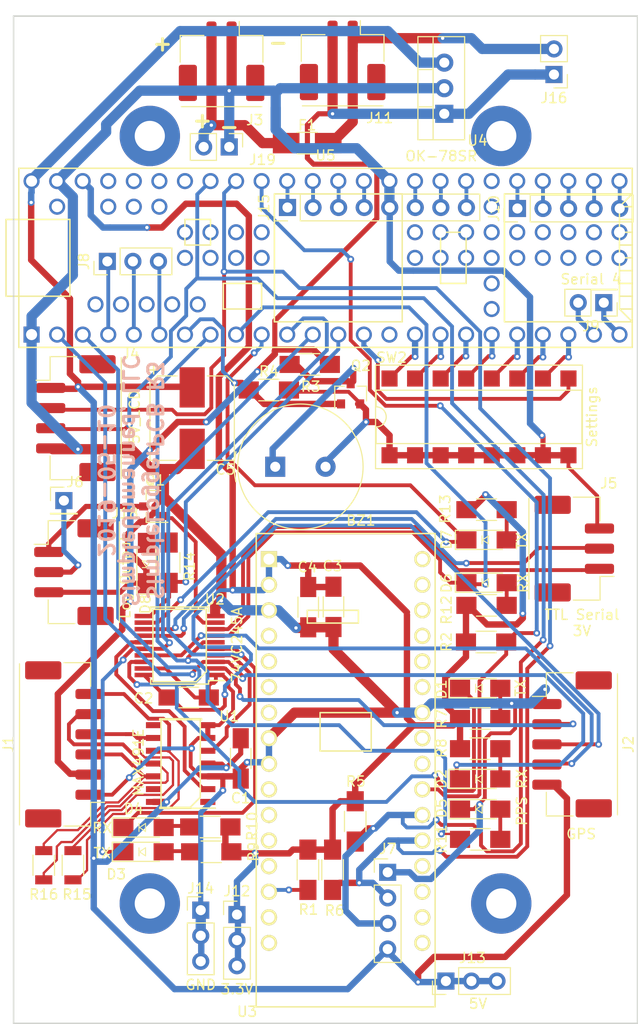
<source format=kicad_pcb>
(kicad_pcb (version 20171130) (host pcbnew 5.1.2)

  (general
    (thickness 1.6002)
    (drawings 11)
    (tracks 974)
    (zones 0)
    (modules 61)
    (nets 135)
  )

  (page USLetter portrait)
  (title_block
    (title "SimpleLogger PCB")
    (date 2018-04-27)
    (rev 1)
    (company "SimpleUnmanned, LLC")
    (comment 1 "Designed by: Andy Vaselaar")
  )

  (layers
    (0 F.Cu signal)
    (31 B.Cu signal)
    (32 B.Adhes user)
    (33 F.Adhes user)
    (34 B.Paste user)
    (35 F.Paste user)
    (36 B.SilkS user)
    (37 F.SilkS user)
    (38 B.Mask user)
    (39 F.Mask user)
    (40 Dwgs.User user)
    (41 Cmts.User user)
    (42 Eco1.User user)
    (43 Eco2.User user)
    (44 Edge.Cuts user)
    (45 Margin user)
    (46 B.CrtYd user)
    (47 F.CrtYd user)
    (48 B.Fab user)
    (49 F.Fab user)
  )

  (setup
    (last_trace_width 1.016)
    (user_trace_width 0.2286)
    (user_trace_width 0.381)
    (user_trace_width 0.508)
    (user_trace_width 0.635)
    (user_trace_width 1.016)
    (trace_clearance 0.1524)
    (zone_clearance 0.508)
    (zone_45_only no)
    (trace_min 0.1524)
    (via_size 0.6858)
    (via_drill 0.3302)
    (via_min_size 0.6858)
    (via_min_drill 0.3302)
    (uvia_size 0.6858)
    (uvia_drill 0.3302)
    (uvias_allowed no)
    (uvia_min_size 0)
    (uvia_min_drill 0)
    (edge_width 0.15)
    (segment_width 0.2)
    (pcb_text_width 0.3)
    (pcb_text_size 1.5 1.5)
    (mod_edge_width 0.15)
    (mod_text_size 1 1)
    (mod_text_width 0.15)
    (pad_size 5.3 5.3)
    (pad_drill 5.3)
    (pad_to_mask_clearance 0)
    (aux_axis_origin 0 0)
    (visible_elements FFFFFFFF)
    (pcbplotparams
      (layerselection 0x010fc_80000001)
      (usegerberextensions true)
      (usegerberattributes false)
      (usegerberadvancedattributes false)
      (creategerberjobfile false)
      (excludeedgelayer true)
      (linewidth 0.100000)
      (plotframeref false)
      (viasonmask false)
      (mode 1)
      (useauxorigin false)
      (hpglpennumber 1)
      (hpglpenspeed 20)
      (hpglpendiameter 15.000000)
      (psnegative false)
      (psa4output false)
      (plotreference true)
      (plotvalue true)
      (plotinvisibletext false)
      (padsonsilk false)
      (subtractmaskfromsilk false)
      (outputformat 1)
      (mirror false)
      (drillshape 0)
      (scaleselection 1)
      (outputdirectory "gerber/"))
  )

  (net 0 "")
  (net 1 "Net-(BZ1-Pad1)")
  (net 2 GND)
  (net 3 +5V)
  (net 4 +3V3)
  (net 5 /Serial_IO/GPS_TX)
  (net 6 "Net-(D1-Pad2)")
  (net 7 /Serial_IO/GPS_RX)
  (net 8 "Net-(D2-Pad2)")
  (net 9 /Serial_IO/SONAR_TX)
  (net 10 "Net-(D3-Pad2)")
  (net 11 /Serial_IO/SONAR_RX)
  (net 12 "Net-(D4-Pad2)")
  (net 13 "Net-(D5-Pad2)")
  (net 14 /Serial_IO/PIXHAWK_RX)
  (net 15 "Net-(D6-Pad2)")
  (net 16 /Serial_IO/PIXHAWK_TX)
  (net 17 "Net-(D7-Pad2)")
  (net 18 "Net-(D8-Pad2)")
  (net 19 "Net-(F1-Pad1)")
  (net 20 +BATT)
  (net 21 /Serial_IO/RS422_Z)
  (net 22 /Serial_IO/RS422_B)
  (net 23 /Serial_IO/RS422_Y)
  (net 24 /Serial_IO/RS422_A)
  (net 25 +15V)
  (net 26 /Serial_IO/GPS_PPS_BUF)
  (net 27 /Serial_IO/GPS_TX_BUF)
  (net 28 /Serial_IO/GPS_RX_BUF)
  (net 29 /IMU/SDA)
  (net 30 /IMU/SCL)
  (net 31 /Serial_IO/PIXHAWK_TX_BUF)
  (net 32 /Serial_IO/PIXHAWK_RX_BUF)
  (net 33 "Net-(J18-Pad2)")
  (net 34 "Net-(J8-Pad1)")
  (net 35 "Net-(J8-Pad2)")
  (net 36 "Net-(J8-Pad3)")
  (net 37 /Teensy/DIP8)
  (net 38 "Net-(J9-Pad2)")
  (net 39 /Teensy/DIP1)
  (net 40 /Teensy/DIP2)
  (net 41 /Teensy/DIP3)
  (net 42 /Teensy/DIP4)
  (net 43 /Teensy/DIP5)
  (net 44 /Teensy/DIP6)
  (net 45 /Teensy/DIP7)
  (net 46 "Net-(J10-Pad1)")
  (net 47 "Net-(J10-Pad2)")
  (net 48 "Net-(J10-Pad3)")
  (net 49 "Net-(J10-Pad4)")
  (net 50 /Serial_IO/LOG_OPEN_DRAIN_OUT)
  (net 51 /Serial_IO/LOG_OUT_BUF)
  (net 52 "Net-(Q2-Pad1)")
  (net 53 /IMU/nBOOT_LOAD)
  (net 54 /Teensy/IMU_nRESET)
  (net 55 /Serial_IO/GPS_PPS)
  (net 56 /Serial_IO/LOG_OUT)
  (net 57 "Net-(U1-Pad1)")
  (net 58 /Serial_IO/SONAR_RX_BUF)
  (net 59 /Serial_IO/SONAR_TX_BUF)
  (net 60 "Net-(U1-Pad8)")
  (net 61 "Net-(U1-Pad13)")
  (net 62 "Net-(U3-Pad17)")
  (net 63 "Net-(U3-Pad19)")
  (net 64 "Net-(U3-Pad16)")
  (net 65 "Net-(U3-Pad20)")
  (net 66 "Net-(U3-Pad24)")
  (net 67 "Net-(U3-Pad25)")
  (net 68 "Net-(U3-Pad27)")
  (net 69 "Net-(U3-Pad28)")
  (net 70 "Net-(U3-Pad29)")
  (net 71 "Net-(U3-Pad30)")
  (net 72 "Net-(U3-Pad31)")
  (net 73 "Net-(U3-Pad32)")
  (net 74 "Net-(U3-Pad13)")
  (net 75 "Net-(U3-Pad12)")
  (net 76 "Net-(U3-Pad11)")
  (net 77 "Net-(U3-Pad10)")
  (net 78 "Net-(U3-Pad7)")
  (net 79 "Net-(U3-Pad6)")
  (net 80 "Net-(U3-Pad5)")
  (net 81 "Net-(U3-Pad4)")
  (net 82 "Net-(U5-Pad54)")
  (net 83 "Net-(U5-Pad55)")
  (net 84 "Net-(U5-Pad56)")
  (net 85 "Net-(U5-Pad57)")
  (net 86 "Net-(U5-Pad63)")
  (net 87 "Net-(U5-Pad64)")
  (net 88 "Net-(U5-Pad65)")
  (net 89 "Net-(U5-Pad66)")
  (net 90 "Net-(U5-Pad67)")
  (net 91 "Net-(U5-Pad68)")
  (net 92 "Net-(U5-Pad69)")
  (net 93 "Net-(U5-Pad70)")
  (net 94 "Net-(U5-Pad71)")
  (net 95 "Net-(U5-Pad72)")
  (net 96 "Net-(U5-Pad73)")
  (net 97 "Net-(U5-Pad74)")
  (net 98 "Net-(U5-Pad75)")
  (net 99 "Net-(U5-Pad76)")
  (net 100 "Net-(U5-Pad77)")
  (net 101 "Net-(U5-Pad78)")
  (net 102 "Net-(U5-Pad79)")
  (net 103 "Net-(U5-Pad80)")
  (net 104 "Net-(U5-Pad81)")
  (net 105 "Net-(U5-Pad82)")
  (net 106 "Net-(U5-Pad83)")
  (net 107 "Net-(U5-Pad84)")
  (net 108 "Net-(U5-Pad85)")
  (net 109 "Net-(U5-Pad86)")
  (net 110 "Net-(U5-Pad58)")
  (net 111 "Net-(U5-Pad59)")
  (net 112 "Net-(U5-Pad60)")
  (net 113 "Net-(U5-Pad61)")
  (net 114 "Net-(U5-Pad62)")
  (net 115 "Net-(U5-Pad25)")
  (net 116 "Net-(U5-Pad26)")
  (net 117 "Net-(U5-Pad27)")
  (net 118 "Net-(U5-Pad28)")
  (net 119 "Net-(U5-Pad29)")
  (net 120 "Net-(U5-Pad15)")
  (net 121 "Net-(J9-Pad1)")
  (net 122 "Net-(J10-Pad5)")
  (net 123 "Net-(J15-Pad1)")
  (net 124 "Net-(J15-Pad2)")
  (net 125 "Net-(J15-Pad3)")
  (net 126 "Net-(J15-Pad4)")
  (net 127 "Net-(J15-Pad6)")
  (net 128 "Net-(J15-Pad7)")
  (net 129 "Net-(J15-Pad8)")
  (net 130 "Net-(U5-Pad35)")
  (net 131 "Net-(U5-Pad47)")
  (net 132 "Net-(U5-Pad48)")
  (net 133 "Net-(U5-Pad49)")
  (net 134 "Net-(U5-Pad50)")

  (net_class Default "This is the default net class."
    (clearance 0.1524)
    (trace_width 0.2286)
    (via_dia 0.6858)
    (via_drill 0.3302)
    (uvia_dia 0.6858)
    (uvia_drill 0.3302)
    (add_net +BATT)
    (add_net /IMU/SCL)
    (add_net /IMU/SDA)
    (add_net /IMU/nBOOT_LOAD)
    (add_net /Serial_IO/GPS_PPS)
    (add_net /Serial_IO/GPS_PPS_BUF)
    (add_net /Serial_IO/GPS_RX)
    (add_net /Serial_IO/GPS_RX_BUF)
    (add_net /Serial_IO/GPS_TX)
    (add_net /Serial_IO/GPS_TX_BUF)
    (add_net /Serial_IO/LOG_OPEN_DRAIN_OUT)
    (add_net /Serial_IO/LOG_OUT)
    (add_net /Serial_IO/LOG_OUT_BUF)
    (add_net /Serial_IO/PIXHAWK_RX)
    (add_net /Serial_IO/PIXHAWK_RX_BUF)
    (add_net /Serial_IO/PIXHAWK_TX)
    (add_net /Serial_IO/PIXHAWK_TX_BUF)
    (add_net /Serial_IO/RS422_A)
    (add_net /Serial_IO/RS422_B)
    (add_net /Serial_IO/RS422_Y)
    (add_net /Serial_IO/RS422_Z)
    (add_net /Serial_IO/SONAR_RX)
    (add_net /Serial_IO/SONAR_RX_BUF)
    (add_net /Serial_IO/SONAR_TX)
    (add_net /Serial_IO/SONAR_TX_BUF)
    (add_net /Teensy/DIP1)
    (add_net /Teensy/DIP2)
    (add_net /Teensy/DIP3)
    (add_net /Teensy/DIP4)
    (add_net /Teensy/DIP5)
    (add_net /Teensy/DIP6)
    (add_net /Teensy/DIP7)
    (add_net /Teensy/DIP8)
    (add_net /Teensy/IMU_nRESET)
    (add_net GND)
    (add_net "Net-(BZ1-Pad1)")
    (add_net "Net-(D1-Pad2)")
    (add_net "Net-(D2-Pad2)")
    (add_net "Net-(D3-Pad2)")
    (add_net "Net-(D4-Pad2)")
    (add_net "Net-(D5-Pad2)")
    (add_net "Net-(D6-Pad2)")
    (add_net "Net-(D7-Pad2)")
    (add_net "Net-(D8-Pad2)")
    (add_net "Net-(F1-Pad1)")
    (add_net "Net-(J10-Pad1)")
    (add_net "Net-(J10-Pad2)")
    (add_net "Net-(J10-Pad3)")
    (add_net "Net-(J10-Pad4)")
    (add_net "Net-(J10-Pad5)")
    (add_net "Net-(J15-Pad1)")
    (add_net "Net-(J15-Pad2)")
    (add_net "Net-(J15-Pad3)")
    (add_net "Net-(J15-Pad4)")
    (add_net "Net-(J15-Pad6)")
    (add_net "Net-(J15-Pad7)")
    (add_net "Net-(J15-Pad8)")
    (add_net "Net-(J18-Pad2)")
    (add_net "Net-(J8-Pad1)")
    (add_net "Net-(J8-Pad2)")
    (add_net "Net-(J8-Pad3)")
    (add_net "Net-(J9-Pad1)")
    (add_net "Net-(J9-Pad2)")
    (add_net "Net-(Q2-Pad1)")
    (add_net "Net-(U1-Pad1)")
    (add_net "Net-(U1-Pad13)")
    (add_net "Net-(U1-Pad8)")
    (add_net "Net-(U3-Pad10)")
    (add_net "Net-(U3-Pad11)")
    (add_net "Net-(U3-Pad12)")
    (add_net "Net-(U3-Pad13)")
    (add_net "Net-(U3-Pad16)")
    (add_net "Net-(U3-Pad17)")
    (add_net "Net-(U3-Pad19)")
    (add_net "Net-(U3-Pad20)")
    (add_net "Net-(U3-Pad24)")
    (add_net "Net-(U3-Pad25)")
    (add_net "Net-(U3-Pad27)")
    (add_net "Net-(U3-Pad28)")
    (add_net "Net-(U3-Pad29)")
    (add_net "Net-(U3-Pad30)")
    (add_net "Net-(U3-Pad31)")
    (add_net "Net-(U3-Pad32)")
    (add_net "Net-(U3-Pad4)")
    (add_net "Net-(U3-Pad5)")
    (add_net "Net-(U3-Pad6)")
    (add_net "Net-(U3-Pad7)")
    (add_net "Net-(U5-Pad15)")
    (add_net "Net-(U5-Pad25)")
    (add_net "Net-(U5-Pad26)")
    (add_net "Net-(U5-Pad27)")
    (add_net "Net-(U5-Pad28)")
    (add_net "Net-(U5-Pad29)")
    (add_net "Net-(U5-Pad35)")
    (add_net "Net-(U5-Pad47)")
    (add_net "Net-(U5-Pad48)")
    (add_net "Net-(U5-Pad49)")
    (add_net "Net-(U5-Pad50)")
    (add_net "Net-(U5-Pad54)")
    (add_net "Net-(U5-Pad55)")
    (add_net "Net-(U5-Pad56)")
    (add_net "Net-(U5-Pad57)")
    (add_net "Net-(U5-Pad58)")
    (add_net "Net-(U5-Pad59)")
    (add_net "Net-(U5-Pad60)")
    (add_net "Net-(U5-Pad61)")
    (add_net "Net-(U5-Pad62)")
    (add_net "Net-(U5-Pad63)")
    (add_net "Net-(U5-Pad64)")
    (add_net "Net-(U5-Pad65)")
    (add_net "Net-(U5-Pad66)")
    (add_net "Net-(U5-Pad67)")
    (add_net "Net-(U5-Pad68)")
    (add_net "Net-(U5-Pad69)")
    (add_net "Net-(U5-Pad70)")
    (add_net "Net-(U5-Pad71)")
    (add_net "Net-(U5-Pad72)")
    (add_net "Net-(U5-Pad73)")
    (add_net "Net-(U5-Pad74)")
    (add_net "Net-(U5-Pad75)")
    (add_net "Net-(U5-Pad76)")
    (add_net "Net-(U5-Pad77)")
    (add_net "Net-(U5-Pad78)")
    (add_net "Net-(U5-Pad79)")
    (add_net "Net-(U5-Pad80)")
    (add_net "Net-(U5-Pad81)")
    (add_net "Net-(U5-Pad82)")
    (add_net "Net-(U5-Pad83)")
    (add_net "Net-(U5-Pad84)")
    (add_net "Net-(U5-Pad85)")
    (add_net "Net-(U5-Pad86)")
  )

  (net_class Large ""
    (clearance 0.1524)
    (trace_width 0.635)
    (via_dia 0.6858)
    (via_drill 0.3302)
    (uvia_dia 0.6858)
    (uvia_drill 0.3302)
    (add_net +15V)
    (add_net +3V3)
    (add_net +5V)
  )

  (net_class Medium ""
    (clearance 0.1524)
    (trace_width 0.381)
    (via_dia 0.6858)
    (via_drill 0.3302)
    (uvia_dia 0.6858)
    (uvia_drill 0.3302)
  )

  (module Connector_Molex:Molex_CLIK-Mate_502443-0270_1x02-1MP_P2.00mm_Vertical (layer F.Cu) (tedit 5B78AD89) (tstamp 5C99596D)
    (at 137.668 46.482 180)
    (descr "Molex CLIK-Mate series connector, 502443-0270 (http://www.molex.com/pdm_docs/sd/5024430270_sd.pdf), generated with kicad-footprint-generator")
    (tags "connector Molex CLIK-Mate side entry")
    (path /5AC3C48F/5AC648A5)
    (attr smd)
    (fp_text reference J3 (at -3.302 -5.842 180) (layer F.SilkS)
      (effects (font (size 1 1) (thickness 0.15)))
    )
    (fp_text value Battery (at 0 5.15 180) (layer F.Fab)
      (effects (font (size 1 1) (thickness 0.15)))
    )
    (fp_line (start -4 2.45) (end 4 2.45) (layer F.Fab) (width 0.1))
    (fp_line (start -4.11 -0.09) (end -4.11 2.56) (layer F.SilkS) (width 0.12))
    (fp_line (start -4.11 2.56) (end -1.76 2.56) (layer F.SilkS) (width 0.12))
    (fp_line (start -1.76 2.56) (end -1.76 3.95) (layer F.SilkS) (width 0.12))
    (fp_line (start 4.11 -0.09) (end 4.11 2.56) (layer F.SilkS) (width 0.12))
    (fp_line (start 4.11 2.56) (end 1.76 2.56) (layer F.SilkS) (width 0.12))
    (fp_line (start -4 -4.51) (end 4 -4.51) (layer F.SilkS) (width 0.12))
    (fp_line (start -4 -4.4) (end 4 -4.4) (layer F.Fab) (width 0.1))
    (fp_line (start -4 2.45) (end -4 -4.4) (layer F.Fab) (width 0.1))
    (fp_line (start 4 2.45) (end 4 -4.4) (layer F.Fab) (width 0.1))
    (fp_line (start -4.75 -4.9) (end -4.75 4.45) (layer F.CrtYd) (width 0.05))
    (fp_line (start -4.75 4.45) (end 4.75 4.45) (layer F.CrtYd) (width 0.05))
    (fp_line (start 4.75 4.45) (end 4.75 -4.9) (layer F.CrtYd) (width 0.05))
    (fp_line (start 4.75 -4.9) (end -4.75 -4.9) (layer F.CrtYd) (width 0.05))
    (fp_line (start -1.5 2.45) (end -1 1.742893) (layer F.Fab) (width 0.1))
    (fp_line (start -1 1.742893) (end -0.5 2.45) (layer F.Fab) (width 0.1))
    (fp_text user %R (at 0 -0.98 180) (layer F.Fab)
      (effects (font (size 1 1) (thickness 0.15)))
    )
    (pad 1 smd roundrect (at -1 2.5 180) (size 1 2.9) (layers F.Cu F.Paste F.Mask) (roundrect_rratio 0.25)
      (net 2 GND))
    (pad 2 smd roundrect (at 1 2.5 180) (size 1 2.9) (layers F.Cu F.Paste F.Mask) (roundrect_rratio 0.25)
      (net 20 +BATT))
    (pad MP smd roundrect (at -3.35 -2.15 180) (size 1.8 3.6) (layers F.Cu F.Paste F.Mask) (roundrect_rratio 0.138889))
    (pad MP smd roundrect (at 3.35 -2.15 180) (size 1.8 3.6) (layers F.Cu F.Paste F.Mask) (roundrect_rratio 0.138889))
    (model ${KISYS3DMOD}/Connector_Molex.3dshapes/Molex_CLIK-Mate_502443-0270_1x02-1MP_P2.00mm_Vertical.wrl
      (at (xyz 0 0 0))
      (scale (xyz 1 1 1))
      (rotate (xyz 0 0 0))
    )
  )

  (module LEDs:LED_1206_HandSoldering (layer F.Cu) (tedit 5B19BCA8) (tstamp 5ADA5970)
    (at 163.366 108.731)
    (descr "LED SMD 1206, hand soldering")
    (tags "LED 1206")
    (path /5AC266C7/5AD602C6)
    (attr smd)
    (fp_text reference D1 (at -3.854 0.108 90) (layer F.SilkS)
      (effects (font (size 1 1) (thickness 0.15)))
    )
    (fp_text value TX (at 4.02 -0.019 270) (layer F.SilkS)
      (effects (font (size 1 1) (thickness 0.15)))
    )
    (fp_line (start -3.1 -0.95) (end -3.1 0.95) (layer F.SilkS) (width 0.12))
    (fp_line (start -0.4 0) (end 0.2 -0.4) (layer F.SilkS) (width 0.1))
    (fp_line (start 0.2 -0.4) (end 0.2 0.4) (layer F.SilkS) (width 0.1))
    (fp_line (start 0.2 0.4) (end -0.4 0) (layer F.SilkS) (width 0.1))
    (fp_line (start -0.45 -0.4) (end -0.45 0.4) (layer F.SilkS) (width 0.1))
    (fp_line (start -1.6 0.8) (end -1.6 -0.8) (layer F.Fab) (width 0.1))
    (fp_line (start 1.6 0.8) (end -1.6 0.8) (layer F.Fab) (width 0.1))
    (fp_line (start 1.6 -0.8) (end 1.6 0.8) (layer F.Fab) (width 0.1))
    (fp_line (start -1.6 -0.8) (end 1.6 -0.8) (layer F.Fab) (width 0.1))
    (fp_line (start -3.1 0.95) (end 1.6 0.95) (layer F.SilkS) (width 0.12))
    (fp_line (start -3.1 -0.95) (end 1.6 -0.95) (layer F.SilkS) (width 0.12))
    (fp_line (start -3.25 -1.11) (end 3.25 -1.11) (layer F.CrtYd) (width 0.05))
    (fp_line (start -3.25 -1.11) (end -3.25 1.1) (layer F.CrtYd) (width 0.05))
    (fp_line (start 3.25 1.1) (end 3.25 -1.11) (layer F.CrtYd) (width 0.05))
    (fp_line (start 3.25 1.1) (end -3.25 1.1) (layer F.CrtYd) (width 0.05))
    (pad 1 smd rect (at -2 0) (size 2 1.7) (layers F.Cu F.Paste F.Mask)
      (net 5 /Serial_IO/GPS_TX))
    (pad 2 smd rect (at 2 0) (size 2 1.7) (layers F.Cu F.Paste F.Mask)
      (net 6 "Net-(D1-Pad2)"))
    (model ${KISYS3DMOD}/LEDs.3dshapes/LED_1206.wrl
      (at (xyz 0 0 0))
      (scale (xyz 1 1 1))
      (rotate (xyz 0 0 180))
    )
  )

  (module LEDs:LED_1206_HandSoldering (layer F.Cu) (tedit 5B19BC66) (tstamp 5ADA5988)
    (at 163.366 120.731)
    (descr "LED SMD 1206, hand soldering")
    (tags "LED 1206")
    (path /5AC266C7/5AD8BF1A)
    (attr smd)
    (fp_text reference D5 (at -3.854 -0.081 90) (layer F.SilkS)
      (effects (font (size 1 1) (thickness 0.15)))
    )
    (fp_text value PPS (at 4.147 0.173 270) (layer F.SilkS)
      (effects (font (size 1 1) (thickness 0.15)))
    )
    (fp_line (start -3.1 -0.95) (end -3.1 0.95) (layer F.SilkS) (width 0.12))
    (fp_line (start -0.4 0) (end 0.2 -0.4) (layer F.SilkS) (width 0.1))
    (fp_line (start 0.2 -0.4) (end 0.2 0.4) (layer F.SilkS) (width 0.1))
    (fp_line (start 0.2 0.4) (end -0.4 0) (layer F.SilkS) (width 0.1))
    (fp_line (start -0.45 -0.4) (end -0.45 0.4) (layer F.SilkS) (width 0.1))
    (fp_line (start -1.6 0.8) (end -1.6 -0.8) (layer F.Fab) (width 0.1))
    (fp_line (start 1.6 0.8) (end -1.6 0.8) (layer F.Fab) (width 0.1))
    (fp_line (start 1.6 -0.8) (end 1.6 0.8) (layer F.Fab) (width 0.1))
    (fp_line (start -1.6 -0.8) (end 1.6 -0.8) (layer F.Fab) (width 0.1))
    (fp_line (start -3.1 0.95) (end 1.6 0.95) (layer F.SilkS) (width 0.12))
    (fp_line (start -3.1 -0.95) (end 1.6 -0.95) (layer F.SilkS) (width 0.12))
    (fp_line (start -3.25 -1.11) (end 3.25 -1.11) (layer F.CrtYd) (width 0.05))
    (fp_line (start -3.25 -1.11) (end -3.25 1.1) (layer F.CrtYd) (width 0.05))
    (fp_line (start 3.25 1.1) (end 3.25 -1.11) (layer F.CrtYd) (width 0.05))
    (fp_line (start 3.25 1.1) (end -3.25 1.1) (layer F.CrtYd) (width 0.05))
    (pad 1 smd rect (at -2 0) (size 2 1.7) (layers F.Cu F.Paste F.Mask)
      (net 2 GND))
    (pad 2 smd rect (at 2 0) (size 2 1.7) (layers F.Cu F.Paste F.Mask)
      (net 13 "Net-(D5-Pad2)"))
    (model ${KISYS3DMOD}/LEDs.3dshapes/LED_1206.wrl
      (at (xyz 0 0 0))
      (scale (xyz 1 1 1))
      (rotate (xyz 0 0 180))
    )
  )

  (module LEDs:LED_1206_HandSoldering (layer F.Cu) (tedit 5B19BBD5) (tstamp 5ADA5976)
    (at 163.366 117.731)
    (descr "LED SMD 1206, hand soldering")
    (tags "LED 1206")
    (path /5AC266C7/5AD8BDFF)
    (attr smd)
    (fp_text reference D2 (at -3.854 -0.002 90) (layer F.SilkS)
      (effects (font (size 1 1) (thickness 0.15)))
    )
    (fp_text value RX (at 4.147 -0.002 90) (layer F.SilkS)
      (effects (font (size 1 1) (thickness 0.15)))
    )
    (fp_line (start -3.1 -0.95) (end -3.1 0.95) (layer F.SilkS) (width 0.12))
    (fp_line (start -0.4 0) (end 0.2 -0.4) (layer F.SilkS) (width 0.1))
    (fp_line (start 0.2 -0.4) (end 0.2 0.4) (layer F.SilkS) (width 0.1))
    (fp_line (start 0.2 0.4) (end -0.4 0) (layer F.SilkS) (width 0.1))
    (fp_line (start -0.45 -0.4) (end -0.45 0.4) (layer F.SilkS) (width 0.1))
    (fp_line (start -1.6 0.8) (end -1.6 -0.8) (layer F.Fab) (width 0.1))
    (fp_line (start 1.6 0.8) (end -1.6 0.8) (layer F.Fab) (width 0.1))
    (fp_line (start 1.6 -0.8) (end 1.6 0.8) (layer F.Fab) (width 0.1))
    (fp_line (start -1.6 -0.8) (end 1.6 -0.8) (layer F.Fab) (width 0.1))
    (fp_line (start -3.1 0.95) (end 1.6 0.95) (layer F.SilkS) (width 0.12))
    (fp_line (start -3.1 -0.95) (end 1.6 -0.95) (layer F.SilkS) (width 0.12))
    (fp_line (start -3.25 -1.11) (end 3.25 -1.11) (layer F.CrtYd) (width 0.05))
    (fp_line (start -3.25 -1.11) (end -3.25 1.1) (layer F.CrtYd) (width 0.05))
    (fp_line (start 3.25 1.1) (end 3.25 -1.11) (layer F.CrtYd) (width 0.05))
    (fp_line (start 3.25 1.1) (end -3.25 1.1) (layer F.CrtYd) (width 0.05))
    (pad 1 smd rect (at -2 0) (size 2 1.7) (layers F.Cu F.Paste F.Mask)
      (net 7 /Serial_IO/GPS_RX))
    (pad 2 smd rect (at 2 0) (size 2 1.7) (layers F.Cu F.Paste F.Mask)
      (net 8 "Net-(D2-Pad2)"))
    (model ${KISYS3DMOD}/LEDs.3dshapes/LED_1206.wrl
      (at (xyz 0 0 0))
      (scale (xyz 1 1 1))
      (rotate (xyz 0 0 180))
    )
  )

  (module LEDs:LED_1206_HandSoldering (layer F.Cu) (tedit 5B19BB66) (tstamp 5ADA598E)
    (at 164 98.25)
    (descr "LED SMD 1206, hand soldering")
    (tags "LED 1206")
    (path /5AC266C7/5AD8BF7F)
    (attr smd)
    (fp_text reference D6 (at -3.98 0.048 90) (layer F.SilkS)
      (effects (font (size 1 1) (thickness 0.15)))
    )
    (fp_text value RX (at 3.64 0.048 90) (layer F.SilkS)
      (effects (font (size 1 1) (thickness 0.15)))
    )
    (fp_line (start -3.1 -0.95) (end -3.1 0.95) (layer F.SilkS) (width 0.12))
    (fp_line (start -0.4 0) (end 0.2 -0.4) (layer F.SilkS) (width 0.1))
    (fp_line (start 0.2 -0.4) (end 0.2 0.4) (layer F.SilkS) (width 0.1))
    (fp_line (start 0.2 0.4) (end -0.4 0) (layer F.SilkS) (width 0.1))
    (fp_line (start -0.45 -0.4) (end -0.45 0.4) (layer F.SilkS) (width 0.1))
    (fp_line (start -1.6 0.8) (end -1.6 -0.8) (layer F.Fab) (width 0.1))
    (fp_line (start 1.6 0.8) (end -1.6 0.8) (layer F.Fab) (width 0.1))
    (fp_line (start 1.6 -0.8) (end 1.6 0.8) (layer F.Fab) (width 0.1))
    (fp_line (start -1.6 -0.8) (end 1.6 -0.8) (layer F.Fab) (width 0.1))
    (fp_line (start -3.1 0.95) (end 1.6 0.95) (layer F.SilkS) (width 0.12))
    (fp_line (start -3.1 -0.95) (end 1.6 -0.95) (layer F.SilkS) (width 0.12))
    (fp_line (start -3.25 -1.11) (end 3.25 -1.11) (layer F.CrtYd) (width 0.05))
    (fp_line (start -3.25 -1.11) (end -3.25 1.1) (layer F.CrtYd) (width 0.05))
    (fp_line (start 3.25 1.1) (end 3.25 -1.11) (layer F.CrtYd) (width 0.05))
    (fp_line (start 3.25 1.1) (end -3.25 1.1) (layer F.CrtYd) (width 0.05))
    (pad 1 smd rect (at -2 0) (size 2 1.7) (layers F.Cu F.Paste F.Mask)
      (net 14 /Serial_IO/PIXHAWK_RX))
    (pad 2 smd rect (at 2 0) (size 2 1.7) (layers F.Cu F.Paste F.Mask)
      (net 15 "Net-(D6-Pad2)"))
    (model ${KISYS3DMOD}/LEDs.3dshapes/LED_1206.wrl
      (at (xyz 0 0 0))
      (scale (xyz 1 1 1))
      (rotate (xyz 0 0 180))
    )
  )

  (module LEDs:LED_1206_HandSoldering (layer F.Cu) (tedit 5B19BB49) (tstamp 5ADA5994)
    (at 164 94)
    (descr "LED SMD 1206, hand soldering")
    (tags "LED 1206")
    (path /5AC266C7/5AD8BFEB)
    (attr smd)
    (fp_text reference D7 (at -3.98 -0.02 90) (layer F.SilkS)
      (effects (font (size 1 1) (thickness 0.15)))
    )
    (fp_text value TX (at 3.513 0.107 270) (layer F.SilkS)
      (effects (font (size 1 1) (thickness 0.15)))
    )
    (fp_line (start -3.1 -0.95) (end -3.1 0.95) (layer F.SilkS) (width 0.12))
    (fp_line (start -0.4 0) (end 0.2 -0.4) (layer F.SilkS) (width 0.1))
    (fp_line (start 0.2 -0.4) (end 0.2 0.4) (layer F.SilkS) (width 0.1))
    (fp_line (start 0.2 0.4) (end -0.4 0) (layer F.SilkS) (width 0.1))
    (fp_line (start -0.45 -0.4) (end -0.45 0.4) (layer F.SilkS) (width 0.1))
    (fp_line (start -1.6 0.8) (end -1.6 -0.8) (layer F.Fab) (width 0.1))
    (fp_line (start 1.6 0.8) (end -1.6 0.8) (layer F.Fab) (width 0.1))
    (fp_line (start 1.6 -0.8) (end 1.6 0.8) (layer F.Fab) (width 0.1))
    (fp_line (start -1.6 -0.8) (end 1.6 -0.8) (layer F.Fab) (width 0.1))
    (fp_line (start -3.1 0.95) (end 1.6 0.95) (layer F.SilkS) (width 0.12))
    (fp_line (start -3.1 -0.95) (end 1.6 -0.95) (layer F.SilkS) (width 0.12))
    (fp_line (start -3.25 -1.11) (end 3.25 -1.11) (layer F.CrtYd) (width 0.05))
    (fp_line (start -3.25 -1.11) (end -3.25 1.1) (layer F.CrtYd) (width 0.05))
    (fp_line (start 3.25 1.1) (end 3.25 -1.11) (layer F.CrtYd) (width 0.05))
    (fp_line (start 3.25 1.1) (end -3.25 1.1) (layer F.CrtYd) (width 0.05))
    (pad 1 smd rect (at -2 0) (size 2 1.7) (layers F.Cu F.Paste F.Mask)
      (net 16 /Serial_IO/PIXHAWK_TX))
    (pad 2 smd rect (at 2 0) (size 2 1.7) (layers F.Cu F.Paste F.Mask)
      (net 17 "Net-(D7-Pad2)"))
    (model ${KISYS3DMOD}/LEDs.3dshapes/LED_1206.wrl
      (at (xyz 0 0 0))
      (scale (xyz 1 1 1))
      (rotate (xyz 0 0 180))
    )
  )

  (module LEDs:LED_1206_HandSoldering (layer F.Cu) (tedit 5B19AF23) (tstamp 5ADA599A)
    (at 130.2 96.3 90)
    (descr "LED SMD 1206, hand soldering")
    (tags "LED 1206")
    (path /5AC266C7/5AD8C058)
    (attr smd)
    (fp_text reference D8 (at -4.1 -0.1 90) (layer F.SilkS)
      (effects (font (size 1 1) (thickness 0.15)))
    )
    (fp_text value "Log Output" (at -1.4 -2.1 90) (layer F.SilkS)
      (effects (font (size 1 1) (thickness 0.15)))
    )
    (fp_line (start -3.1 -0.95) (end -3.1 0.95) (layer F.SilkS) (width 0.12))
    (fp_line (start -0.4 0) (end 0.2 -0.4) (layer F.SilkS) (width 0.1))
    (fp_line (start 0.2 -0.4) (end 0.2 0.4) (layer F.SilkS) (width 0.1))
    (fp_line (start 0.2 0.4) (end -0.4 0) (layer F.SilkS) (width 0.1))
    (fp_line (start -0.45 -0.4) (end -0.45 0.4) (layer F.SilkS) (width 0.1))
    (fp_line (start -1.6 0.8) (end -1.6 -0.8) (layer F.Fab) (width 0.1))
    (fp_line (start 1.6 0.8) (end -1.6 0.8) (layer F.Fab) (width 0.1))
    (fp_line (start 1.6 -0.8) (end 1.6 0.8) (layer F.Fab) (width 0.1))
    (fp_line (start -1.6 -0.8) (end 1.6 -0.8) (layer F.Fab) (width 0.1))
    (fp_line (start -3.1 0.95) (end 1.6 0.95) (layer F.SilkS) (width 0.12))
    (fp_line (start -3.1 -0.95) (end 1.6 -0.95) (layer F.SilkS) (width 0.12))
    (fp_line (start -3.25 -1.11) (end 3.25 -1.11) (layer F.CrtYd) (width 0.05))
    (fp_line (start -3.25 -1.11) (end -3.25 1.1) (layer F.CrtYd) (width 0.05))
    (fp_line (start 3.25 1.1) (end 3.25 -1.11) (layer F.CrtYd) (width 0.05))
    (fp_line (start 3.25 1.1) (end -3.25 1.1) (layer F.CrtYd) (width 0.05))
    (pad 1 smd rect (at -2 0 90) (size 2 1.7) (layers F.Cu F.Paste F.Mask)
      (net 2 GND))
    (pad 2 smd rect (at 2 0 90) (size 2 1.7) (layers F.Cu F.Paste F.Mask)
      (net 18 "Net-(D8-Pad2)"))
    (model ${KISYS3DMOD}/LEDs.3dshapes/LED_1206.wrl
      (at (xyz 0 0 0))
      (scale (xyz 1 1 1))
      (rotate (xyz 0 0 180))
    )
  )

  (module LEDs:LED_1206_HandSoldering (layer F.Cu) (tedit 5B19AEE7) (tstamp 5ADA597C)
    (at 129.913 124.968)
    (descr "LED SMD 1206, hand soldering")
    (tags "LED 1206")
    (path /5AC266C7/5AD8BE5B)
    (attr smd)
    (fp_text reference D3 (at -2.713 2.232) (layer F.SilkS)
      (effects (font (size 1 1) (thickness 0.15)))
    )
    (fp_text value TX (at -4.113 0.127) (layer F.SilkS)
      (effects (font (size 1 1) (thickness 0.15)))
    )
    (fp_line (start -3.1 -0.95) (end -3.1 0.95) (layer F.SilkS) (width 0.12))
    (fp_line (start -0.4 0) (end 0.2 -0.4) (layer F.SilkS) (width 0.1))
    (fp_line (start 0.2 -0.4) (end 0.2 0.4) (layer F.SilkS) (width 0.1))
    (fp_line (start 0.2 0.4) (end -0.4 0) (layer F.SilkS) (width 0.1))
    (fp_line (start -0.45 -0.4) (end -0.45 0.4) (layer F.SilkS) (width 0.1))
    (fp_line (start -1.6 0.8) (end -1.6 -0.8) (layer F.Fab) (width 0.1))
    (fp_line (start 1.6 0.8) (end -1.6 0.8) (layer F.Fab) (width 0.1))
    (fp_line (start 1.6 -0.8) (end 1.6 0.8) (layer F.Fab) (width 0.1))
    (fp_line (start -1.6 -0.8) (end 1.6 -0.8) (layer F.Fab) (width 0.1))
    (fp_line (start -3.1 0.95) (end 1.6 0.95) (layer F.SilkS) (width 0.12))
    (fp_line (start -3.1 -0.95) (end 1.6 -0.95) (layer F.SilkS) (width 0.12))
    (fp_line (start -3.25 -1.11) (end 3.25 -1.11) (layer F.CrtYd) (width 0.05))
    (fp_line (start -3.25 -1.11) (end -3.25 1.1) (layer F.CrtYd) (width 0.05))
    (fp_line (start 3.25 1.1) (end 3.25 -1.11) (layer F.CrtYd) (width 0.05))
    (fp_line (start 3.25 1.1) (end -3.25 1.1) (layer F.CrtYd) (width 0.05))
    (pad 1 smd rect (at -2 0) (size 2 1.7) (layers F.Cu F.Paste F.Mask)
      (net 9 /Serial_IO/SONAR_TX))
    (pad 2 smd rect (at 2 0) (size 2 1.7) (layers F.Cu F.Paste F.Mask)
      (net 10 "Net-(D3-Pad2)"))
    (model ${KISYS3DMOD}/LEDs.3dshapes/LED_1206.wrl
      (at (xyz 0 0 0))
      (scale (xyz 1 1 1))
      (rotate (xyz 0 0 180))
    )
  )

  (module LEDs:LED_1206_HandSoldering (layer F.Cu) (tedit 5B19AE0F) (tstamp 5ADA5982)
    (at 129.913 122.555)
    (descr "LED SMD 1206, hand soldering")
    (tags "LED 1206")
    (path /5AC266C7/5AD8BEBA)
    (attr smd)
    (fp_text reference D4 (at -0.984 -1.85) (layer F.SilkS)
      (effects (font (size 1 1) (thickness 0.15)))
    )
    (fp_text value RX (at -4.113 0.045) (layer F.SilkS)
      (effects (font (size 1 1) (thickness 0.15)))
    )
    (fp_line (start -3.1 -0.95) (end -3.1 0.95) (layer F.SilkS) (width 0.12))
    (fp_line (start -0.4 0) (end 0.2 -0.4) (layer F.SilkS) (width 0.1))
    (fp_line (start 0.2 -0.4) (end 0.2 0.4) (layer F.SilkS) (width 0.1))
    (fp_line (start 0.2 0.4) (end -0.4 0) (layer F.SilkS) (width 0.1))
    (fp_line (start -0.45 -0.4) (end -0.45 0.4) (layer F.SilkS) (width 0.1))
    (fp_line (start -1.6 0.8) (end -1.6 -0.8) (layer F.Fab) (width 0.1))
    (fp_line (start 1.6 0.8) (end -1.6 0.8) (layer F.Fab) (width 0.1))
    (fp_line (start 1.6 -0.8) (end 1.6 0.8) (layer F.Fab) (width 0.1))
    (fp_line (start -1.6 -0.8) (end 1.6 -0.8) (layer F.Fab) (width 0.1))
    (fp_line (start -3.1 0.95) (end 1.6 0.95) (layer F.SilkS) (width 0.12))
    (fp_line (start -3.1 -0.95) (end 1.6 -0.95) (layer F.SilkS) (width 0.12))
    (fp_line (start -3.25 -1.11) (end 3.25 -1.11) (layer F.CrtYd) (width 0.05))
    (fp_line (start -3.25 -1.11) (end -3.25 1.1) (layer F.CrtYd) (width 0.05))
    (fp_line (start 3.25 1.1) (end 3.25 -1.11) (layer F.CrtYd) (width 0.05))
    (fp_line (start 3.25 1.1) (end -3.25 1.1) (layer F.CrtYd) (width 0.05))
    (pad 1 smd rect (at -2 0) (size 2 1.7) (layers F.Cu F.Paste F.Mask)
      (net 11 /Serial_IO/SONAR_RX))
    (pad 2 smd rect (at 2 0) (size 2 1.7) (layers F.Cu F.Paste F.Mask)
      (net 12 "Net-(D4-Pad2)"))
    (model ${KISYS3DMOD}/LEDs.3dshapes/LED_1206.wrl
      (at (xyz 0 0 0))
      (scale (xyz 1 1 1))
      (rotate (xyz 0 0 180))
    )
  )

  (module Housings_SSOP:SSOP-20_5.3x7.2mm_Pitch0.65mm (layer F.Cu) (tedit 5B19ADE8) (tstamp 5ADA86AF)
    (at 133.5 104.49 180)
    (descr "20-Lead Plastic Shrink Small Outline (SS)-5.30 mm Body [SSOP] (see Microchip Packaging Specification 00000049BS.pdf)")
    (tags "SSOP 0.65")
    (path /5AC266C7/5AC4D44B)
    (attr smd)
    (fp_text reference U2 (at -3.5 4.59 180) (layer F.SilkS)
      (effects (font (size 1 1) (thickness 0.15)))
    )
    (fp_text value 74VC245A (at -5.7 0.09 90) (layer F.SilkS)
      (effects (font (size 1 1) (thickness 0.15)))
    )
    (fp_line (start -1.65 -3.6) (end 2.65 -3.6) (layer F.SilkS) (width 0.15))
    (fp_line (start 2.65 -3.6) (end 2.65 3.6) (layer F.SilkS) (width 0.15))
    (fp_line (start 2.65 3.6) (end -2.65 3.6) (layer F.SilkS) (width 0.15))
    (fp_line (start -2.65 3.6) (end -2.65 -2.6) (layer F.SilkS) (width 0.15))
    (fp_line (start -2.65 -2.6) (end -1.65 -3.6) (layer F.SilkS) (width 0.15))
    (fp_line (start -4.75 -4) (end -4.75 4) (layer F.CrtYd) (width 0.05))
    (fp_line (start 4.75 -4) (end 4.75 4) (layer F.CrtYd) (width 0.05))
    (fp_line (start -4.75 -4) (end 4.75 -4) (layer F.CrtYd) (width 0.05))
    (fp_line (start -4.75 4) (end 4.75 4) (layer F.CrtYd) (width 0.05))
    (fp_line (start -2.875 -3.825) (end -2.875 -3.475) (layer F.SilkS) (width 0.15))
    (fp_line (start 2.875 -3.825) (end 2.875 -3.375) (layer F.SilkS) (width 0.15))
    (fp_line (start 2.875 3.825) (end 2.875 3.375) (layer F.SilkS) (width 0.15))
    (fp_line (start -2.875 3.825) (end -2.875 3.375) (layer F.SilkS) (width 0.15))
    (fp_line (start -2.875 -3.825) (end 2.875 -3.825) (layer F.SilkS) (width 0.15))
    (fp_line (start -2.875 3.825) (end 2.875 3.825) (layer F.SilkS) (width 0.15))
    (fp_line (start -2.875 -3.475) (end -4.475 -3.475) (layer F.SilkS) (width 0.15))
    (fp_text user %R (at 0 0 180) (layer F.Fab)
      (effects (font (size 0.8 0.8) (thickness 0.15)))
    )
    (pad 1 smd rect (at -3.6 -2.925 180) (size 1.75 0.45) (layers F.Cu F.Paste F.Mask)
      (net 2 GND))
    (pad 2 smd rect (at -3.6 -2.275 180) (size 1.75 0.45) (layers F.Cu F.Paste F.Mask)
      (net 27 /Serial_IO/GPS_TX_BUF))
    (pad 3 smd rect (at -3.6 -1.625 180) (size 1.75 0.45) (layers F.Cu F.Paste F.Mask)
      (net 7 /Serial_IO/GPS_RX))
    (pad 4 smd rect (at -3.6 -0.975 180) (size 1.75 0.45) (layers F.Cu F.Paste F.Mask)
      (net 59 /Serial_IO/SONAR_TX_BUF))
    (pad 5 smd rect (at -3.6 -0.325 180) (size 1.75 0.45) (layers F.Cu F.Paste F.Mask)
      (net 11 /Serial_IO/SONAR_RX))
    (pad 6 smd rect (at -3.6 0.325 180) (size 1.75 0.45) (layers F.Cu F.Paste F.Mask)
      (net 55 /Serial_IO/GPS_PPS))
    (pad 7 smd rect (at -3.6 0.975 180) (size 1.75 0.45) (layers F.Cu F.Paste F.Mask)
      (net 14 /Serial_IO/PIXHAWK_RX))
    (pad 8 smd rect (at -3.6 1.625 180) (size 1.75 0.45) (layers F.Cu F.Paste F.Mask)
      (net 31 /Serial_IO/PIXHAWK_TX_BUF))
    (pad 9 smd rect (at -3.6 2.275 180) (size 1.75 0.45) (layers F.Cu F.Paste F.Mask)
      (net 51 /Serial_IO/LOG_OUT_BUF))
    (pad 10 smd rect (at -3.6 2.925 180) (size 1.75 0.45) (layers F.Cu F.Paste F.Mask)
      (net 2 GND))
    (pad 11 smd rect (at 3.6 2.925 180) (size 1.75 0.45) (layers F.Cu F.Paste F.Mask)
      (net 56 /Serial_IO/LOG_OUT))
    (pad 12 smd rect (at 3.6 2.275 180) (size 1.75 0.45) (layers F.Cu F.Paste F.Mask)
      (net 16 /Serial_IO/PIXHAWK_TX))
    (pad 13 smd rect (at 3.6 1.625 180) (size 1.75 0.45) (layers F.Cu F.Paste F.Mask)
      (net 32 /Serial_IO/PIXHAWK_RX_BUF))
    (pad 14 smd rect (at 3.6 0.975 180) (size 1.75 0.45) (layers F.Cu F.Paste F.Mask)
      (net 26 /Serial_IO/GPS_PPS_BUF))
    (pad 15 smd rect (at 3.6 0.325 180) (size 1.75 0.45) (layers F.Cu F.Paste F.Mask)
      (net 58 /Serial_IO/SONAR_RX_BUF))
    (pad 16 smd rect (at 3.6 -0.325 180) (size 1.75 0.45) (layers F.Cu F.Paste F.Mask)
      (net 9 /Serial_IO/SONAR_TX))
    (pad 17 smd rect (at 3.6 -0.975 180) (size 1.75 0.45) (layers F.Cu F.Paste F.Mask)
      (net 28 /Serial_IO/GPS_RX_BUF))
    (pad 18 smd rect (at 3.6 -1.625 180) (size 1.75 0.45) (layers F.Cu F.Paste F.Mask)
      (net 5 /Serial_IO/GPS_TX))
    (pad 19 smd rect (at 3.6 -2.275 180) (size 1.75 0.45) (layers F.Cu F.Paste F.Mask)
      (net 2 GND))
    (pad 20 smd rect (at 3.6 -2.925 180) (size 1.75 0.45) (layers F.Cu F.Paste F.Mask)
      (net 4 +3V3))
    (model ${KISYS3DMOD}/Housings_SSOP.3dshapes/SSOP-20_5.3x7.2mm_Pitch0.65mm.wrl
      (at (xyz 0 0 0))
      (scale (xyz 1 1 1))
      (rotate (xyz 0 0 0))
    )
  )

  (module Housings_SOIC:SOIC-14_3.9x8.7mm_Pitch1.27mm (layer F.Cu) (tedit 5B19ADA1) (tstamp 5ADA5B18)
    (at 133.604 116.205 180)
    (descr "14-Lead Plastic Small Outline (SL) - Narrow, 3.90 mm Body [SOIC] (see Microchip Packaging Specification 00000049BS.pdf)")
    (tags "SOIC 1.27")
    (path /5AC266C7/5AC266D0)
    (attr smd)
    (fp_text reference U1 (at -4.826 4.699 180) (layer F.SilkS)
      (effects (font (size 1 1) (thickness 0.15)))
    )
    (fp_text value MAX491E (at 4.191 0.127 270) (layer F.SilkS)
      (effects (font (size 1 1) (thickness 0.15)))
    )
    (fp_text user %R (at 0 0 180) (layer F.Fab)
      (effects (font (size 0.9 0.9) (thickness 0.135)))
    )
    (fp_line (start -0.95 -4.35) (end 1.95 -4.35) (layer F.SilkS) (width 0.15))
    (fp_line (start 1.95 -4.35) (end 1.95 4.35) (layer F.SilkS) (width 0.15))
    (fp_line (start 1.95 4.35) (end -1.95 4.35) (layer F.SilkS) (width 0.15))
    (fp_line (start -1.95 4.35) (end -1.95 -3.35) (layer F.SilkS) (width 0.15))
    (fp_line (start -1.95 -3.35) (end -0.95 -4.35) (layer F.SilkS) (width 0.15))
    (fp_line (start -3.7 -4.65) (end -3.7 4.65) (layer F.CrtYd) (width 0.05))
    (fp_line (start 3.7 -4.65) (end 3.7 4.65) (layer F.CrtYd) (width 0.05))
    (fp_line (start -3.7 -4.65) (end 3.7 -4.65) (layer F.CrtYd) (width 0.05))
    (fp_line (start -3.7 4.65) (end 3.7 4.65) (layer F.CrtYd) (width 0.05))
    (fp_line (start -2.075 -4.45) (end -2.075 -4.425) (layer F.SilkS) (width 0.15))
    (fp_line (start 2.075 -4.45) (end 2.075 -4.335) (layer F.SilkS) (width 0.15))
    (fp_line (start 2.075 4.45) (end 2.075 4.335) (layer F.SilkS) (width 0.15))
    (fp_line (start -2.075 4.45) (end -2.075 4.335) (layer F.SilkS) (width 0.15))
    (fp_line (start -2.075 -4.45) (end 2.075 -4.45) (layer F.SilkS) (width 0.15))
    (fp_line (start -2.075 4.45) (end 2.075 4.45) (layer F.SilkS) (width 0.15))
    (fp_line (start -2.075 -4.425) (end -3.45 -4.425) (layer F.SilkS) (width 0.15))
    (pad 1 smd rect (at -2.7 -3.81 180) (size 1.5 0.6) (layers F.Cu F.Paste F.Mask)
      (net 57 "Net-(U1-Pad1)"))
    (pad 2 smd rect (at -2.7 -2.54 180) (size 1.5 0.6) (layers F.Cu F.Paste F.Mask)
      (net 58 /Serial_IO/SONAR_RX_BUF))
    (pad 3 smd rect (at -2.7 -1.27 180) (size 1.5 0.6) (layers F.Cu F.Paste F.Mask)
      (net 2 GND))
    (pad 4 smd rect (at -2.7 0 180) (size 1.5 0.6) (layers F.Cu F.Paste F.Mask)
      (net 3 +5V))
    (pad 5 smd rect (at -2.7 1.27 180) (size 1.5 0.6) (layers F.Cu F.Paste F.Mask)
      (net 59 /Serial_IO/SONAR_TX_BUF))
    (pad 6 smd rect (at -2.7 2.54 180) (size 1.5 0.6) (layers F.Cu F.Paste F.Mask)
      (net 2 GND))
    (pad 7 smd rect (at -2.7 3.81 180) (size 1.5 0.6) (layers F.Cu F.Paste F.Mask)
      (net 2 GND))
    (pad 8 smd rect (at 2.7 3.81 180) (size 1.5 0.6) (layers F.Cu F.Paste F.Mask)
      (net 60 "Net-(U1-Pad8)"))
    (pad 9 smd rect (at 2.7 2.54 180) (size 1.5 0.6) (layers F.Cu F.Paste F.Mask)
      (net 23 /Serial_IO/RS422_Y))
    (pad 10 smd rect (at 2.7 1.27 180) (size 1.5 0.6) (layers F.Cu F.Paste F.Mask)
      (net 21 /Serial_IO/RS422_Z))
    (pad 11 smd rect (at 2.7 0 180) (size 1.5 0.6) (layers F.Cu F.Paste F.Mask)
      (net 22 /Serial_IO/RS422_B))
    (pad 12 smd rect (at 2.7 -1.27 180) (size 1.5 0.6) (layers F.Cu F.Paste F.Mask)
      (net 24 /Serial_IO/RS422_A))
    (pad 13 smd rect (at 2.7 -2.54 180) (size 1.5 0.6) (layers F.Cu F.Paste F.Mask)
      (net 61 "Net-(U1-Pad13)"))
    (pad 14 smd rect (at 2.7 -3.81 180) (size 1.5 0.6) (layers F.Cu F.Paste F.Mask)
      (net 3 +5V))
    (model ${KISYS3DMOD}/Housings_SOIC.3dshapes/SOIC-14_3.9x8.7mm_Pitch1.27mm.wrl
      (at (xyz 0 0 0))
      (scale (xyz 1 1 1))
      (rotate (xyz 0 0 0))
    )
  )

  (module TO_SOT_Packages_THT:TO-220-3_Vertical (layer F.Cu) (tedit 5AE22298) (tstamp 5ADA8579)
    (at 159.8 51.7 90)
    (descr "TO-220-3, Vertical, RM 2.54mm")
    (tags "TO-220-3 Vertical RM 2.54mm")
    (path /5AC3C48F/5AC3CDD1)
    (fp_text reference U4 (at -2.656 3.296 180) (layer F.SilkS)
      (effects (font (size 1 1) (thickness 0.15)))
    )
    (fp_text value OK-78SR (at -4.2 -0.3) (layer F.SilkS)
      (effects (font (size 1 1) (thickness 0.15)))
    )
    (fp_text user %R (at 2.54 -3.62 90) (layer F.Fab)
      (effects (font (size 1 1) (thickness 0.15)))
    )
    (fp_line (start -2.46 -2.5) (end -2.46 1.9) (layer F.Fab) (width 0.1))
    (fp_line (start -2.46 1.9) (end 7.54 1.9) (layer F.Fab) (width 0.1))
    (fp_line (start 7.54 1.9) (end 7.54 -2.5) (layer F.Fab) (width 0.1))
    (fp_line (start 7.54 -2.5) (end -2.46 -2.5) (layer F.Fab) (width 0.1))
    (fp_line (start -2.46 -1.23) (end 7.54 -1.23) (layer F.Fab) (width 0.1))
    (fp_line (start 0.69 -2.5) (end 0.69 -1.23) (layer F.Fab) (width 0.1))
    (fp_line (start 4.39 -2.5) (end 4.39 -1.23) (layer F.Fab) (width 0.1))
    (fp_line (start -2.58 -2.62) (end 7.66 -2.62) (layer F.SilkS) (width 0.12))
    (fp_line (start -2.58 2.021) (end 7.66 2.021) (layer F.SilkS) (width 0.12))
    (fp_line (start -2.58 -2.62) (end -2.58 2.021) (layer F.SilkS) (width 0.12))
    (fp_line (start 7.66 -2.62) (end 7.66 2.021) (layer F.SilkS) (width 0.12))
    (fp_line (start -2.58 -1.11) (end 7.66 -1.11) (layer F.SilkS) (width 0.12))
    (fp_line (start 0.69 -2.62) (end 0.69 -1.11) (layer F.SilkS) (width 0.12))
    (fp_line (start 4.391 -2.62) (end 4.391 -1.11) (layer F.SilkS) (width 0.12))
    (fp_line (start -2.71 -2.75) (end -2.71 2.16) (layer F.CrtYd) (width 0.05))
    (fp_line (start -2.71 2.16) (end 7.79 2.16) (layer F.CrtYd) (width 0.05))
    (fp_line (start 7.79 2.16) (end 7.79 -2.75) (layer F.CrtYd) (width 0.05))
    (fp_line (start 7.79 -2.75) (end -2.71 -2.75) (layer F.CrtYd) (width 0.05))
    (pad 1 thru_hole rect (at 0 0 90) (size 1.8 1.8) (drill 1) (layers *.Cu *.Mask)
      (net 25 +15V))
    (pad 2 thru_hole oval (at 2.54 0 90) (size 1.8 1.8) (drill 1) (layers *.Cu *.Mask)
      (net 2 GND))
    (pad 3 thru_hole oval (at 5.08 0 90) (size 1.8 1.8) (drill 1) (layers *.Cu *.Mask)
      (net 3 +5V))
    (model ${KISYS3DMOD}/TO_SOT_Packages_THT.3dshapes/TO-220-3_Vertical.wrl
      (offset (xyz 2.539999961853027 0 0))
      (scale (xyz 0.393701 0.393701 0.393701))
      (rotate (xyz 0 0 0))
    )
  )

  (module Capacitors_SMD:C_1206_HandSoldering (layer F.Cu) (tedit 5AE2221A) (tstamp 5ADA5958)
    (at 146.28 100.68 270)
    (descr "Capacitor SMD 1206, hand soldering")
    (tags "capacitor 1206")
    (path /5AC3B14D/5AC3D77D)
    (attr smd)
    (fp_text reference C4 (at -3.98 0.08) (layer F.SilkS)
      (effects (font (size 1 1) (thickness 0.15)))
    )
    (fp_text value 1u (at 0 2 270) (layer F.Fab) hide
      (effects (font (size 1 1) (thickness 0.15)))
    )
    (fp_text user %R (at 0 -1.75 270) (layer F.Fab) hide
      (effects (font (size 1 1) (thickness 0.15)))
    )
    (fp_line (start -1.6 0.8) (end -1.6 -0.8) (layer F.Fab) (width 0.1))
    (fp_line (start 1.6 0.8) (end -1.6 0.8) (layer F.Fab) (width 0.1))
    (fp_line (start 1.6 -0.8) (end 1.6 0.8) (layer F.Fab) (width 0.1))
    (fp_line (start -1.6 -0.8) (end 1.6 -0.8) (layer F.Fab) (width 0.1))
    (fp_line (start 1 -1.02) (end -1 -1.02) (layer F.SilkS) (width 0.12))
    (fp_line (start -1 1.02) (end 1 1.02) (layer F.SilkS) (width 0.12))
    (fp_line (start -3.25 -1.05) (end 3.25 -1.05) (layer F.CrtYd) (width 0.05))
    (fp_line (start -3.25 -1.05) (end -3.25 1.05) (layer F.CrtYd) (width 0.05))
    (fp_line (start 3.25 1.05) (end 3.25 -1.05) (layer F.CrtYd) (width 0.05))
    (fp_line (start 3.25 1.05) (end -3.25 1.05) (layer F.CrtYd) (width 0.05))
    (pad 1 smd rect (at -2 0 270) (size 2 1.6) (layers F.Cu F.Paste F.Mask)
      (net 4 +3V3))
    (pad 2 smd rect (at 2 0 270) (size 2 1.6) (layers F.Cu F.Paste F.Mask)
      (net 2 GND))
    (model Capacitors_SMD.3dshapes/C_1206.wrl
      (at (xyz 0 0 0))
      (scale (xyz 1 1 1))
      (rotate (xyz 0 0 0))
    )
  )

  (module Capacitors_SMD:C_1206_HandSoldering (layer F.Cu) (tedit 5AE22250) (tstamp 5ADA5946)
    (at 139.573 115.697 270)
    (descr "Capacitor SMD 1206, hand soldering")
    (tags "capacitor 1206")
    (path /5AC266C7/5AC2774B)
    (attr smd)
    (fp_text reference C1 (at 3.937 0) (layer F.SilkS)
      (effects (font (size 1 1) (thickness 0.15)))
    )
    (fp_text value .1u (at 0 2 270) (layer F.Fab) hide
      (effects (font (size 1 1) (thickness 0.15)))
    )
    (fp_text user %R (at 0 -1.75 270) (layer F.Fab)
      (effects (font (size 1 1) (thickness 0.15)))
    )
    (fp_line (start -1.6 0.8) (end -1.6 -0.8) (layer F.Fab) (width 0.1))
    (fp_line (start 1.6 0.8) (end -1.6 0.8) (layer F.Fab) (width 0.1))
    (fp_line (start 1.6 -0.8) (end 1.6 0.8) (layer F.Fab) (width 0.1))
    (fp_line (start -1.6 -0.8) (end 1.6 -0.8) (layer F.Fab) (width 0.1))
    (fp_line (start 1 -1.02) (end -1 -1.02) (layer F.SilkS) (width 0.12))
    (fp_line (start -1 1.02) (end 1 1.02) (layer F.SilkS) (width 0.12))
    (fp_line (start -3.25 -1.05) (end 3.25 -1.05) (layer F.CrtYd) (width 0.05))
    (fp_line (start -3.25 -1.05) (end -3.25 1.05) (layer F.CrtYd) (width 0.05))
    (fp_line (start 3.25 1.05) (end 3.25 -1.05) (layer F.CrtYd) (width 0.05))
    (fp_line (start 3.25 1.05) (end -3.25 1.05) (layer F.CrtYd) (width 0.05))
    (pad 1 smd rect (at -2 0 270) (size 2 1.6) (layers F.Cu F.Paste F.Mask)
      (net 3 +5V))
    (pad 2 smd rect (at 2 0 270) (size 2 1.6) (layers F.Cu F.Paste F.Mask)
      (net 2 GND))
    (model Capacitors_SMD.3dshapes/C_1206.wrl
      (at (xyz 0 0 0))
      (scale (xyz 1 1 1))
      (rotate (xyz 0 0 0))
    )
  )

  (module Capacitors_SMD:C_1206_HandSoldering (layer F.Cu) (tedit 5AE22254) (tstamp 5ADA594C)
    (at 134.4 109.65)
    (descr "Capacitor SMD 1206, hand soldering")
    (tags "capacitor 1206")
    (path /5AC266C7/5AC26E01)
    (attr smd)
    (fp_text reference C2 (at -4.479 0.078) (layer F.SilkS)
      (effects (font (size 1 1) (thickness 0.15)))
    )
    (fp_text value .1u (at 0 2) (layer F.Fab) hide
      (effects (font (size 1 1) (thickness 0.15)))
    )
    (fp_text user %R (at 0 -1.75) (layer F.Fab)
      (effects (font (size 1 1) (thickness 0.15)))
    )
    (fp_line (start -1.6 0.8) (end -1.6 -0.8) (layer F.Fab) (width 0.1))
    (fp_line (start 1.6 0.8) (end -1.6 0.8) (layer F.Fab) (width 0.1))
    (fp_line (start 1.6 -0.8) (end 1.6 0.8) (layer F.Fab) (width 0.1))
    (fp_line (start -1.6 -0.8) (end 1.6 -0.8) (layer F.Fab) (width 0.1))
    (fp_line (start 1 -1.02) (end -1 -1.02) (layer F.SilkS) (width 0.12))
    (fp_line (start -1 1.02) (end 1 1.02) (layer F.SilkS) (width 0.12))
    (fp_line (start -3.25 -1.05) (end 3.25 -1.05) (layer F.CrtYd) (width 0.05))
    (fp_line (start -3.25 -1.05) (end -3.25 1.05) (layer F.CrtYd) (width 0.05))
    (fp_line (start 3.25 1.05) (end 3.25 -1.05) (layer F.CrtYd) (width 0.05))
    (fp_line (start 3.25 1.05) (end -3.25 1.05) (layer F.CrtYd) (width 0.05))
    (pad 1 smd rect (at -2 0) (size 2 1.6) (layers F.Cu F.Paste F.Mask)
      (net 4 +3V3))
    (pad 2 smd rect (at 2 0) (size 2 1.6) (layers F.Cu F.Paste F.Mask)
      (net 2 GND))
    (model Capacitors_SMD.3dshapes/C_1206.wrl
      (at (xyz 0 0 0))
      (scale (xyz 1 1 1))
      (rotate (xyz 0 0 0))
    )
  )

  (module Capacitors_SMD:C_1206_HandSoldering (layer F.Cu) (tedit 5AE22218) (tstamp 5ADA5952)
    (at 148.79 100.65 270)
    (descr "Capacitor SMD 1206, hand soldering")
    (tags "capacitor 1206")
    (path /5AC3B14D/5AC3D7AC)
    (attr smd)
    (fp_text reference C3 (at -4.05 0.09) (layer F.SilkS)
      (effects (font (size 1 1) (thickness 0.15)))
    )
    (fp_text value .1u (at 0 2 270) (layer F.Fab) hide
      (effects (font (size 1 1) (thickness 0.15)))
    )
    (fp_text user %R (at 0 -1.75 270) (layer F.Fab) hide
      (effects (font (size 1 1) (thickness 0.15)))
    )
    (fp_line (start -1.6 0.8) (end -1.6 -0.8) (layer F.Fab) (width 0.1))
    (fp_line (start 1.6 0.8) (end -1.6 0.8) (layer F.Fab) (width 0.1))
    (fp_line (start 1.6 -0.8) (end 1.6 0.8) (layer F.Fab) (width 0.1))
    (fp_line (start -1.6 -0.8) (end 1.6 -0.8) (layer F.Fab) (width 0.1))
    (fp_line (start 1 -1.02) (end -1 -1.02) (layer F.SilkS) (width 0.12))
    (fp_line (start -1 1.02) (end 1 1.02) (layer F.SilkS) (width 0.12))
    (fp_line (start -3.25 -1.05) (end 3.25 -1.05) (layer F.CrtYd) (width 0.05))
    (fp_line (start -3.25 -1.05) (end -3.25 1.05) (layer F.CrtYd) (width 0.05))
    (fp_line (start 3.25 1.05) (end 3.25 -1.05) (layer F.CrtYd) (width 0.05))
    (fp_line (start 3.25 1.05) (end -3.25 1.05) (layer F.CrtYd) (width 0.05))
    (pad 1 smd rect (at -2 0 270) (size 2 1.6) (layers F.Cu F.Paste F.Mask)
      (net 4 +3V3))
    (pad 2 smd rect (at 2 0 270) (size 2 1.6) (layers F.Cu F.Paste F.Mask)
      (net 2 GND))
    (model Capacitors_SMD.3dshapes/C_1206.wrl
      (at (xyz 0 0 0))
      (scale (xyz 1 1 1))
      (rotate (xyz 0 0 0))
    )
  )

  (module Capacitors_SMD:CP_Elec_8x10 (layer F.Cu) (tedit 5AE22285) (tstamp 5ADA595E)
    (at 134.747 81.913 270)
    (descr "SMT capacitor, aluminium electrolytic, 8x10")
    (path /5AC3C48F/5AC3D206)
    (attr smd)
    (fp_text reference C5 (at 5.1 -3.3 180) (layer F.SilkS)
      (effects (font (size 1 1) (thickness 0.15)))
    )
    (fp_text value 100u (at 0 -5.45 270) (layer F.Fab) hide
      (effects (font (size 1 1) (thickness 0.15)))
    )
    (fp_circle (center 0 0) (end -0.6 3.9) (layer F.Fab) (width 0.1))
    (fp_text user + (at -2.31 -0.08 270) (layer F.Fab)
      (effects (font (size 1 1) (thickness 0.15)))
    )
    (fp_text user + (at -4.78 3.9 270) (layer F.SilkS)
      (effects (font (size 1 1) (thickness 0.15)))
    )
    (fp_text user %R (at 0 5.45 270) (layer F.Fab)
      (effects (font (size 1 1) (thickness 0.15)))
    )
    (fp_line (start 4.04 4.04) (end 4.04 -4.04) (layer F.Fab) (width 0.1))
    (fp_line (start -3.37 4.04) (end 4.04 4.04) (layer F.Fab) (width 0.1))
    (fp_line (start -4.04 3.37) (end -3.37 4.04) (layer F.Fab) (width 0.1))
    (fp_line (start -4.04 -3.37) (end -4.04 3.37) (layer F.Fab) (width 0.1))
    (fp_line (start -3.37 -4.04) (end -4.04 -3.37) (layer F.Fab) (width 0.1))
    (fp_line (start 4.04 -4.04) (end -3.37 -4.04) (layer F.Fab) (width 0.1))
    (fp_line (start 4.19 4.19) (end 4.19 1.51) (layer F.SilkS) (width 0.12))
    (fp_line (start 4.19 -4.19) (end 4.19 -1.51) (layer F.SilkS) (width 0.12))
    (fp_line (start -4.19 -3.43) (end -4.19 -1.51) (layer F.SilkS) (width 0.12))
    (fp_line (start -4.19 3.43) (end -4.19 1.51) (layer F.SilkS) (width 0.12))
    (fp_line (start 4.19 4.19) (end -3.43 4.19) (layer F.SilkS) (width 0.12))
    (fp_line (start -3.43 4.19) (end -4.19 3.43) (layer F.SilkS) (width 0.12))
    (fp_line (start -4.19 -3.43) (end -3.43 -4.19) (layer F.SilkS) (width 0.12))
    (fp_line (start -3.43 -4.19) (end 4.19 -4.19) (layer F.SilkS) (width 0.12))
    (fp_line (start -5.3 -4.29) (end 5.3 -4.29) (layer F.CrtYd) (width 0.05))
    (fp_line (start -5.3 -4.29) (end -5.3 4.29) (layer F.CrtYd) (width 0.05))
    (fp_line (start 5.3 4.29) (end 5.3 -4.29) (layer F.CrtYd) (width 0.05))
    (fp_line (start 5.3 4.29) (end -5.3 4.29) (layer F.CrtYd) (width 0.05))
    (pad 1 smd rect (at -3.05 0 90) (size 4 2.5) (layers F.Cu F.Paste F.Mask)
      (net 3 +5V))
    (pad 2 smd rect (at 3.05 0 90) (size 4 2.5) (layers F.Cu F.Paste F.Mask)
      (net 2 GND))
    (model Capacitors_SMD.3dshapes/CP_Elec_8x10.wrl
      (at (xyz 0 0 0))
      (scale (xyz 1 1 1))
      (rotate (xyz 0 0 180))
    )
  )

  (module Fuse_Holders_and_Fuses:Fuse_SMD1206_HandSoldering (layer F.Cu) (tedit 5AE21F56) (tstamp 5ADA59A0)
    (at 146.177 54.61 180)
    (descr "Fuse, Sicherung, SMD1206, Littlefuse-Wickmann 433 Series, Hand Soldering,")
    (tags "Fuse Sicherung SMD1206 Littlefuse-Wickmann 433 Series Hand Soldering ")
    (path /5AC3C48F/5AC553AE)
    (attr smd)
    (fp_text reference F1 (at 0 1.778 180) (layer F.SilkS)
      (effects (font (size 1 1) (thickness 0.15)))
    )
    (fp_text value Polyfuse (at -0.15 2.5 180) (layer F.SilkS) hide
      (effects (font (size 1 1) (thickness 0.15)))
    )
    (fp_line (start -1.6 0.8) (end -1.6 -0.8) (layer F.Fab) (width 0.1))
    (fp_line (start 1.6 0.8) (end -1.6 0.8) (layer F.Fab) (width 0.1))
    (fp_line (start 1.6 -0.8) (end 1.6 0.8) (layer F.Fab) (width 0.1))
    (fp_line (start -1.6 -0.8) (end 1.6 -0.8) (layer F.Fab) (width 0.1))
    (fp_line (start 1 1.07) (end -1 1.07) (layer F.SilkS) (width 0.12))
    (fp_line (start -1 -1.07) (end 1 -1.07) (layer F.SilkS) (width 0.12))
    (fp_line (start -3.35 -1.58) (end 3.35 -1.58) (layer F.CrtYd) (width 0.05))
    (fp_line (start -3.35 -1.58) (end -3.35 1.58) (layer F.CrtYd) (width 0.05))
    (fp_line (start 3.35 1.58) (end 3.35 -1.58) (layer F.CrtYd) (width 0.05))
    (fp_line (start 3.35 1.58) (end -3.35 1.58) (layer F.CrtYd) (width 0.05))
    (pad 1 smd rect (at -2.09 0 270) (size 2.03 2.65) (layers F.Cu F.Paste F.Mask)
      (net 19 "Net-(F1-Pad1)"))
    (pad 2 smd rect (at 2.09 0 270) (size 2.03 2.65) (layers F.Cu F.Paste F.Mask)
      (net 20 +BATT))
  )

  (module Pin_Headers:Pin_Header_Straight_1x01_Pitch2.54mm (layer F.Cu) (tedit 5AE21EAC) (tstamp 5ADA59E9)
    (at 122 90.1)
    (descr "Through hole straight pin header, 1x01, 2.54mm pitch, single row")
    (tags "Through hole pin header THT 1x01 2.54mm single row")
    (path /5AC266C7/5ACBC048)
    (fp_text reference J6 (at 1.12 -1.84) (layer F.SilkS)
      (effects (font (size 1 1) (thickness 0.15)))
    )
    (fp_text value "Spare Pin" (at 1.397 2.159 90) (layer F.SilkS) hide
      (effects (font (size 1 1) (thickness 0.15)))
    )
    (fp_line (start -0.635 -1.27) (end 1.27 -1.27) (layer F.Fab) (width 0.1))
    (fp_line (start 1.27 -1.27) (end 1.27 1.27) (layer F.Fab) (width 0.1))
    (fp_line (start 1.27 1.27) (end -1.27 1.27) (layer F.Fab) (width 0.1))
    (fp_line (start -1.27 1.27) (end -1.27 -0.635) (layer F.Fab) (width 0.1))
    (fp_line (start -1.27 -0.635) (end -0.635 -1.27) (layer F.Fab) (width 0.1))
    (fp_line (start -1.33 1.33) (end 1.33 1.33) (layer F.SilkS) (width 0.12))
    (fp_line (start -1.33 1.27) (end -1.33 1.33) (layer F.SilkS) (width 0.12))
    (fp_line (start 1.33 1.27) (end 1.33 1.33) (layer F.SilkS) (width 0.12))
    (fp_line (start -1.33 1.27) (end 1.33 1.27) (layer F.SilkS) (width 0.12))
    (fp_line (start -1.33 0) (end -1.33 -1.33) (layer F.SilkS) (width 0.12))
    (fp_line (start -1.33 -1.33) (end 0 -1.33) (layer F.SilkS) (width 0.12))
    (fp_line (start -1.8 -1.8) (end -1.8 1.8) (layer F.CrtYd) (width 0.05))
    (fp_line (start -1.8 1.8) (end 1.8 1.8) (layer F.CrtYd) (width 0.05))
    (fp_line (start 1.8 1.8) (end 1.8 -1.8) (layer F.CrtYd) (width 0.05))
    (fp_line (start 1.8 -1.8) (end -1.8 -1.8) (layer F.CrtYd) (width 0.05))
    (fp_text user %R (at 0 0 90) (layer F.Fab)
      (effects (font (size 1 1) (thickness 0.15)))
    )
    (pad 1 thru_hole rect (at 0 0) (size 1.7 1.7) (drill 1) (layers *.Cu *.Mask)
      (net 33 "Net-(J18-Pad2)"))
    (model ${KISYS3DMOD}/Pin_Headers.3dshapes/Pin_Header_Straight_1x01_Pitch2.54mm.wrl
      (at (xyz 0 0 0))
      (scale (xyz 1 1 1))
      (rotate (xyz 0 0 0))
    )
  )

  (module Pin_Headers:Pin_Header_Straight_1x03_Pitch2.54mm (layer F.Cu) (tedit 5AE2227B) (tstamp 5ADA59F8)
    (at 126.32 66.35 90)
    (descr "Through hole straight pin header, 1x03, 2.54mm pitch, single row")
    (tags "Through hole pin header THT 1x03 2.54mm single row")
    (path /5AC3C48F/5AC6A37D)
    (fp_text reference J8 (at 0 -2.33 90) (layer F.SilkS)
      (effects (font (size 1 1) (thickness 0.15)))
    )
    (fp_text value "Teensy 2-4" (at 0 7.41 90) (layer F.Fab) hide
      (effects (font (size 1 1) (thickness 0.15)))
    )
    (fp_line (start -0.635 -1.27) (end 1.27 -1.27) (layer F.Fab) (width 0.1))
    (fp_line (start 1.27 -1.27) (end 1.27 6.35) (layer F.Fab) (width 0.1))
    (fp_line (start 1.27 6.35) (end -1.27 6.35) (layer F.Fab) (width 0.1))
    (fp_line (start -1.27 6.35) (end -1.27 -0.635) (layer F.Fab) (width 0.1))
    (fp_line (start -1.27 -0.635) (end -0.635 -1.27) (layer F.Fab) (width 0.1))
    (fp_line (start -1.33 6.41) (end 1.33 6.41) (layer F.SilkS) (width 0.12))
    (fp_line (start -1.33 1.27) (end -1.33 6.41) (layer F.SilkS) (width 0.12))
    (fp_line (start 1.33 1.27) (end 1.33 6.41) (layer F.SilkS) (width 0.12))
    (fp_line (start -1.33 1.27) (end 1.33 1.27) (layer F.SilkS) (width 0.12))
    (fp_line (start -1.33 0) (end -1.33 -1.33) (layer F.SilkS) (width 0.12))
    (fp_line (start -1.33 -1.33) (end 0 -1.33) (layer F.SilkS) (width 0.12))
    (fp_line (start -1.8 -1.8) (end -1.8 6.85) (layer F.CrtYd) (width 0.05))
    (fp_line (start -1.8 6.85) (end 1.8 6.85) (layer F.CrtYd) (width 0.05))
    (fp_line (start 1.8 6.85) (end 1.8 -1.8) (layer F.CrtYd) (width 0.05))
    (fp_line (start 1.8 -1.8) (end -1.8 -1.8) (layer F.CrtYd) (width 0.05))
    (fp_text user %R (at 0 2.54 180) (layer F.Fab)
      (effects (font (size 1 1) (thickness 0.15)))
    )
    (pad 1 thru_hole rect (at 0 0 90) (size 1.7 1.7) (drill 1) (layers *.Cu *.Mask)
      (net 34 "Net-(J8-Pad1)"))
    (pad 2 thru_hole oval (at 0 2.54 90) (size 1.7 1.7) (drill 1) (layers *.Cu *.Mask)
      (net 35 "Net-(J8-Pad2)"))
    (pad 3 thru_hole oval (at 0 5.08 90) (size 1.7 1.7) (drill 1) (layers *.Cu *.Mask)
      (net 36 "Net-(J8-Pad3)"))
    (model ${KISYS3DMOD}/Pin_Headers.3dshapes/Pin_Header_Straight_1x03_Pitch2.54mm.wrl
      (at (xyz 0 0 0))
      (scale (xyz 1 1 1))
      (rotate (xyz 0 0 0))
    )
  )

  (module Pin_Headers:Pin_Header_Straight_1x02_Pitch2.54mm (layer F.Cu) (tedit 5AE2227D) (tstamp 5ADA5A6E)
    (at 138.43 54.991 270)
    (descr "Through hole straight pin header, 1x02, 2.54mm pitch, single row")
    (tags "Through hole pin header THT 1x02 2.54mm single row")
    (path /5AC3C48F/5ACBC98E)
    (fp_text reference J19 (at 1.27 -3.302 180) (layer F.SilkS)
      (effects (font (size 1 1) (thickness 0.15)))
    )
    (fp_text value "Internal Batt" (at 0 4.87 270) (layer F.Fab) hide
      (effects (font (size 1 1) (thickness 0.15)))
    )
    (fp_line (start -0.635 -1.27) (end 1.27 -1.27) (layer F.Fab) (width 0.1))
    (fp_line (start 1.27 -1.27) (end 1.27 3.81) (layer F.Fab) (width 0.1))
    (fp_line (start 1.27 3.81) (end -1.27 3.81) (layer F.Fab) (width 0.1))
    (fp_line (start -1.27 3.81) (end -1.27 -0.635) (layer F.Fab) (width 0.1))
    (fp_line (start -1.27 -0.635) (end -0.635 -1.27) (layer F.Fab) (width 0.1))
    (fp_line (start -1.33 3.87) (end 1.33 3.87) (layer F.SilkS) (width 0.12))
    (fp_line (start -1.33 1.27) (end -1.33 3.87) (layer F.SilkS) (width 0.12))
    (fp_line (start 1.33 1.27) (end 1.33 3.87) (layer F.SilkS) (width 0.12))
    (fp_line (start -1.33 1.27) (end 1.33 1.27) (layer F.SilkS) (width 0.12))
    (fp_line (start -1.33 0) (end -1.33 -1.33) (layer F.SilkS) (width 0.12))
    (fp_line (start -1.33 -1.33) (end 0 -1.33) (layer F.SilkS) (width 0.12))
    (fp_line (start -1.8 -1.8) (end -1.8 4.35) (layer F.CrtYd) (width 0.05))
    (fp_line (start -1.8 4.35) (end 1.8 4.35) (layer F.CrtYd) (width 0.05))
    (fp_line (start 1.8 4.35) (end 1.8 -1.8) (layer F.CrtYd) (width 0.05))
    (fp_line (start 1.8 -1.8) (end -1.8 -1.8) (layer F.CrtYd) (width 0.05))
    (fp_text user %R (at 0 1.27) (layer F.Fab)
      (effects (font (size 1 1) (thickness 0.15)))
    )
    (pad 1 thru_hole rect (at 0 0 270) (size 1.7 1.7) (drill 1) (layers *.Cu *.Mask)
      (net 2 GND))
    (pad 2 thru_hole oval (at 0 2.54 270) (size 1.7 1.7) (drill 1) (layers *.Cu *.Mask)
      (net 20 +BATT))
    (model ${KISYS3DMOD}/Pin_Headers.3dshapes/Pin_Header_Straight_1x02_Pitch2.54mm.wrl
      (at (xyz 0 0 0))
      (scale (xyz 1 1 1))
      (rotate (xyz 0 0 0))
    )
  )

  (module TO_SOT_Packages_SMD:SOT-23 (layer F.Cu) (tedit 5AE2225D) (tstamp 5ADA5A75)
    (at 130.937 90.678 180)
    (descr "SOT-23, Standard")
    (tags SOT-23)
    (path /5AC266C7/5AC667E7)
    (attr smd)
    (fp_text reference Q1 (at -0.13 2.59 180) (layer F.SilkS)
      (effects (font (size 1 1) (thickness 0.15)))
    )
    (fp_text value 2N7002 (at 0 2.5 180) (layer F.Fab) hide
      (effects (font (size 1 1) (thickness 0.15)))
    )
    (fp_text user %R (at 0 0 270) (layer F.Fab)
      (effects (font (size 0.5 0.5) (thickness 0.075)))
    )
    (fp_line (start -0.7 -0.95) (end -0.7 1.5) (layer F.Fab) (width 0.1))
    (fp_line (start -0.15 -1.52) (end 0.7 -1.52) (layer F.Fab) (width 0.1))
    (fp_line (start -0.7 -0.95) (end -0.15 -1.52) (layer F.Fab) (width 0.1))
    (fp_line (start 0.7 -1.52) (end 0.7 1.52) (layer F.Fab) (width 0.1))
    (fp_line (start -0.7 1.52) (end 0.7 1.52) (layer F.Fab) (width 0.1))
    (fp_line (start 0.76 1.58) (end 0.76 0.65) (layer F.SilkS) (width 0.12))
    (fp_line (start 0.76 -1.58) (end 0.76 -0.65) (layer F.SilkS) (width 0.12))
    (fp_line (start -1.7 -1.75) (end 1.7 -1.75) (layer F.CrtYd) (width 0.05))
    (fp_line (start 1.7 -1.75) (end 1.7 1.75) (layer F.CrtYd) (width 0.05))
    (fp_line (start 1.7 1.75) (end -1.7 1.75) (layer F.CrtYd) (width 0.05))
    (fp_line (start -1.7 1.75) (end -1.7 -1.75) (layer F.CrtYd) (width 0.05))
    (fp_line (start 0.76 -1.58) (end -1.4 -1.58) (layer F.SilkS) (width 0.12))
    (fp_line (start 0.76 1.58) (end -0.7 1.58) (layer F.SilkS) (width 0.12))
    (pad 1 smd rect (at -1 -0.95 180) (size 0.9 0.8) (layers F.Cu F.Paste F.Mask)
      (net 51 /Serial_IO/LOG_OUT_BUF))
    (pad 2 smd rect (at -1 0.95 180) (size 0.9 0.8) (layers F.Cu F.Paste F.Mask)
      (net 2 GND))
    (pad 3 smd rect (at 1 0 180) (size 0.9 0.8) (layers F.Cu F.Paste F.Mask)
      (net 50 /Serial_IO/LOG_OPEN_DRAIN_OUT))
    (model ${KISYS3DMOD}/TO_SOT_Packages_SMD.3dshapes/SOT-23.wrl
      (at (xyz 0 0 0))
      (scale (xyz 1 1 1))
      (rotate (xyz 0 0 0))
    )
  )

  (module TO_SOT_Packages_SMD:SOT-23 (layer F.Cu) (tedit 5AE2226F) (tstamp 5ADA5A7C)
    (at 150.495 79.502 90)
    (descr "SOT-23, Standard")
    (tags SOT-23)
    (path /5AC3C48F/5AC64DAD)
    (attr smd)
    (fp_text reference Q2 (at 2.794 1.016 180) (layer F.SilkS)
      (effects (font (size 1 1) (thickness 0.15)))
    )
    (fp_text value 2N7002 (at 0 2.5 90) (layer F.Fab) hide
      (effects (font (size 1 1) (thickness 0.15)))
    )
    (fp_text user %R (at 0 0 180) (layer F.Fab)
      (effects (font (size 0.5 0.5) (thickness 0.075)))
    )
    (fp_line (start -0.7 -0.95) (end -0.7 1.5) (layer F.Fab) (width 0.1))
    (fp_line (start -0.15 -1.52) (end 0.7 -1.52) (layer F.Fab) (width 0.1))
    (fp_line (start -0.7 -0.95) (end -0.15 -1.52) (layer F.Fab) (width 0.1))
    (fp_line (start 0.7 -1.52) (end 0.7 1.52) (layer F.Fab) (width 0.1))
    (fp_line (start -0.7 1.52) (end 0.7 1.52) (layer F.Fab) (width 0.1))
    (fp_line (start 0.76 1.58) (end 0.76 0.65) (layer F.SilkS) (width 0.12))
    (fp_line (start 0.76 -1.58) (end 0.76 -0.65) (layer F.SilkS) (width 0.12))
    (fp_line (start -1.7 -1.75) (end 1.7 -1.75) (layer F.CrtYd) (width 0.05))
    (fp_line (start 1.7 -1.75) (end 1.7 1.75) (layer F.CrtYd) (width 0.05))
    (fp_line (start 1.7 1.75) (end -1.7 1.75) (layer F.CrtYd) (width 0.05))
    (fp_line (start -1.7 1.75) (end -1.7 -1.75) (layer F.CrtYd) (width 0.05))
    (fp_line (start 0.76 -1.58) (end -1.4 -1.58) (layer F.SilkS) (width 0.12))
    (fp_line (start 0.76 1.58) (end -0.7 1.58) (layer F.SilkS) (width 0.12))
    (pad 1 smd rect (at -1 -0.95 90) (size 0.9 0.8) (layers F.Cu F.Paste F.Mask)
      (net 52 "Net-(Q2-Pad1)"))
    (pad 2 smd rect (at -1 0.95 90) (size 0.9 0.8) (layers F.Cu F.Paste F.Mask)
      (net 2 GND))
    (pad 3 smd rect (at 1 0 90) (size 0.9 0.8) (layers F.Cu F.Paste F.Mask)
      (net 1 "Net-(BZ1-Pad1)"))
    (model ${KISYS3DMOD}/TO_SOT_Packages_SMD.3dshapes/SOT-23.wrl
      (at (xyz 0 0 0))
      (scale (xyz 1 1 1))
      (rotate (xyz 0 0 0))
    )
  )

  (module Housings_DIP:DIP-16_W7.62mm_SMDSocket_SmallPads (layer F.Cu) (tedit 5AE21CBE) (tstamp 5ADA5B06)
    (at 163.25 81.79 90)
    (descr "16-lead though-hole mounted DIP package, row spacing 7.62 mm (300 mils), SMDSocket, SmallPads")
    (tags "THT DIP DIL PDIP 2.54mm 7.62mm 300mil SMDSocket SmallPads")
    (path /5AC3C48F/5ACB91F6)
    (attr smd)
    (fp_text reference SW2 (at 5.89 -8.691 180) (layer F.SilkS)
      (effects (font (size 1 1) (thickness 0.15)))
    )
    (fp_text value Settings (at 0 11.22 90) (layer F.SilkS)
      (effects (font (size 1 1) (thickness 0.15)))
    )
    (fp_arc (start 0 -10.22) (end -1 -10.22) (angle -180) (layer F.SilkS) (width 0.12))
    (fp_line (start -2.175 -10.16) (end 3.175 -10.16) (layer F.Fab) (width 0.1))
    (fp_line (start 3.175 -10.16) (end 3.175 10.16) (layer F.Fab) (width 0.1))
    (fp_line (start 3.175 10.16) (end -3.175 10.16) (layer F.Fab) (width 0.1))
    (fp_line (start -3.175 10.16) (end -3.175 -9.16) (layer F.Fab) (width 0.1))
    (fp_line (start -3.175 -9.16) (end -2.175 -10.16) (layer F.Fab) (width 0.1))
    (fp_line (start -5.08 -10.22) (end -5.08 10.22) (layer F.Fab) (width 0.1))
    (fp_line (start -5.08 10.22) (end 5.08 10.22) (layer F.Fab) (width 0.1))
    (fp_line (start 5.08 10.22) (end 5.08 -10.22) (layer F.Fab) (width 0.1))
    (fp_line (start 5.08 -10.22) (end -5.08 -10.22) (layer F.Fab) (width 0.1))
    (fp_line (start -1 -10.22) (end -2.65 -10.22) (layer F.SilkS) (width 0.12))
    (fp_line (start -2.65 -10.22) (end -2.65 10.22) (layer F.SilkS) (width 0.12))
    (fp_line (start -2.65 10.22) (end 2.65 10.22) (layer F.SilkS) (width 0.12))
    (fp_line (start 2.65 10.22) (end 2.65 -10.22) (layer F.SilkS) (width 0.12))
    (fp_line (start 2.65 -10.22) (end 1 -10.22) (layer F.SilkS) (width 0.12))
    (fp_line (start -5.14 -10.28) (end -5.14 10.28) (layer F.SilkS) (width 0.12))
    (fp_line (start -5.14 10.28) (end 5.14 10.28) (layer F.SilkS) (width 0.12))
    (fp_line (start 5.14 10.28) (end 5.14 -10.28) (layer F.SilkS) (width 0.12))
    (fp_line (start 5.14 -10.28) (end -5.14 -10.28) (layer F.SilkS) (width 0.12))
    (fp_line (start -5.35 -10.5) (end -5.35 10.5) (layer F.CrtYd) (width 0.05))
    (fp_line (start -5.35 10.5) (end 5.35 10.5) (layer F.CrtYd) (width 0.05))
    (fp_line (start 5.35 10.5) (end 5.35 -10.5) (layer F.CrtYd) (width 0.05))
    (fp_line (start 5.35 -10.5) (end -5.35 -10.5) (layer F.CrtYd) (width 0.05))
    (fp_text user %R (at 0 0 90) (layer F.Fab)
      (effects (font (size 1 1) (thickness 0.15)))
    )
    (pad 1 smd rect (at -3.81 -8.89 90) (size 1.6 1.6) (layers F.Cu F.Paste F.Mask)
      (net 2 GND))
    (pad 9 smd rect (at 3.81 8.89 90) (size 1.6 1.6) (layers F.Cu F.Paste F.Mask)
      (net 37 /Teensy/DIP8))
    (pad 2 smd rect (at -3.81 -6.35 90) (size 1.6 1.6) (layers F.Cu F.Paste F.Mask)
      (net 2 GND))
    (pad 10 smd rect (at 3.81 6.35 90) (size 1.6 1.6) (layers F.Cu F.Paste F.Mask)
      (net 45 /Teensy/DIP7))
    (pad 3 smd rect (at -3.81 -3.81 90) (size 1.6 1.6) (layers F.Cu F.Paste F.Mask)
      (net 2 GND))
    (pad 11 smd rect (at 3.81 3.81 90) (size 1.6 1.6) (layers F.Cu F.Paste F.Mask)
      (net 44 /Teensy/DIP6))
    (pad 4 smd rect (at -3.81 -1.27 90) (size 1.6 1.6) (layers F.Cu F.Paste F.Mask)
      (net 2 GND))
    (pad 12 smd rect (at 3.81 1.27 90) (size 1.6 1.6) (layers F.Cu F.Paste F.Mask)
      (net 43 /Teensy/DIP5))
    (pad 5 smd rect (at -3.81 1.27 90) (size 1.6 1.6) (layers F.Cu F.Paste F.Mask)
      (net 2 GND))
    (pad 13 smd rect (at 3.81 -1.27 90) (size 1.6 1.6) (layers F.Cu F.Paste F.Mask)
      (net 42 /Teensy/DIP4))
    (pad 6 smd rect (at -3.81 3.81 90) (size 1.6 1.6) (layers F.Cu F.Paste F.Mask)
      (net 2 GND))
    (pad 14 smd rect (at 3.81 -3.81 90) (size 1.6 1.6) (layers F.Cu F.Paste F.Mask)
      (net 41 /Teensy/DIP3))
    (pad 7 smd rect (at -3.81 6.35 90) (size 1.6 1.6) (layers F.Cu F.Paste F.Mask)
      (net 2 GND))
    (pad 15 smd rect (at 3.81 -6.35 90) (size 1.6 1.6) (layers F.Cu F.Paste F.Mask)
      (net 40 /Teensy/DIP2))
    (pad 8 smd rect (at -3.81 8.89 90) (size 1.6 1.6) (layers F.Cu F.Paste F.Mask)
      (net 2 GND))
    (pad 16 smd rect (at 3.81 -8.89 90) (size 1.6 1.6) (layers F.Cu F.Paste F.Mask)
      (net 39 /Teensy/DIP1))
    (model ${KISYS3DMOD}/Housings_DIP.3dshapes/DIP-16_W7.62mm_SMDSocket.wrl
      (at (xyz 0 0 0))
      (scale (xyz 1 1 1))
      (rotate (xyz 0 0 0))
    )
  )

  (module ajv:Bosch_BNO055_Shuttle locked (layer F.Cu) (tedit 5AD8AD2B) (tstamp 5ADA5B54)
    (at 150 117.5 270)
    (path /5AC3B14D/5AC3BADC)
    (fp_text reference U3 (at 23.343 9.792) (layer F.SilkS)
      (effects (font (size 1 1) (thickness 0.15)))
    )
    (fp_text value BNO055_Shuttle (at 0 10.16 270) (layer F.Fab)
      (effects (font (size 1 1) (thickness 0.15)))
    )
    (fp_line (start -15.24 -1.27) (end -16.51 -1.27) (layer F.SilkS) (width 0.15))
    (fp_line (start -16.51 -1.27) (end -16.51 3.81) (layer F.SilkS) (width 0.15))
    (fp_line (start -16.51 3.81) (end -15.24 3.81) (layer F.SilkS) (width 0.15))
    (fp_line (start -15.24 3.81) (end -15.24 -1.27) (layer F.SilkS) (width 0.15))
    (fp_line (start -6.35 2.54) (end -2.54 2.54) (layer F.SilkS) (width 0.15))
    (fp_line (start -2.54 2.54) (end -2.54 -2.54) (layer F.SilkS) (width 0.15))
    (fp_line (start -2.54 -2.54) (end -6.35 -2.54) (layer F.SilkS) (width 0.15))
    (fp_line (start -6.35 -2.54) (end -6.35 2.54) (layer F.SilkS) (width 0.15))
    (fp_line (start -22.86 8.89) (end -24.13 8.89) (layer F.SilkS) (width 0.15))
    (fp_line (start -22.86 -8.89) (end -24.13 -8.89) (layer F.SilkS) (width 0.15))
    (fp_line (start 22.86 -8.89) (end 12.7 -8.89) (layer F.SilkS) (width 0.15))
    (fp_line (start 12.7 8.89) (end 22.86 8.89) (layer F.SilkS) (width 0.15))
    (fp_line (start -22.86 -8.89) (end 12.7 -8.89) (layer F.SilkS) (width 0.15))
    (fp_line (start 22.86 -8.89) (end 22.86 8.89) (layer F.SilkS) (width 0.15))
    (fp_line (start 12.7 8.89) (end -22.86 8.89) (layer F.SilkS) (width 0.15))
    (fp_line (start -24.13 8.89) (end -24.13 -8.89) (layer F.SilkS) (width 0.15))
    (pad 17 thru_hole circle (at 16.51 -7.62 270) (size 1.6 1.6) (drill 1.1) (layers *.Cu *.Mask F.SilkS)
      (net 62 "Net-(U3-Pad17)"))
    (pad 18 thru_hole circle (at 13.97 -7.62 270) (size 1.6 1.6) (drill 1.1) (layers *.Cu *.Mask F.SilkS))
    (pad 19 thru_hole circle (at 11.43 -7.62 270) (size 1.6 1.6) (drill 1.1) (layers *.Cu *.Mask F.SilkS)
      (net 63 "Net-(U3-Pad19)"))
    (pad 16 thru_hole circle (at 16.51 7.62 270) (size 1.6 1.6) (drill 1.1) (layers *.Cu *.Mask F.SilkS)
      (net 64 "Net-(U3-Pad16)"))
    (pad 15 thru_hole circle (at 13.97 7.62 270) (size 1.6 1.6) (drill 1.1) (layers *.Cu *.Mask F.SilkS))
    (pad 14 thru_hole circle (at 11.43 7.62 270) (size 1.6 1.6) (drill 1.1) (layers *.Cu *.Mask F.SilkS)
      (net 53 /IMU/nBOOT_LOAD))
    (pad 20 thru_hole circle (at 8.89 -7.62 270) (size 1.6 1.6) (drill 1.1) (layers *.Cu *.Mask F.SilkS)
      (net 65 "Net-(U3-Pad20)"))
    (pad 22 thru_hole circle (at 3.81 -7.62 270) (size 1.6 1.6) (drill 1.1) (layers *.Cu *.Mask F.SilkS)
      (net 30 /IMU/SCL))
    (pad 23 thru_hole circle (at 1.27 -7.62 270) (size 1.6 1.6) (drill 1.1) (layers *.Cu *.Mask F.SilkS)
      (net 54 /Teensy/IMU_nRESET))
    (pad 24 thru_hole circle (at -1.27 -7.62 270) (size 1.6 1.6) (drill 1.1) (layers *.Cu *.Mask F.SilkS)
      (net 66 "Net-(U3-Pad24)"))
    (pad 25 thru_hole circle (at -3.81 -7.62 270) (size 1.6 1.6) (drill 1.1) (layers *.Cu *.Mask F.SilkS)
      (net 67 "Net-(U3-Pad25)"))
    (pad 26 thru_hole circle (at -6.35 -7.62 270) (size 1.6 1.6) (drill 1.1) (layers *.Cu *.Mask F.SilkS)
      (net 2 GND))
    (pad 27 thru_hole circle (at -8.89 -7.62 270) (size 1.6 1.6) (drill 1.1) (layers *.Cu *.Mask F.SilkS)
      (net 68 "Net-(U3-Pad27)"))
    (pad 28 thru_hole circle (at -11.43 -7.62 270) (size 1.6 1.6) (drill 1.1) (layers *.Cu *.Mask F.SilkS)
      (net 69 "Net-(U3-Pad28)"))
    (pad 29 thru_hole circle (at -13.97 -7.62 270) (size 1.6 1.6) (drill 1.1) (layers *.Cu *.Mask F.SilkS)
      (net 70 "Net-(U3-Pad29)"))
    (pad 30 thru_hole circle (at -16.51 -7.62 270) (size 1.6 1.6) (drill 1.1) (layers *.Cu *.Mask F.SilkS)
      (net 71 "Net-(U3-Pad30)"))
    (pad 31 thru_hole circle (at -19.05 -7.62 270) (size 1.6 1.6) (drill 1.1) (layers *.Cu *.Mask F.SilkS)
      (net 72 "Net-(U3-Pad31)"))
    (pad 32 thru_hole circle (at -21.59 -7.62 270) (size 1.6 1.6) (drill 1.1) (layers *.Cu *.Mask F.SilkS)
      (net 73 "Net-(U3-Pad32)"))
    (pad 21 thru_hole circle (at 6.35 -7.62 270) (size 1.6 1.6) (drill 1.1) (layers *.Cu *.Mask F.SilkS)
      (net 29 /IMU/SDA))
    (pad 13 thru_hole circle (at 8.89 7.62 270) (size 1.6 1.6) (drill 1.1) (layers *.Cu *.Mask F.SilkS)
      (net 74 "Net-(U3-Pad13)"))
    (pad 12 thru_hole circle (at 6.35 7.62 270) (size 1.6 1.6) (drill 1.1) (layers *.Cu *.Mask F.SilkS)
      (net 75 "Net-(U3-Pad12)"))
    (pad 11 thru_hole circle (at 3.81 7.62 270) (size 1.6 1.6) (drill 1.1) (layers *.Cu *.Mask F.SilkS)
      (net 76 "Net-(U3-Pad11)"))
    (pad 10 thru_hole circle (at 1.27 7.62 270) (size 1.6 1.6) (drill 1.1) (layers *.Cu *.Mask F.SilkS)
      (net 77 "Net-(U3-Pad10)"))
    (pad 9 thru_hole circle (at -1.27 7.62 270) (size 1.6 1.6) (drill 1.1) (layers *.Cu *.Mask F.SilkS)
      (net 2 GND))
    (pad 8 thru_hole circle (at -3.81 7.62 270) (size 1.6 1.6) (drill 1.1) (layers *.Cu *.Mask F.SilkS)
      (net 2 GND))
    (pad 7 thru_hole circle (at -6.35 7.62 270) (size 1.6 1.6) (drill 1.1) (layers *.Cu *.Mask F.SilkS)
      (net 78 "Net-(U3-Pad7)"))
    (pad 6 thru_hole circle (at -8.89 7.62 270) (size 1.6 1.6) (drill 1.1) (layers *.Cu *.Mask F.SilkS)
      (net 79 "Net-(U3-Pad6)"))
    (pad 5 thru_hole circle (at -11.43 7.62 270) (size 1.6 1.6) (drill 1.1) (layers *.Cu *.Mask F.SilkS)
      (net 80 "Net-(U3-Pad5)"))
    (pad 4 thru_hole circle (at -13.97 7.62 270) (size 1.6 1.6) (drill 1.1) (layers *.Cu *.Mask F.SilkS)
      (net 81 "Net-(U3-Pad4)"))
    (pad 3 thru_hole circle (at -16.51 7.62 270) (size 1.6 1.6) (drill 1.1) (layers *.Cu *.Mask F.SilkS)
      (net 2 GND))
    (pad 2 thru_hole circle (at -19.05 7.62 270) (size 1.6 1.6) (drill 1.1) (layers *.Cu *.Mask F.SilkS)
      (net 4 +3V3))
    (pad 1 thru_hole rect (at -21.59 7.62 270) (size 1.6 1.6) (drill 1.1) (layers *.Cu *.Mask F.SilkS)
      (net 4 +3V3))
  )

  (module teensy:Teensy35_36 locked (layer F.Cu) (tedit 58E3CF68) (tstamp 5ADA5BB6)
    (at 148 66)
    (path /5AC3C48F/5AC3C4DB)
    (fp_text reference U5 (at 0 -10.16) (layer F.SilkS)
      (effects (font (size 1 1) (thickness 0.15)))
    )
    (fp_text value Teensy3.6 (at 0 10.16) (layer F.Fab)
      (effects (font (size 1 1) (thickness 0.15)))
    )
    (fp_line (start -13.97 -3.81) (end -13.97 -1.27) (layer F.SilkS) (width 0.15))
    (fp_line (start -13.97 -1.27) (end -11.43 -1.27) (layer F.SilkS) (width 0.15))
    (fp_line (start -11.43 -1.27) (end -11.43 -3.81) (layer F.SilkS) (width 0.15))
    (fp_line (start -11.43 -3.81) (end -13.97 -3.81) (layer F.SilkS) (width 0.15))
    (fp_line (start -6.35 5.08) (end -10.16 5.08) (layer F.SilkS) (width 0.15))
    (fp_line (start -10.16 5.08) (end -10.16 2.54) (layer F.SilkS) (width 0.15))
    (fp_line (start -10.16 2.54) (end -6.35 2.54) (layer F.SilkS) (width 0.15))
    (fp_line (start -6.35 2.54) (end -6.35 5.08) (layer F.SilkS) (width 0.15))
    (fp_line (start 7.62 6.35) (end 7.62 -6.35) (layer F.SilkS) (width 0.15))
    (fp_line (start -5.08 -6.35) (end -5.08 6.35) (layer F.SilkS) (width 0.15))
    (fp_line (start -5.08 6.35) (end 7.62 6.35) (layer F.SilkS) (width 0.15))
    (fp_line (start -5.08 -6.35) (end 7.62 -6.35) (layer F.SilkS) (width 0.15))
    (fp_line (start 29.21 5.08) (end 30.48 5.08) (layer F.SilkS) (width 0.15))
    (fp_line (start 29.21 3.81) (end 30.48 3.81) (layer F.SilkS) (width 0.15))
    (fp_line (start 29.21 2.54) (end 30.48 2.54) (layer F.SilkS) (width 0.15))
    (fp_line (start 29.21 1.27) (end 30.48 1.27) (layer F.SilkS) (width 0.15))
    (fp_line (start 29.21 0) (end 30.48 0) (layer F.SilkS) (width 0.15))
    (fp_line (start 29.21 -1.27) (end 30.48 -1.27) (layer F.SilkS) (width 0.15))
    (fp_line (start 29.21 -2.54) (end 30.48 -2.54) (layer F.SilkS) (width 0.15))
    (fp_line (start 29.21 -3.81) (end 30.48 -3.81) (layer F.SilkS) (width 0.15))
    (fp_line (start 29.21 -5.08) (end 30.48 -5.08) (layer F.SilkS) (width 0.15))
    (fp_line (start 30.48 6.35) (end 29.21 5.08) (layer F.SilkS) (width 0.15))
    (fp_line (start 29.21 5.08) (end 29.21 -5.08) (layer F.SilkS) (width 0.15))
    (fp_line (start 29.21 -5.08) (end 30.48 -6.35) (layer F.SilkS) (width 0.15))
    (fp_line (start 30.48 -6.35) (end 17.78 -6.35) (layer F.SilkS) (width 0.15))
    (fp_line (start 17.78 -6.35) (end 17.78 6.35) (layer F.SilkS) (width 0.15))
    (fp_line (start 17.78 6.35) (end 30.48 6.35) (layer F.SilkS) (width 0.15))
    (fp_line (start 30.48 -8.89) (end -30.48 -8.89) (layer F.SilkS) (width 0.15))
    (fp_line (start -30.48 8.89) (end 30.48 8.89) (layer F.SilkS) (width 0.15))
    (fp_line (start -30.48 3.81) (end -31.75 3.81) (layer F.SilkS) (width 0.15))
    (fp_line (start -31.75 3.81) (end -31.75 -3.81) (layer F.SilkS) (width 0.15))
    (fp_line (start -31.75 -3.81) (end -30.48 -3.81) (layer F.SilkS) (width 0.15))
    (fp_line (start -25.4 3.81) (end -25.4 -3.81) (layer F.SilkS) (width 0.15))
    (fp_line (start -25.4 -3.81) (end -30.48 -3.81) (layer F.SilkS) (width 0.15))
    (fp_line (start -25.4 3.81) (end -30.48 3.81) (layer F.SilkS) (width 0.15))
    (fp_line (start 13.97 -2.54) (end 13.97 2.54) (layer F.SilkS) (width 0.15))
    (fp_line (start 13.97 2.54) (end 11.43 2.54) (layer F.SilkS) (width 0.15))
    (fp_line (start 11.43 2.54) (end 11.43 -2.54) (layer F.SilkS) (width 0.15))
    (fp_line (start 11.43 -2.54) (end 13.97 -2.54) (layer F.SilkS) (width 0.15))
    (fp_line (start 30.48 -8.89) (end 30.48 8.89) (layer F.SilkS) (width 0.15))
    (fp_line (start -30.48 8.89) (end -30.48 -8.89) (layer F.SilkS) (width 0.15))
    (pad 17 thru_hole circle (at 11.43 7.62) (size 1.6 1.6) (drill 1.1) (layers *.Cu *.Mask)
      (net 40 /Teensy/DIP2))
    (pad 18 thru_hole circle (at 13.97 7.62) (size 1.6 1.6) (drill 1.1) (layers *.Cu *.Mask)
      (net 41 /Teensy/DIP3))
    (pad 19 thru_hole circle (at 16.51 7.62) (size 1.6 1.6) (drill 1.1) (layers *.Cu *.Mask)
      (net 42 /Teensy/DIP4))
    (pad 20 thru_hole circle (at 19.05 7.62) (size 1.6 1.6) (drill 1.1) (layers *.Cu *.Mask)
      (net 43 /Teensy/DIP5))
    (pad 16 thru_hole circle (at 8.89 7.62) (size 1.6 1.6) (drill 1.1) (layers *.Cu *.Mask)
      (net 39 /Teensy/DIP1))
    (pad 15 thru_hole circle (at 6.35 7.62) (size 1.6 1.6) (drill 1.1) (layers *.Cu *.Mask)
      (net 120 "Net-(U5-Pad15)"))
    (pad 14 thru_hole circle (at 3.81 7.62) (size 1.6 1.6) (drill 1.1) (layers *.Cu *.Mask)
      (net 37 /Teensy/DIP8))
    (pad 21 thru_hole circle (at 21.59 7.62) (size 1.6 1.6) (drill 1.1) (layers *.Cu *.Mask)
      (net 44 /Teensy/DIP6))
    (pad 22 thru_hole circle (at 24.13 7.62) (size 1.6 1.6) (drill 1.1) (layers *.Cu *.Mask)
      (net 45 /Teensy/DIP7))
    (pad 23 thru_hole circle (at 26.67 7.62) (size 1.6 1.6) (drill 1.1) (layers *.Cu *.Mask)
      (net 38 "Net-(J9-Pad2)"))
    (pad 24 thru_hole circle (at 29.21 7.62) (size 1.6 1.6) (drill 1.1) (layers *.Cu *.Mask)
      (net 121 "Net-(J9-Pad1)"))
    (pad 25 thru_hole circle (at 16.51 5.08) (size 1.6 1.6) (drill 1.1) (layers *.Cu *.Mask)
      (net 115 "Net-(U5-Pad25)"))
    (pad 26 thru_hole circle (at 16.51 2.54) (size 1.6 1.6) (drill 1.1) (layers *.Cu *.Mask)
      (net 116 "Net-(U5-Pad26)"))
    (pad 27 thru_hole circle (at 16.51 0) (size 1.6 1.6) (drill 1.1) (layers *.Cu *.Mask)
      (net 117 "Net-(U5-Pad27)"))
    (pad 28 thru_hole circle (at 16.51 -2.54) (size 1.6 1.6) (drill 1.1) (layers *.Cu *.Mask)
      (net 118 "Net-(U5-Pad28)"))
    (pad 29 thru_hole circle (at 16.51 -5.08) (size 1.6 1.6) (drill 1.1) (layers *.Cu *.Mask)
      (net 119 "Net-(U5-Pad29)"))
    (pad 30 thru_hole circle (at 29.21 -7.62) (size 1.6 1.6) (drill 1.1) (layers *.Cu *.Mask)
      (net 122 "Net-(J10-Pad5)"))
    (pad 31 thru_hole circle (at 26.67 -7.62) (size 1.6 1.6) (drill 1.1) (layers *.Cu *.Mask)
      (net 49 "Net-(J10-Pad4)"))
    (pad 32 thru_hole circle (at 24.13 -7.62) (size 1.6 1.6) (drill 1.1) (layers *.Cu *.Mask)
      (net 48 "Net-(J10-Pad3)"))
    (pad 33 thru_hole circle (at 21.59 -7.62) (size 1.6 1.6) (drill 1.1) (layers *.Cu *.Mask)
      (net 47 "Net-(J10-Pad2)"))
    (pad 34 thru_hole circle (at 19.05 -7.62) (size 1.6 1.6) (drill 1.1) (layers *.Cu *.Mask)
      (net 46 "Net-(J10-Pad1)"))
    (pad 35 thru_hole circle (at 16.51 -7.62) (size 1.6 1.6) (drill 1.1) (layers *.Cu *.Mask)
      (net 130 "Net-(U5-Pad35)"))
    (pad 36 thru_hole circle (at 13.97 -7.62) (size 1.6 1.6) (drill 1.1) (layers *.Cu *.Mask)
      (net 129 "Net-(J15-Pad8)"))
    (pad 37 thru_hole circle (at 11.43 -7.62) (size 1.6 1.6) (drill 1.1) (layers *.Cu *.Mask)
      (net 128 "Net-(J15-Pad7)"))
    (pad 13 thru_hole circle (at 1.27 7.62) (size 1.6 1.6) (drill 1.1) (layers *.Cu *.Mask)
      (net 56 /Serial_IO/LOG_OUT))
    (pad 12 thru_hole circle (at -1.27 7.62) (size 1.6 1.6) (drill 1.1) (layers *.Cu *.Mask)
      (net 9 /Serial_IO/SONAR_TX))
    (pad 11 thru_hole circle (at -3.81 7.62) (size 1.6 1.6) (drill 1.1) (layers *.Cu *.Mask)
      (net 11 /Serial_IO/SONAR_RX))
    (pad 10 thru_hole circle (at -6.35 7.62) (size 1.6 1.6) (drill 1.1) (layers *.Cu *.Mask)
      (net 16 /Serial_IO/PIXHAWK_TX))
    (pad 9 thru_hole circle (at -8.89 7.62) (size 1.6 1.6) (drill 1.1) (layers *.Cu *.Mask)
      (net 14 /Serial_IO/PIXHAWK_RX))
    (pad 8 thru_hole circle (at -11.43 7.62) (size 1.6 1.6) (drill 1.1) (layers *.Cu *.Mask)
      (net 55 /Serial_IO/GPS_PPS))
    (pad 7 thru_hole circle (at -13.97 7.62) (size 1.6 1.6) (drill 1.1) (layers *.Cu *.Mask)
      (net 52 "Net-(Q2-Pad1)"))
    (pad 6 thru_hole circle (at -16.51 7.62) (size 1.6 1.6) (drill 1.1) (layers *.Cu *.Mask)
      (net 36 "Net-(J8-Pad3)"))
    (pad 5 thru_hole circle (at -19.05 7.62) (size 1.6 1.6) (drill 1.1) (layers *.Cu *.Mask)
      (net 35 "Net-(J8-Pad2)"))
    (pad 4 thru_hole circle (at -21.59 7.62) (size 1.6 1.6) (drill 1.1) (layers *.Cu *.Mask)
      (net 34 "Net-(J8-Pad1)"))
    (pad 3 thru_hole circle (at -24.13 7.62) (size 1.6 1.6) (drill 1.1) (layers *.Cu *.Mask)
      (net 5 /Serial_IO/GPS_TX))
    (pad 2 thru_hole circle (at -26.67 7.62) (size 1.6 1.6) (drill 1.1) (layers *.Cu *.Mask)
      (net 7 /Serial_IO/GPS_RX))
    (pad 1 thru_hole rect (at -29.21 7.62) (size 1.6 1.6) (drill 1.1) (layers *.Cu *.Mask)
      (net 2 GND))
    (pad 38 thru_hole circle (at 8.89 -7.62) (size 1.6 1.6) (drill 1.1) (layers *.Cu *.Mask)
      (net 127 "Net-(J15-Pad6)"))
    (pad 39 thru_hole circle (at 6.35 -7.62) (size 1.6 1.6) (drill 1.1) (layers *.Cu *.Mask)
      (net 2 GND))
    (pad 40 thru_hole circle (at 3.81 -7.62) (size 1.6 1.6) (drill 1.1) (layers *.Cu *.Mask)
      (net 126 "Net-(J15-Pad4)"))
    (pad 41 thru_hole circle (at 1.27 -7.62) (size 1.6 1.6) (drill 1.1) (layers *.Cu *.Mask)
      (net 125 "Net-(J15-Pad3)"))
    (pad 42 thru_hole circle (at -1.27 -7.62) (size 1.6 1.6) (drill 1.1) (layers *.Cu *.Mask)
      (net 124 "Net-(J15-Pad2)"))
    (pad 43 thru_hole circle (at -3.81 -7.62) (size 1.6 1.6) (drill 1.1) (layers *.Cu *.Mask)
      (net 123 "Net-(J15-Pad1)"))
    (pad 44 thru_hole circle (at -6.35 -7.62) (size 1.6 1.6) (drill 1.1) (layers *.Cu *.Mask)
      (net 54 /Teensy/IMU_nRESET))
    (pad 45 thru_hole circle (at -8.89 -7.62) (size 1.6 1.6) (drill 1.1) (layers *.Cu *.Mask)
      (net 29 /IMU/SDA))
    (pad 46 thru_hole circle (at -11.43 -7.62) (size 1.6 1.6) (drill 1.1) (layers *.Cu *.Mask)
      (net 30 /IMU/SCL))
    (pad 47 thru_hole circle (at -13.97 -7.62) (size 1.6 1.6) (drill 1.1) (layers *.Cu *.Mask)
      (net 131 "Net-(U5-Pad47)"))
    (pad 48 thru_hole circle (at -16.51 -7.62) (size 1.6 1.6) (drill 1.1) (layers *.Cu *.Mask)
      (net 132 "Net-(U5-Pad48)"))
    (pad 49 thru_hole circle (at -19.05 -7.62) (size 1.6 1.6) (drill 1.1) (layers *.Cu *.Mask)
      (net 133 "Net-(U5-Pad49)"))
    (pad 50 thru_hole circle (at -21.59 -7.62) (size 1.6 1.6) (drill 1.1) (layers *.Cu *.Mask)
      (net 134 "Net-(U5-Pad50)"))
    (pad 51 thru_hole circle (at -24.13 -7.62) (size 1.6 1.6) (drill 1.1) (layers *.Cu *.Mask)
      (net 4 +3V3))
    (pad 52 thru_hole circle (at -26.67 -7.62) (size 1.6 1.6) (drill 1.1) (layers *.Cu *.Mask)
      (net 2 GND))
    (pad 53 thru_hole circle (at -29.21 -7.62) (size 1.6 1.6) (drill 1.1) (layers *.Cu *.Mask)
      (net 3 +5V))
    (pad 54 thru_hole circle (at -26.67 -5.08) (size 1.6 1.6) (drill 1.1) (layers *.Cu *.Mask)
      (net 82 "Net-(U5-Pad54)"))
    (pad 55 thru_hole circle (at -21.59 -5.08) (size 1.6 1.6) (drill 1.1) (layers *.Cu *.Mask)
      (net 83 "Net-(U5-Pad55)"))
    (pad 56 thru_hole circle (at -19.05 -5.08) (size 1.6 1.6) (drill 1.1) (layers *.Cu *.Mask)
      (net 84 "Net-(U5-Pad56)"))
    (pad 57 thru_hole circle (at -16.51 -5.08) (size 1.6 1.6) (drill 1.1) (layers *.Cu *.Mask)
      (net 85 "Net-(U5-Pad57)"))
    (pad 63 thru_hole circle (at -13.97 0) (size 1.6 1.6) (drill 1.1) (layers *.Cu *.Mask)
      (net 86 "Net-(U5-Pad63)"))
    (pad 64 thru_hole circle (at -11.43 0) (size 1.6 1.6) (drill 1.1) (layers *.Cu *.Mask)
      (net 87 "Net-(U5-Pad64)"))
    (pad 65 thru_hole circle (at -8.89 0) (size 1.6 1.6) (drill 1.1) (layers *.Cu *.Mask)
      (net 88 "Net-(U5-Pad65)"))
    (pad 66 thru_hole circle (at -6.35 0) (size 1.6 1.6) (drill 1.1) (layers *.Cu *.Mask)
      (net 89 "Net-(U5-Pad66)"))
    (pad 67 thru_hole circle (at 8.89 0) (size 1.6 1.6) (drill 1.1) (layers *.Cu *.Mask)
      (net 90 "Net-(U5-Pad67)"))
    (pad 68 thru_hole circle (at 11.43 0) (size 1.6 1.6) (drill 1.1) (layers *.Cu *.Mask)
      (net 91 "Net-(U5-Pad68)"))
    (pad 69 thru_hole circle (at 13.97 0) (size 1.6 1.6) (drill 1.1) (layers *.Cu *.Mask)
      (net 92 "Net-(U5-Pad69)"))
    (pad 70 thru_hole circle (at 19.05 0) (size 1.6 1.6) (drill 1.1) (layers *.Cu *.Mask)
      (net 93 "Net-(U5-Pad70)"))
    (pad 71 thru_hole circle (at 21.59 0) (size 1.6 1.6) (drill 1.1) (layers *.Cu *.Mask)
      (net 94 "Net-(U5-Pad71)"))
    (pad 72 thru_hole circle (at 24.13 0) (size 1.6 1.6) (drill 1.1) (layers *.Cu *.Mask)
      (net 95 "Net-(U5-Pad72)"))
    (pad 73 thru_hole circle (at 26.67 0) (size 1.6 1.6) (drill 1.1) (layers *.Cu *.Mask)
      (net 96 "Net-(U5-Pad73)"))
    (pad 74 thru_hole circle (at 29.21 0) (size 1.6 1.6) (drill 1.1) (layers *.Cu *.Mask)
      (net 97 "Net-(U5-Pad74)"))
    (pad 75 thru_hole circle (at 29.21 -2.54) (size 1.6 1.6) (drill 1.1) (layers *.Cu *.Mask)
      (net 98 "Net-(U5-Pad75)"))
    (pad 76 thru_hole circle (at 26.67 -2.54) (size 1.6 1.6) (drill 1.1) (layers *.Cu *.Mask)
      (net 99 "Net-(U5-Pad76)"))
    (pad 77 thru_hole circle (at 24.13 -2.54) (size 1.6 1.6) (drill 1.1) (layers *.Cu *.Mask)
      (net 100 "Net-(U5-Pad77)"))
    (pad 78 thru_hole circle (at 21.59 -2.54) (size 1.6 1.6) (drill 1.1) (layers *.Cu *.Mask)
      (net 101 "Net-(U5-Pad78)"))
    (pad 79 thru_hole circle (at 19.05 -2.54) (size 1.6 1.6) (drill 1.1) (layers *.Cu *.Mask)
      (net 102 "Net-(U5-Pad79)"))
    (pad 80 thru_hole circle (at 13.97 -2.54) (size 1.6 1.6) (drill 1.1) (layers *.Cu *.Mask)
      (net 103 "Net-(U5-Pad80)"))
    (pad 81 thru_hole circle (at 11.43 -2.54) (size 1.6 1.6) (drill 1.1) (layers *.Cu *.Mask)
      (net 104 "Net-(U5-Pad81)"))
    (pad 82 thru_hole circle (at 8.89 -2.54) (size 1.6 1.6) (drill 1.1) (layers *.Cu *.Mask)
      (net 105 "Net-(U5-Pad82)"))
    (pad 83 thru_hole circle (at -6.35 -2.54) (size 1.6 1.6) (drill 1.1) (layers *.Cu *.Mask)
      (net 106 "Net-(U5-Pad83)"))
    (pad 84 thru_hole circle (at -8.89 -2.54) (size 1.6 1.6) (drill 1.1) (layers *.Cu *.Mask)
      (net 107 "Net-(U5-Pad84)"))
    (pad 85 thru_hole circle (at -11.43 -2.54) (size 1.6 1.6) (drill 1.1) (layers *.Cu *.Mask)
      (net 108 "Net-(U5-Pad85)"))
    (pad 86 thru_hole circle (at -13.97 -2.54) (size 1.6 1.6) (drill 1.1) (layers *.Cu *.Mask)
      (net 109 "Net-(U5-Pad86)"))
    (pad 58 thru_hole circle (at -22.86 4.62) (size 1.6 1.6) (drill 1.1) (layers *.Cu *.Mask)
      (net 110 "Net-(U5-Pad58)"))
    (pad 59 thru_hole circle (at -20.32 4.62) (size 1.6 1.6) (drill 1.1) (layers *.Cu *.Mask)
      (net 111 "Net-(U5-Pad59)"))
    (pad 60 thru_hole circle (at -17.78 4.62) (size 1.6 1.6) (drill 1.1) (layers *.Cu *.Mask)
      (net 112 "Net-(U5-Pad60)"))
    (pad 61 thru_hole circle (at -15.24 4.62) (size 1.6 1.6) (drill 1.1) (layers *.Cu *.Mask)
      (net 113 "Net-(U5-Pad61)"))
    (pad 62 thru_hole circle (at -12.7 4.62) (size 1.6 1.6) (drill 1.1) (layers *.Cu *.Mask)
      (net 114 "Net-(U5-Pad62)"))
  )

  (module Resistors_SMD:R_1206_HandSoldering (layer F.Cu) (tedit 5AE2223D) (tstamp 5ADDEDAF)
    (at 146.25 126.75 270)
    (descr "Resistor SMD 1206, hand soldering")
    (tags "resistor 1206")
    (path /5AC3B14D/5AC3B992)
    (attr smd)
    (fp_text reference R1 (at 3.95 -0.05 180) (layer F.SilkS)
      (effects (font (size 1 1) (thickness 0.15)))
    )
    (fp_text value 10k (at 3.9 0.05) (layer F.Fab) hide
      (effects (font (size 1 1) (thickness 0.15)))
    )
    (fp_text user %R (at -3.65 -0.05) (layer F.Fab)
      (effects (font (size 0.7 0.7) (thickness 0.105)))
    )
    (fp_line (start -1.6 0.8) (end -1.6 -0.8) (layer F.Fab) (width 0.1))
    (fp_line (start 1.6 0.8) (end -1.6 0.8) (layer F.Fab) (width 0.1))
    (fp_line (start 1.6 -0.8) (end 1.6 0.8) (layer F.Fab) (width 0.1))
    (fp_line (start -1.6 -0.8) (end 1.6 -0.8) (layer F.Fab) (width 0.1))
    (fp_line (start 1 1.07) (end -1 1.07) (layer F.SilkS) (width 0.12))
    (fp_line (start -1 -1.07) (end 1 -1.07) (layer F.SilkS) (width 0.12))
    (fp_line (start -3.25 -1.11) (end 3.25 -1.11) (layer F.CrtYd) (width 0.05))
    (fp_line (start -3.25 -1.11) (end -3.25 1.1) (layer F.CrtYd) (width 0.05))
    (fp_line (start 3.25 1.1) (end 3.25 -1.11) (layer F.CrtYd) (width 0.05))
    (fp_line (start 3.25 1.1) (end -3.25 1.1) (layer F.CrtYd) (width 0.05))
    (pad 1 smd rect (at -2 0 270) (size 2 1.7) (layers F.Cu F.Paste F.Mask)
      (net 4 +3V3))
    (pad 2 smd rect (at 2 0 270) (size 2 1.7) (layers F.Cu F.Paste F.Mask)
      (net 53 /IMU/nBOOT_LOAD))
    (model ${KISYS3DMOD}/Resistors_SMD.3dshapes/R_1206.wrl
      (at (xyz 0 0 0))
      (scale (xyz 1 1 1))
      (rotate (xyz 0 0 0))
    )
  )

  (module Resistors_SMD:R_1206_HandSoldering (layer F.Cu) (tedit 5AE22237) (tstamp 5ADDEDB4)
    (at 163.957 104.14)
    (descr "Resistor SMD 1206, hand soldering")
    (tags "resistor 1206")
    (path /5AC3B14D/5AC3BBB5)
    (attr smd)
    (fp_text reference R2 (at -3.937 0 90) (layer F.SilkS)
      (effects (font (size 1 1) (thickness 0.15)))
    )
    (fp_text value 10k (at 0 1.9) (layer F.Fab) hide
      (effects (font (size 1 1) (thickness 0.15)))
    )
    (fp_text user %R (at 0 0) (layer F.Fab)
      (effects (font (size 0.7 0.7) (thickness 0.105)))
    )
    (fp_line (start -1.6 0.8) (end -1.6 -0.8) (layer F.Fab) (width 0.1))
    (fp_line (start 1.6 0.8) (end -1.6 0.8) (layer F.Fab) (width 0.1))
    (fp_line (start 1.6 -0.8) (end 1.6 0.8) (layer F.Fab) (width 0.1))
    (fp_line (start -1.6 -0.8) (end 1.6 -0.8) (layer F.Fab) (width 0.1))
    (fp_line (start 1 1.07) (end -1 1.07) (layer F.SilkS) (width 0.12))
    (fp_line (start -1 -1.07) (end 1 -1.07) (layer F.SilkS) (width 0.12))
    (fp_line (start -3.25 -1.11) (end 3.25 -1.11) (layer F.CrtYd) (width 0.05))
    (fp_line (start -3.25 -1.11) (end -3.25 1.1) (layer F.CrtYd) (width 0.05))
    (fp_line (start 3.25 1.1) (end 3.25 -1.11) (layer F.CrtYd) (width 0.05))
    (fp_line (start 3.25 1.1) (end -3.25 1.1) (layer F.CrtYd) (width 0.05))
    (pad 1 smd rect (at -2 0) (size 2 1.7) (layers F.Cu F.Paste F.Mask)
      (net 4 +3V3))
    (pad 2 smd rect (at 2 0) (size 2 1.7) (layers F.Cu F.Paste F.Mask)
      (net 54 /Teensy/IMU_nRESET))
    (model ${KISYS3DMOD}/Resistors_SMD.3dshapes/R_1206.wrl
      (at (xyz 0 0 0))
      (scale (xyz 1 1 1))
      (rotate (xyz 0 0 0))
    )
  )

  (module Resistors_SMD:R_1206_HandSoldering (layer F.Cu) (tedit 5AE22275) (tstamp 5ADDEDB9)
    (at 146.431 76.581 180)
    (descr "Resistor SMD 1206, hand soldering")
    (tags "resistor 1206")
    (path /5AC3C48F/5AC650F5)
    (attr smd)
    (fp_text reference R3 (at -0.1 -2.2 180) (layer F.SilkS)
      (effects (font (size 1 1) (thickness 0.15)))
    )
    (fp_text value 10k (at 0 1.9 180) (layer F.Fab) hide
      (effects (font (size 1 1) (thickness 0.15)))
    )
    (fp_text user %R (at 0 0 180) (layer F.Fab)
      (effects (font (size 0.7 0.7) (thickness 0.105)))
    )
    (fp_line (start -1.6 0.8) (end -1.6 -0.8) (layer F.Fab) (width 0.1))
    (fp_line (start 1.6 0.8) (end -1.6 0.8) (layer F.Fab) (width 0.1))
    (fp_line (start 1.6 -0.8) (end 1.6 0.8) (layer F.Fab) (width 0.1))
    (fp_line (start -1.6 -0.8) (end 1.6 -0.8) (layer F.Fab) (width 0.1))
    (fp_line (start 1 1.07) (end -1 1.07) (layer F.SilkS) (width 0.12))
    (fp_line (start -1 -1.07) (end 1 -1.07) (layer F.SilkS) (width 0.12))
    (fp_line (start -3.25 -1.11) (end 3.25 -1.11) (layer F.CrtYd) (width 0.05))
    (fp_line (start -3.25 -1.11) (end -3.25 1.1) (layer F.CrtYd) (width 0.05))
    (fp_line (start 3.25 1.1) (end 3.25 -1.11) (layer F.CrtYd) (width 0.05))
    (fp_line (start 3.25 1.1) (end -3.25 1.1) (layer F.CrtYd) (width 0.05))
    (pad 1 smd rect (at -2 0 180) (size 2 1.7) (layers F.Cu F.Paste F.Mask)
      (net 25 +15V))
    (pad 2 smd rect (at 2 0 180) (size 2 1.7) (layers F.Cu F.Paste F.Mask)
      (net 1 "Net-(BZ1-Pad1)"))
    (model ${KISYS3DMOD}/Resistors_SMD.3dshapes/R_1206.wrl
      (at (xyz 0 0 0))
      (scale (xyz 1 1 1))
      (rotate (xyz 0 0 0))
    )
  )

  (module Resistors_SMD:R_1206_HandSoldering (layer F.Cu) (tedit 5AE22272) (tstamp 5ADDEDBE)
    (at 142.367 79.121)
    (descr "Resistor SMD 1206, hand soldering")
    (tags "resistor 1206")
    (path /5AC3C48F/5AC65811)
    (attr smd)
    (fp_text reference R4 (at 0 -1.85) (layer F.SilkS)
      (effects (font (size 1 1) (thickness 0.15)))
    )
    (fp_text value 100k (at 0 1.9) (layer F.Fab) hide
      (effects (font (size 1 1) (thickness 0.15)))
    )
    (fp_text user %R (at 0 0) (layer F.Fab)
      (effects (font (size 0.7 0.7) (thickness 0.105)))
    )
    (fp_line (start -1.6 0.8) (end -1.6 -0.8) (layer F.Fab) (width 0.1))
    (fp_line (start 1.6 0.8) (end -1.6 0.8) (layer F.Fab) (width 0.1))
    (fp_line (start 1.6 -0.8) (end 1.6 0.8) (layer F.Fab) (width 0.1))
    (fp_line (start -1.6 -0.8) (end 1.6 -0.8) (layer F.Fab) (width 0.1))
    (fp_line (start 1 1.07) (end -1 1.07) (layer F.SilkS) (width 0.12))
    (fp_line (start -1 -1.07) (end 1 -1.07) (layer F.SilkS) (width 0.12))
    (fp_line (start -3.25 -1.11) (end 3.25 -1.11) (layer F.CrtYd) (width 0.05))
    (fp_line (start -3.25 -1.11) (end -3.25 1.1) (layer F.CrtYd) (width 0.05))
    (fp_line (start 3.25 1.1) (end 3.25 -1.11) (layer F.CrtYd) (width 0.05))
    (fp_line (start 3.25 1.1) (end -3.25 1.1) (layer F.CrtYd) (width 0.05))
    (pad 1 smd rect (at -2 0) (size 2 1.7) (layers F.Cu F.Paste F.Mask)
      (net 52 "Net-(Q2-Pad1)"))
    (pad 2 smd rect (at 2 0) (size 2 1.7) (layers F.Cu F.Paste F.Mask)
      (net 2 GND))
    (model ${KISYS3DMOD}/Resistors_SMD.3dshapes/R_1206.wrl
      (at (xyz 0 0 0))
      (scale (xyz 1 1 1))
      (rotate (xyz 0 0 0))
    )
  )

  (module Resistors_SMD:R_1206_HandSoldering (layer F.Cu) (tedit 5AE2223F) (tstamp 5ADDEDC3)
    (at 150.95 121.95 270)
    (descr "Resistor SMD 1206, hand soldering")
    (tags "resistor 1206")
    (path /5AC3C48F/5AC3C5FA)
    (attr smd)
    (fp_text reference R5 (at -3.967 -0.053 180) (layer F.SilkS)
      (effects (font (size 1 1) (thickness 0.15)))
    )
    (fp_text value 4.7k (at 0 1.9 270) (layer F.Fab) hide
      (effects (font (size 1 1) (thickness 0.15)))
    )
    (fp_text user %R (at 3.8 0.9) (layer F.Fab)
      (effects (font (size 0.7 0.7) (thickness 0.105)))
    )
    (fp_line (start -1.6 0.8) (end -1.6 -0.8) (layer F.Fab) (width 0.1))
    (fp_line (start 1.6 0.8) (end -1.6 0.8) (layer F.Fab) (width 0.1))
    (fp_line (start 1.6 -0.8) (end 1.6 0.8) (layer F.Fab) (width 0.1))
    (fp_line (start -1.6 -0.8) (end 1.6 -0.8) (layer F.Fab) (width 0.1))
    (fp_line (start 1 1.07) (end -1 1.07) (layer F.SilkS) (width 0.12))
    (fp_line (start -1 -1.07) (end 1 -1.07) (layer F.SilkS) (width 0.12))
    (fp_line (start -3.25 -1.11) (end 3.25 -1.11) (layer F.CrtYd) (width 0.05))
    (fp_line (start -3.25 -1.11) (end -3.25 1.1) (layer F.CrtYd) (width 0.05))
    (fp_line (start 3.25 1.1) (end 3.25 -1.11) (layer F.CrtYd) (width 0.05))
    (fp_line (start 3.25 1.1) (end -3.25 1.1) (layer F.CrtYd) (width 0.05))
    (pad 1 smd rect (at -2 0 270) (size 2 1.7) (layers F.Cu F.Paste F.Mask)
      (net 4 +3V3))
    (pad 2 smd rect (at 2 0 270) (size 2 1.7) (layers F.Cu F.Paste F.Mask)
      (net 30 /IMU/SCL))
    (model ${KISYS3DMOD}/Resistors_SMD.3dshapes/R_1206.wrl
      (at (xyz 0 0 0))
      (scale (xyz 1 1 1))
      (rotate (xyz 0 0 0))
    )
  )

  (module Resistors_SMD:R_1206_HandSoldering (layer F.Cu) (tedit 5AE2223A) (tstamp 5ADDEDC8)
    (at 148.7 126.75 270)
    (descr "Resistor SMD 1206, hand soldering")
    (tags "resistor 1206")
    (path /5AC3C48F/5AC3C626)
    (attr smd)
    (fp_text reference R6 (at 4.05 -0.2 180) (layer F.SilkS)
      (effects (font (size 1 1) (thickness 0.15)))
    )
    (fp_text value 4.7k (at 4 -1.95) (layer F.Fab) hide
      (effects (font (size 1 1) (thickness 0.15)))
    )
    (fp_text user %R (at 2.8 -1.7) (layer F.Fab)
      (effects (font (size 0.7 0.7) (thickness 0.105)))
    )
    (fp_line (start -1.6 0.8) (end -1.6 -0.8) (layer F.Fab) (width 0.1))
    (fp_line (start 1.6 0.8) (end -1.6 0.8) (layer F.Fab) (width 0.1))
    (fp_line (start 1.6 -0.8) (end 1.6 0.8) (layer F.Fab) (width 0.1))
    (fp_line (start -1.6 -0.8) (end 1.6 -0.8) (layer F.Fab) (width 0.1))
    (fp_line (start 1 1.07) (end -1 1.07) (layer F.SilkS) (width 0.12))
    (fp_line (start -1 -1.07) (end 1 -1.07) (layer F.SilkS) (width 0.12))
    (fp_line (start -3.25 -1.11) (end 3.25 -1.11) (layer F.CrtYd) (width 0.05))
    (fp_line (start -3.25 -1.11) (end -3.25 1.1) (layer F.CrtYd) (width 0.05))
    (fp_line (start 3.25 1.1) (end 3.25 -1.11) (layer F.CrtYd) (width 0.05))
    (fp_line (start 3.25 1.1) (end -3.25 1.1) (layer F.CrtYd) (width 0.05))
    (pad 1 smd rect (at -2 0 270) (size 2 1.7) (layers F.Cu F.Paste F.Mask)
      (net 4 +3V3))
    (pad 2 smd rect (at 2 0 270) (size 2 1.7) (layers F.Cu F.Paste F.Mask)
      (net 29 /IMU/SDA))
    (model ${KISYS3DMOD}/Resistors_SMD.3dshapes/R_1206.wrl
      (at (xyz 0 0 0))
      (scale (xyz 1 1 1))
      (rotate (xyz 0 0 0))
    )
  )

  (module Resistors_SMD:R_1206_HandSoldering (layer F.Cu) (tedit 5AE2222C) (tstamp 5ADDEDCD)
    (at 163.366 111.731)
    (descr "Resistor SMD 1206, hand soldering")
    (tags "resistor 1206")
    (path /5AC266C7/5AD606D5)
    (attr smd)
    (fp_text reference R7 (at -3.854 0.029 90) (layer F.SilkS)
      (effects (font (size 1 1) (thickness 0.15)))
    )
    (fp_text value 220 (at 0 1.9) (layer F.Fab) hide
      (effects (font (size 1 1) (thickness 0.15)))
    )
    (fp_text user %R (at 0 0) (layer F.Fab)
      (effects (font (size 0.7 0.7) (thickness 0.105)))
    )
    (fp_line (start -1.6 0.8) (end -1.6 -0.8) (layer F.Fab) (width 0.1))
    (fp_line (start 1.6 0.8) (end -1.6 0.8) (layer F.Fab) (width 0.1))
    (fp_line (start 1.6 -0.8) (end 1.6 0.8) (layer F.Fab) (width 0.1))
    (fp_line (start -1.6 -0.8) (end 1.6 -0.8) (layer F.Fab) (width 0.1))
    (fp_line (start 1 1.07) (end -1 1.07) (layer F.SilkS) (width 0.12))
    (fp_line (start -1 -1.07) (end 1 -1.07) (layer F.SilkS) (width 0.12))
    (fp_line (start -3.25 -1.11) (end 3.25 -1.11) (layer F.CrtYd) (width 0.05))
    (fp_line (start -3.25 -1.11) (end -3.25 1.1) (layer F.CrtYd) (width 0.05))
    (fp_line (start 3.25 1.1) (end 3.25 -1.11) (layer F.CrtYd) (width 0.05))
    (fp_line (start 3.25 1.1) (end -3.25 1.1) (layer F.CrtYd) (width 0.05))
    (pad 1 smd rect (at -2 0) (size 2 1.7) (layers F.Cu F.Paste F.Mask)
      (net 4 +3V3))
    (pad 2 smd rect (at 2 0) (size 2 1.7) (layers F.Cu F.Paste F.Mask)
      (net 6 "Net-(D1-Pad2)"))
    (model ${KISYS3DMOD}/Resistors_SMD.3dshapes/R_1206.wrl
      (at (xyz 0 0 0))
      (scale (xyz 1 1 1))
      (rotate (xyz 0 0 0))
    )
  )

  (module Resistors_SMD:R_1206_HandSoldering (layer F.Cu) (tedit 5AE2222F) (tstamp 5ADDEDD2)
    (at 163.366 114.731)
    (descr "Resistor SMD 1206, hand soldering")
    (tags "resistor 1206")
    (path /5AC266C7/5AD8C1D1)
    (attr smd)
    (fp_text reference R8 (at -3.854 -0.05 90) (layer F.SilkS)
      (effects (font (size 1 1) (thickness 0.15)))
    )
    (fp_text value 220 (at 0 1.9) (layer F.Fab) hide
      (effects (font (size 1 1) (thickness 0.15)))
    )
    (fp_text user %R (at 0 0) (layer F.Fab)
      (effects (font (size 0.7 0.7) (thickness 0.105)))
    )
    (fp_line (start -1.6 0.8) (end -1.6 -0.8) (layer F.Fab) (width 0.1))
    (fp_line (start 1.6 0.8) (end -1.6 0.8) (layer F.Fab) (width 0.1))
    (fp_line (start 1.6 -0.8) (end 1.6 0.8) (layer F.Fab) (width 0.1))
    (fp_line (start -1.6 -0.8) (end 1.6 -0.8) (layer F.Fab) (width 0.1))
    (fp_line (start 1 1.07) (end -1 1.07) (layer F.SilkS) (width 0.12))
    (fp_line (start -1 -1.07) (end 1 -1.07) (layer F.SilkS) (width 0.12))
    (fp_line (start -3.25 -1.11) (end 3.25 -1.11) (layer F.CrtYd) (width 0.05))
    (fp_line (start -3.25 -1.11) (end -3.25 1.1) (layer F.CrtYd) (width 0.05))
    (fp_line (start 3.25 1.1) (end 3.25 -1.11) (layer F.CrtYd) (width 0.05))
    (fp_line (start 3.25 1.1) (end -3.25 1.1) (layer F.CrtYd) (width 0.05))
    (pad 1 smd rect (at -2 0) (size 2 1.7) (layers F.Cu F.Paste F.Mask)
      (net 4 +3V3))
    (pad 2 smd rect (at 2 0) (size 2 1.7) (layers F.Cu F.Paste F.Mask)
      (net 8 "Net-(D2-Pad2)"))
    (model ${KISYS3DMOD}/Resistors_SMD.3dshapes/R_1206.wrl
      (at (xyz 0 0 0))
      (scale (xyz 1 1 1))
      (rotate (xyz 0 0 0))
    )
  )

  (module Resistors_SMD:R_1206_HandSoldering (layer F.Cu) (tedit 5AE2224A) (tstamp 5ADDEDD7)
    (at 136.644 124.968 180)
    (descr "Resistor SMD 1206, hand soldering")
    (tags "resistor 1206")
    (path /5AC266C7/5AD8C24F)
    (attr smd)
    (fp_text reference R9 (at -4.191 0 270) (layer F.SilkS)
      (effects (font (size 1 1) (thickness 0.15)))
    )
    (fp_text value 220 (at 0 1.9 180) (layer F.Fab) hide
      (effects (font (size 1 1) (thickness 0.15)))
    )
    (fp_text user %R (at 0 0 180) (layer F.Fab)
      (effects (font (size 0.7 0.7) (thickness 0.105)))
    )
    (fp_line (start -1.6 0.8) (end -1.6 -0.8) (layer F.Fab) (width 0.1))
    (fp_line (start 1.6 0.8) (end -1.6 0.8) (layer F.Fab) (width 0.1))
    (fp_line (start 1.6 -0.8) (end 1.6 0.8) (layer F.Fab) (width 0.1))
    (fp_line (start -1.6 -0.8) (end 1.6 -0.8) (layer F.Fab) (width 0.1))
    (fp_line (start 1 1.07) (end -1 1.07) (layer F.SilkS) (width 0.12))
    (fp_line (start -1 -1.07) (end 1 -1.07) (layer F.SilkS) (width 0.12))
    (fp_line (start -3.25 -1.11) (end 3.25 -1.11) (layer F.CrtYd) (width 0.05))
    (fp_line (start -3.25 -1.11) (end -3.25 1.1) (layer F.CrtYd) (width 0.05))
    (fp_line (start 3.25 1.1) (end 3.25 -1.11) (layer F.CrtYd) (width 0.05))
    (fp_line (start 3.25 1.1) (end -3.25 1.1) (layer F.CrtYd) (width 0.05))
    (pad 1 smd rect (at -2 0 180) (size 2 1.7) (layers F.Cu F.Paste F.Mask)
      (net 4 +3V3))
    (pad 2 smd rect (at 2 0 180) (size 2 1.7) (layers F.Cu F.Paste F.Mask)
      (net 10 "Net-(D3-Pad2)"))
    (model ${KISYS3DMOD}/Resistors_SMD.3dshapes/R_1206.wrl
      (at (xyz 0 0 0))
      (scale (xyz 1 1 1))
      (rotate (xyz 0 0 0))
    )
  )

  (module Resistors_SMD:R_1206_HandSoldering (layer F.Cu) (tedit 5AE22247) (tstamp 5ADDEDDC)
    (at 136.55 122.5 180)
    (descr "Resistor SMD 1206, hand soldering")
    (tags "resistor 1206")
    (path /5AC266C7/5AD8C2AA)
    (attr smd)
    (fp_text reference R10 (at -4.158 0.072 90) (layer F.SilkS)
      (effects (font (size 1 1) (thickness 0.15)))
    )
    (fp_text value 220 (at 0 1.9 180) (layer F.Fab) hide
      (effects (font (size 1 1) (thickness 0.15)))
    )
    (fp_text user %R (at 0 0 180) (layer F.Fab)
      (effects (font (size 0.7 0.7) (thickness 0.105)))
    )
    (fp_line (start -1.6 0.8) (end -1.6 -0.8) (layer F.Fab) (width 0.1))
    (fp_line (start 1.6 0.8) (end -1.6 0.8) (layer F.Fab) (width 0.1))
    (fp_line (start 1.6 -0.8) (end 1.6 0.8) (layer F.Fab) (width 0.1))
    (fp_line (start -1.6 -0.8) (end 1.6 -0.8) (layer F.Fab) (width 0.1))
    (fp_line (start 1 1.07) (end -1 1.07) (layer F.SilkS) (width 0.12))
    (fp_line (start -1 -1.07) (end 1 -1.07) (layer F.SilkS) (width 0.12))
    (fp_line (start -3.25 -1.11) (end 3.25 -1.11) (layer F.CrtYd) (width 0.05))
    (fp_line (start -3.25 -1.11) (end -3.25 1.1) (layer F.CrtYd) (width 0.05))
    (fp_line (start 3.25 1.1) (end 3.25 -1.11) (layer F.CrtYd) (width 0.05))
    (fp_line (start 3.25 1.1) (end -3.25 1.1) (layer F.CrtYd) (width 0.05))
    (pad 1 smd rect (at -2 0 180) (size 2 1.7) (layers F.Cu F.Paste F.Mask)
      (net 4 +3V3))
    (pad 2 smd rect (at 2 0 180) (size 2 1.7) (layers F.Cu F.Paste F.Mask)
      (net 12 "Net-(D4-Pad2)"))
    (model ${KISYS3DMOD}/Resistors_SMD.3dshapes/R_1206.wrl
      (at (xyz 0 0 0))
      (scale (xyz 1 1 1))
      (rotate (xyz 0 0 0))
    )
  )

  (module Resistors_SMD:R_1206_HandSoldering (layer F.Cu) (tedit 5AE22233) (tstamp 5ADDEDE1)
    (at 163.366 123.731)
    (descr "Resistor SMD 1206, hand soldering")
    (tags "resistor 1206")
    (path /5AC266C7/5AD8C310)
    (attr smd)
    (fp_text reference R11 (at -3.854 -0.033 90) (layer F.SilkS)
      (effects (font (size 1 1) (thickness 0.15)))
    )
    (fp_text value 220 (at 0 1.9) (layer F.Fab) hide
      (effects (font (size 1 1) (thickness 0.15)))
    )
    (fp_text user %R (at 0 0) (layer F.Fab)
      (effects (font (size 0.7 0.7) (thickness 0.105)))
    )
    (fp_line (start -1.6 0.8) (end -1.6 -0.8) (layer F.Fab) (width 0.1))
    (fp_line (start 1.6 0.8) (end -1.6 0.8) (layer F.Fab) (width 0.1))
    (fp_line (start 1.6 -0.8) (end 1.6 0.8) (layer F.Fab) (width 0.1))
    (fp_line (start -1.6 -0.8) (end 1.6 -0.8) (layer F.Fab) (width 0.1))
    (fp_line (start 1 1.07) (end -1 1.07) (layer F.SilkS) (width 0.12))
    (fp_line (start -1 -1.07) (end 1 -1.07) (layer F.SilkS) (width 0.12))
    (fp_line (start -3.25 -1.11) (end 3.25 -1.11) (layer F.CrtYd) (width 0.05))
    (fp_line (start -3.25 -1.11) (end -3.25 1.1) (layer F.CrtYd) (width 0.05))
    (fp_line (start 3.25 1.1) (end 3.25 -1.11) (layer F.CrtYd) (width 0.05))
    (fp_line (start 3.25 1.1) (end -3.25 1.1) (layer F.CrtYd) (width 0.05))
    (pad 1 smd rect (at -2 0) (size 2 1.7) (layers F.Cu F.Paste F.Mask)
      (net 55 /Serial_IO/GPS_PPS))
    (pad 2 smd rect (at 2 0) (size 2 1.7) (layers F.Cu F.Paste F.Mask)
      (net 13 "Net-(D5-Pad2)"))
    (model ${KISYS3DMOD}/Resistors_SMD.3dshapes/R_1206.wrl
      (at (xyz 0 0 0))
      (scale (xyz 1 1 1))
      (rotate (xyz 0 0 0))
    )
  )

  (module Resistors_SMD:R_1206_HandSoldering (layer F.Cu) (tedit 5AE22221) (tstamp 5ADDEDE6)
    (at 164 100.5)
    (descr "Resistor SMD 1206, hand soldering")
    (tags "resistor 1206")
    (path /5AC266C7/5AD8C375)
    (attr smd)
    (fp_text reference R12 (at -3.98 0.465 90) (layer F.SilkS)
      (effects (font (size 1 1) (thickness 0.15)))
    )
    (fp_text value 220 (at 0 1.9) (layer F.Fab) hide
      (effects (font (size 1 1) (thickness 0.15)))
    )
    (fp_text user %R (at 0 0) (layer F.Fab)
      (effects (font (size 0.7 0.7) (thickness 0.105)))
    )
    (fp_line (start -1.6 0.8) (end -1.6 -0.8) (layer F.Fab) (width 0.1))
    (fp_line (start 1.6 0.8) (end -1.6 0.8) (layer F.Fab) (width 0.1))
    (fp_line (start 1.6 -0.8) (end 1.6 0.8) (layer F.Fab) (width 0.1))
    (fp_line (start -1.6 -0.8) (end 1.6 -0.8) (layer F.Fab) (width 0.1))
    (fp_line (start 1 1.07) (end -1 1.07) (layer F.SilkS) (width 0.12))
    (fp_line (start -1 -1.07) (end 1 -1.07) (layer F.SilkS) (width 0.12))
    (fp_line (start -3.25 -1.11) (end 3.25 -1.11) (layer F.CrtYd) (width 0.05))
    (fp_line (start -3.25 -1.11) (end -3.25 1.1) (layer F.CrtYd) (width 0.05))
    (fp_line (start 3.25 1.1) (end 3.25 -1.11) (layer F.CrtYd) (width 0.05))
    (fp_line (start 3.25 1.1) (end -3.25 1.1) (layer F.CrtYd) (width 0.05))
    (pad 1 smd rect (at -2 0) (size 2 1.7) (layers F.Cu F.Paste F.Mask)
      (net 4 +3V3))
    (pad 2 smd rect (at 2 0) (size 2 1.7) (layers F.Cu F.Paste F.Mask)
      (net 15 "Net-(D6-Pad2)"))
    (model ${KISYS3DMOD}/Resistors_SMD.3dshapes/R_1206.wrl
      (at (xyz 0 0 0))
      (scale (xyz 1 1 1))
      (rotate (xyz 0 0 0))
    )
  )

  (module Resistors_SMD:R_1206_HandSoldering (layer F.Cu) (tedit 5AE22225) (tstamp 5ADDEDEB)
    (at 164 91)
    (descr "Resistor SMD 1206, hand soldering")
    (tags "resistor 1206")
    (path /5AC266C7/5AD8C3E5)
    (attr smd)
    (fp_text reference R13 (at -4.107 -0.068 90) (layer F.SilkS)
      (effects (font (size 1 1) (thickness 0.15)))
    )
    (fp_text value 220 (at 0 1.9) (layer F.Fab) hide
      (effects (font (size 1 1) (thickness 0.15)))
    )
    (fp_text user %R (at 0 0) (layer F.Fab)
      (effects (font (size 0.7 0.7) (thickness 0.105)))
    )
    (fp_line (start -1.6 0.8) (end -1.6 -0.8) (layer F.Fab) (width 0.1))
    (fp_line (start 1.6 0.8) (end -1.6 0.8) (layer F.Fab) (width 0.1))
    (fp_line (start 1.6 -0.8) (end 1.6 0.8) (layer F.Fab) (width 0.1))
    (fp_line (start -1.6 -0.8) (end 1.6 -0.8) (layer F.Fab) (width 0.1))
    (fp_line (start 1 1.07) (end -1 1.07) (layer F.SilkS) (width 0.12))
    (fp_line (start -1 -1.07) (end 1 -1.07) (layer F.SilkS) (width 0.12))
    (fp_line (start -3.25 -1.11) (end 3.25 -1.11) (layer F.CrtYd) (width 0.05))
    (fp_line (start -3.25 -1.11) (end -3.25 1.1) (layer F.CrtYd) (width 0.05))
    (fp_line (start 3.25 1.1) (end 3.25 -1.11) (layer F.CrtYd) (width 0.05))
    (fp_line (start 3.25 1.1) (end -3.25 1.1) (layer F.CrtYd) (width 0.05))
    (pad 1 smd rect (at -2 0) (size 2 1.7) (layers F.Cu F.Paste F.Mask)
      (net 4 +3V3))
    (pad 2 smd rect (at 2 0) (size 2 1.7) (layers F.Cu F.Paste F.Mask)
      (net 17 "Net-(D7-Pad2)"))
    (model ${KISYS3DMOD}/Resistors_SMD.3dshapes/R_1206.wrl
      (at (xyz 0 0 0))
      (scale (xyz 1 1 1))
      (rotate (xyz 0 0 0))
    )
  )

  (module Resistors_SMD:R_1206_HandSoldering (layer F.Cu) (tedit 5AE22259) (tstamp 5ADDEDF0)
    (at 132.461 96.266 90)
    (descr "Resistor SMD 1206, hand soldering")
    (tags "resistor 1206")
    (path /5AC266C7/5AD8C456)
    (attr smd)
    (fp_text reference R14 (at -0.381 2.032 90) (layer F.SilkS)
      (effects (font (size 1 1) (thickness 0.15)))
    )
    (fp_text value 220 (at 0 1.9 90) (layer F.Fab) hide
      (effects (font (size 1 1) (thickness 0.15)))
    )
    (fp_text user %R (at 0 0 90) (layer F.Fab)
      (effects (font (size 0.7 0.7) (thickness 0.105)))
    )
    (fp_line (start -1.6 0.8) (end -1.6 -0.8) (layer F.Fab) (width 0.1))
    (fp_line (start 1.6 0.8) (end -1.6 0.8) (layer F.Fab) (width 0.1))
    (fp_line (start 1.6 -0.8) (end 1.6 0.8) (layer F.Fab) (width 0.1))
    (fp_line (start -1.6 -0.8) (end 1.6 -0.8) (layer F.Fab) (width 0.1))
    (fp_line (start 1 1.07) (end -1 1.07) (layer F.SilkS) (width 0.12))
    (fp_line (start -1 -1.07) (end 1 -1.07) (layer F.SilkS) (width 0.12))
    (fp_line (start -3.25 -1.11) (end 3.25 -1.11) (layer F.CrtYd) (width 0.05))
    (fp_line (start -3.25 -1.11) (end -3.25 1.1) (layer F.CrtYd) (width 0.05))
    (fp_line (start 3.25 1.1) (end 3.25 -1.11) (layer F.CrtYd) (width 0.05))
    (fp_line (start 3.25 1.1) (end -3.25 1.1) (layer F.CrtYd) (width 0.05))
    (pad 1 smd rect (at -2 0 90) (size 2 1.7) (layers F.Cu F.Paste F.Mask)
      (net 56 /Serial_IO/LOG_OUT))
    (pad 2 smd rect (at 2 0 90) (size 2 1.7) (layers F.Cu F.Paste F.Mask)
      (net 18 "Net-(D8-Pad2)"))
    (model ${KISYS3DMOD}/Resistors_SMD.3dshapes/R_1206.wrl
      (at (xyz 0 0 0))
      (scale (xyz 1 1 1))
      (rotate (xyz 0 0 0))
    )
  )

  (module Pin_Headers:Pin_Header_Straight_2x01_Pitch2.54mm (layer F.Cu) (tedit 5AE21F3D) (tstamp 5ADF5545)
    (at 175.65 70.45 180)
    (descr "Through hole straight pin header, 2x01, 2.54mm pitch, double rows")
    (tags "Through hole pin header THT 2x01 2.54mm double row")
    (path /5AC3C48F/5ADF55E6)
    (fp_text reference J9 (at 1.27 -2.33 180) (layer F.SilkS)
      (effects (font (size 1 1) (thickness 0.15)))
    )
    (fp_text value "Serial 4" (at 1.27 2.33 180) (layer F.SilkS)
      (effects (font (size 1 1) (thickness 0.15)))
    )
    (fp_line (start 0 -1.27) (end 3.81 -1.27) (layer F.Fab) (width 0.1))
    (fp_line (start 3.81 -1.27) (end 3.81 1.27) (layer F.Fab) (width 0.1))
    (fp_line (start 3.81 1.27) (end -1.27 1.27) (layer F.Fab) (width 0.1))
    (fp_line (start -1.27 1.27) (end -1.27 0) (layer F.Fab) (width 0.1))
    (fp_line (start -1.27 0) (end 0 -1.27) (layer F.Fab) (width 0.1))
    (fp_line (start -1.33 1.33) (end 3.87 1.33) (layer F.SilkS) (width 0.12))
    (fp_line (start -1.33 1.27) (end -1.33 1.33) (layer F.SilkS) (width 0.12))
    (fp_line (start 3.87 -1.33) (end 3.87 1.33) (layer F.SilkS) (width 0.12))
    (fp_line (start -1.33 1.27) (end 1.27 1.27) (layer F.SilkS) (width 0.12))
    (fp_line (start 1.27 1.27) (end 1.27 -1.33) (layer F.SilkS) (width 0.12))
    (fp_line (start 1.27 -1.33) (end 3.87 -1.33) (layer F.SilkS) (width 0.12))
    (fp_line (start -1.33 0) (end -1.33 -1.33) (layer F.SilkS) (width 0.12))
    (fp_line (start -1.33 -1.33) (end 0 -1.33) (layer F.SilkS) (width 0.12))
    (fp_line (start -1.8 -1.8) (end -1.8 1.8) (layer F.CrtYd) (width 0.05))
    (fp_line (start -1.8 1.8) (end 4.35 1.8) (layer F.CrtYd) (width 0.05))
    (fp_line (start 4.35 1.8) (end 4.35 -1.8) (layer F.CrtYd) (width 0.05))
    (fp_line (start 4.35 -1.8) (end -1.8 -1.8) (layer F.CrtYd) (width 0.05))
    (fp_text user %R (at 1.27 0 270) (layer F.Fab)
      (effects (font (size 1 1) (thickness 0.15)))
    )
    (pad 1 thru_hole rect (at 0 0 180) (size 1.7 1.7) (drill 1) (layers *.Cu *.Mask)
      (net 121 "Net-(J9-Pad1)"))
    (pad 2 thru_hole oval (at 2.54 0 180) (size 1.7 1.7) (drill 1) (layers *.Cu *.Mask)
      (net 38 "Net-(J9-Pad2)"))
    (model ${KISYS3DMOD}/Pin_Headers.3dshapes/Pin_Header_Straight_2x01_Pitch2.54mm.wrl
      (at (xyz 0 0 0))
      (scale (xyz 1 1 1))
      (rotate (xyz 0 0 0))
    )
  )

  (module Mounting_Holes:MountingHole_3mm_Pad locked (layer F.Cu) (tedit 5AE22311) (tstamp 5AE07EB7)
    (at 130.5375 53.9)
    (descr "Mounting Hole 3mm")
    (tags "mounting hole 3mm")
    (attr virtual)
    (fp_text reference REF** (at 0 -4) (layer F.SilkS) hide
      (effects (font (size 1 1) (thickness 0.15)))
    )
    (fp_text value "" (at 2.6625 2.3) (layer F.Fab) hide
      (effects (font (size 1 1) (thickness 0.15)))
    )
    (fp_text user %R (at -5.0375 2.1) (layer F.Fab) hide
      (effects (font (size 1 1) (thickness 0.15)))
    )
    (fp_circle (center 0 0) (end 3 0) (layer Cmts.User) (width 0.15))
    (fp_circle (center 0 0) (end 3.25 0) (layer F.CrtYd) (width 0.05))
    (pad 1 thru_hole circle (at 0 0) (size 6 6) (drill 3) (layers *.Cu *.Mask))
  )

  (module Mounting_Holes:MountingHole_3mm_Pad locked (layer F.Cu) (tedit 5AE221CC) (tstamp 5AE0821F)
    (at 165.4625 53.9)
    (descr "Mounting Hole 3mm")
    (tags "mounting hole 3mm")
    (attr virtual)
    (fp_text reference REF** (at 0 -4) (layer F.SilkS) hide
      (effects (font (size 1 1) (thickness 0.15)))
    )
    (fp_text value MountingHole_3mm_Pad (at 0 4) (layer F.Fab) hide
      (effects (font (size 1 1) (thickness 0.15)))
    )
    (fp_text user %R (at 0.3 0) (layer F.Fab)
      (effects (font (size 1 1) (thickness 0.15)))
    )
    (fp_circle (center 0 0) (end 3 0) (layer Cmts.User) (width 0.15))
    (fp_circle (center 0 0) (end 3.25 0) (layer F.CrtYd) (width 0.05))
    (pad 1 thru_hole circle (at 0 0) (size 6 6) (drill 3) (layers *.Cu *.Mask))
  )

  (module Mounting_Holes:MountingHole_3mm_Pad locked (layer F.Cu) (tedit 5AE221E4) (tstamp 5AE08227)
    (at 130.5375 130.1)
    (descr "Mounting Hole 3mm")
    (tags "mounting hole 3mm")
    (attr virtual)
    (fp_text reference REF** (at 0 -4) (layer F.SilkS) hide
      (effects (font (size 1 1) (thickness 0.15)))
    )
    (fp_text value MountingHole_3mm_Pad (at 0 4) (layer F.Fab) hide
      (effects (font (size 1 1) (thickness 0.15)))
    )
    (fp_text user %R (at 0.3 0) (layer F.Fab)
      (effects (font (size 1 1) (thickness 0.15)))
    )
    (fp_circle (center 0 0) (end 3 0) (layer Cmts.User) (width 0.15))
    (fp_circle (center 0 0) (end 3.25 0) (layer F.CrtYd) (width 0.05))
    (pad 1 thru_hole circle (at 0 0) (size 6 6) (drill 3) (layers *.Cu *.Mask))
  )

  (module Mounting_Holes:MountingHole_3mm_Pad locked (layer F.Cu) (tedit 5AE221D9) (tstamp 5AE0822F)
    (at 165.4625 130.1)
    (descr "Mounting Hole 3mm")
    (tags "mounting hole 3mm")
    (attr virtual)
    (fp_text reference REF** (at 0 -4) (layer F.SilkS) hide
      (effects (font (size 1 1) (thickness 0.15)))
    )
    (fp_text value MountingHole_3mm_Pad (at 0 4) (layer F.Fab) hide
      (effects (font (size 1 1) (thickness 0.15)))
    )
    (fp_text user %R (at 0.3 0) (layer F.Fab)
      (effects (font (size 1 1) (thickness 0.15)))
    )
    (fp_circle (center 0 0) (end 3 0) (layer Cmts.User) (width 0.15))
    (fp_circle (center 0 0) (end 3.25 0) (layer F.CrtYd) (width 0.05))
    (pad 1 thru_hole circle (at 0 0) (size 6 6) (drill 3) (layers *.Cu *.Mask))
  )

  (module Pin_Headers:Pin_Header_Straight_1x03_Pitch2.54mm (layer F.Cu) (tedit 5AE21E39) (tstamp 5AE089A8)
    (at 139.2 131.2)
    (descr "Through hole straight pin header, 1x03, 2.54mm pitch, single row")
    (tags "Through hole pin header THT 1x03 2.54mm single row")
    (path /5AC3C48F/5AE087CF)
    (fp_text reference J12 (at 0 -2.33) (layer F.SilkS)
      (effects (font (size 1 1) (thickness 0.15)))
    )
    (fp_text value 3.3V (at 0 7.41) (layer F.SilkS)
      (effects (font (size 1 1) (thickness 0.15)))
    )
    (fp_line (start -0.635 -1.27) (end 1.27 -1.27) (layer F.Fab) (width 0.1))
    (fp_line (start 1.27 -1.27) (end 1.27 6.35) (layer F.Fab) (width 0.1))
    (fp_line (start 1.27 6.35) (end -1.27 6.35) (layer F.Fab) (width 0.1))
    (fp_line (start -1.27 6.35) (end -1.27 -0.635) (layer F.Fab) (width 0.1))
    (fp_line (start -1.27 -0.635) (end -0.635 -1.27) (layer F.Fab) (width 0.1))
    (fp_line (start -1.33 6.41) (end 1.33 6.41) (layer F.SilkS) (width 0.12))
    (fp_line (start -1.33 1.27) (end -1.33 6.41) (layer F.SilkS) (width 0.12))
    (fp_line (start 1.33 1.27) (end 1.33 6.41) (layer F.SilkS) (width 0.12))
    (fp_line (start -1.33 1.27) (end 1.33 1.27) (layer F.SilkS) (width 0.12))
    (fp_line (start -1.33 0) (end -1.33 -1.33) (layer F.SilkS) (width 0.12))
    (fp_line (start -1.33 -1.33) (end 0 -1.33) (layer F.SilkS) (width 0.12))
    (fp_line (start -1.8 -1.8) (end -1.8 6.85) (layer F.CrtYd) (width 0.05))
    (fp_line (start -1.8 6.85) (end 1.8 6.85) (layer F.CrtYd) (width 0.05))
    (fp_line (start 1.8 6.85) (end 1.8 -1.8) (layer F.CrtYd) (width 0.05))
    (fp_line (start 1.8 -1.8) (end -1.8 -1.8) (layer F.CrtYd) (width 0.05))
    (fp_text user %R (at 0 2.54 90) (layer F.Fab)
      (effects (font (size 1 1) (thickness 0.15)))
    )
    (pad 1 thru_hole rect (at 0 0) (size 1.7 1.7) (drill 1) (layers *.Cu *.Mask)
      (net 4 +3V3))
    (pad 2 thru_hole oval (at 0 2.54) (size 1.7 1.7) (drill 1) (layers *.Cu *.Mask)
      (net 4 +3V3))
    (pad 3 thru_hole oval (at 0 5.08) (size 1.7 1.7) (drill 1) (layers *.Cu *.Mask)
      (net 4 +3V3))
    (model ${KISYS3DMOD}/Pin_Headers.3dshapes/Pin_Header_Straight_1x03_Pitch2.54mm.wrl
      (at (xyz 0 0 0))
      (scale (xyz 1 1 1))
      (rotate (xyz 0 0 0))
    )
  )

  (module Pin_Headers:Pin_Header_Straight_1x03_Pitch2.54mm (layer F.Cu) (tedit 5AE21E0D) (tstamp 5AE089AF)
    (at 159.96 137.8 90)
    (descr "Through hole straight pin header, 1x03, 2.54mm pitch, single row")
    (tags "Through hole pin header THT 1x03 2.54mm single row")
    (path /5AC3C48F/5AE08879)
    (fp_text reference J13 (at 2.3 2.64 180) (layer F.SilkS)
      (effects (font (size 1 1) (thickness 0.15)))
    )
    (fp_text value 5V (at -2.25 3.19 180) (layer F.SilkS)
      (effects (font (size 1 1) (thickness 0.15)))
    )
    (fp_line (start -0.635 -1.27) (end 1.27 -1.27) (layer F.Fab) (width 0.1))
    (fp_line (start 1.27 -1.27) (end 1.27 6.35) (layer F.Fab) (width 0.1))
    (fp_line (start 1.27 6.35) (end -1.27 6.35) (layer F.Fab) (width 0.1))
    (fp_line (start -1.27 6.35) (end -1.27 -0.635) (layer F.Fab) (width 0.1))
    (fp_line (start -1.27 -0.635) (end -0.635 -1.27) (layer F.Fab) (width 0.1))
    (fp_line (start -1.33 6.41) (end 1.33 6.41) (layer F.SilkS) (width 0.12))
    (fp_line (start -1.33 1.27) (end -1.33 6.41) (layer F.SilkS) (width 0.12))
    (fp_line (start 1.33 1.27) (end 1.33 6.41) (layer F.SilkS) (width 0.12))
    (fp_line (start -1.33 1.27) (end 1.33 1.27) (layer F.SilkS) (width 0.12))
    (fp_line (start -1.33 0) (end -1.33 -1.33) (layer F.SilkS) (width 0.12))
    (fp_line (start -1.33 -1.33) (end 0 -1.33) (layer F.SilkS) (width 0.12))
    (fp_line (start -1.8 -1.8) (end -1.8 6.85) (layer F.CrtYd) (width 0.05))
    (fp_line (start -1.8 6.85) (end 1.8 6.85) (layer F.CrtYd) (width 0.05))
    (fp_line (start 1.8 6.85) (end 1.8 -1.8) (layer F.CrtYd) (width 0.05))
    (fp_line (start 1.8 -1.8) (end -1.8 -1.8) (layer F.CrtYd) (width 0.05))
    (fp_text user %R (at 0 2.54 180) (layer F.Fab)
      (effects (font (size 1 1) (thickness 0.15)))
    )
    (pad 1 thru_hole rect (at 0 0 90) (size 1.7 1.7) (drill 1) (layers *.Cu *.Mask)
      (net 3 +5V))
    (pad 2 thru_hole oval (at 0 2.54 90) (size 1.7 1.7) (drill 1) (layers *.Cu *.Mask)
      (net 3 +5V))
    (pad 3 thru_hole oval (at 0 5.08 90) (size 1.7 1.7) (drill 1) (layers *.Cu *.Mask)
      (net 3 +5V))
    (model ${KISYS3DMOD}/Pin_Headers.3dshapes/Pin_Header_Straight_1x03_Pitch2.54mm.wrl
      (at (xyz 0 0 0))
      (scale (xyz 1 1 1))
      (rotate (xyz 0 0 0))
    )
  )

  (module Pin_Headers:Pin_Header_Straight_1x03_Pitch2.54mm (layer F.Cu) (tedit 5AE21E3E) (tstamp 5AE089B6)
    (at 135.6 130.76)
    (descr "Through hole straight pin header, 1x03, 2.54mm pitch, single row")
    (tags "Through hole pin header THT 1x03 2.54mm single row")
    (path /5AC3C48F/5AE088EF)
    (fp_text reference J14 (at 0 -2.16) (layer F.SilkS)
      (effects (font (size 1 1) (thickness 0.15)))
    )
    (fp_text value GND (at 0 7.41) (layer F.SilkS)
      (effects (font (size 1 1) (thickness 0.15)))
    )
    (fp_line (start -0.635 -1.27) (end 1.27 -1.27) (layer F.Fab) (width 0.1))
    (fp_line (start 1.27 -1.27) (end 1.27 6.35) (layer F.Fab) (width 0.1))
    (fp_line (start 1.27 6.35) (end -1.27 6.35) (layer F.Fab) (width 0.1))
    (fp_line (start -1.27 6.35) (end -1.27 -0.635) (layer F.Fab) (width 0.1))
    (fp_line (start -1.27 -0.635) (end -0.635 -1.27) (layer F.Fab) (width 0.1))
    (fp_line (start -1.33 6.41) (end 1.33 6.41) (layer F.SilkS) (width 0.12))
    (fp_line (start -1.33 1.27) (end -1.33 6.41) (layer F.SilkS) (width 0.12))
    (fp_line (start 1.33 1.27) (end 1.33 6.41) (layer F.SilkS) (width 0.12))
    (fp_line (start -1.33 1.27) (end 1.33 1.27) (layer F.SilkS) (width 0.12))
    (fp_line (start -1.33 0) (end -1.33 -1.33) (layer F.SilkS) (width 0.12))
    (fp_line (start -1.33 -1.33) (end 0 -1.33) (layer F.SilkS) (width 0.12))
    (fp_line (start -1.8 -1.8) (end -1.8 6.85) (layer F.CrtYd) (width 0.05))
    (fp_line (start -1.8 6.85) (end 1.8 6.85) (layer F.CrtYd) (width 0.05))
    (fp_line (start 1.8 6.85) (end 1.8 -1.8) (layer F.CrtYd) (width 0.05))
    (fp_line (start 1.8 -1.8) (end -1.8 -1.8) (layer F.CrtYd) (width 0.05))
    (fp_text user %R (at 0 2.54 90) (layer F.Fab)
      (effects (font (size 1 1) (thickness 0.15)))
    )
    (pad 1 thru_hole rect (at 0 0) (size 1.7 1.7) (drill 1) (layers *.Cu *.Mask)
      (net 2 GND))
    (pad 2 thru_hole oval (at 0 2.54) (size 1.7 1.7) (drill 1) (layers *.Cu *.Mask)
      (net 2 GND))
    (pad 3 thru_hole oval (at 0 5.08) (size 1.7 1.7) (drill 1) (layers *.Cu *.Mask)
      (net 2 GND))
    (model ${KISYS3DMOD}/Pin_Headers.3dshapes/Pin_Header_Straight_1x03_Pitch2.54mm.wrl
      (at (xyz 0 0 0))
      (scale (xyz 1 1 1))
      (rotate (xyz 0 0 0))
    )
  )

  (module Pin_Headers:Pin_Header_Straight_1x08_Pitch2.54mm (layer F.Cu) (tedit 5AE221C0) (tstamp 5AE0937B)
    (at 144.22 61 90)
    (descr "Through hole straight pin header, 1x08, 2.54mm pitch, single row")
    (tags "Through hole pin header THT 1x08 2.54mm single row")
    (path /5AC3C48F/5AE09888)
    (fp_text reference J15 (at 0 -2.33 90) (layer F.SilkS)
      (effects (font (size 1 1) (thickness 0.15)))
    )
    (fp_text value Conn_01x08 (at 0 20.11 90) (layer F.Fab) hide
      (effects (font (size 1 1) (thickness 0.15)))
    )
    (fp_line (start -0.635 -1.27) (end 1.27 -1.27) (layer F.Fab) (width 0.1))
    (fp_line (start 1.27 -1.27) (end 1.27 19.05) (layer F.Fab) (width 0.1))
    (fp_line (start 1.27 19.05) (end -1.27 19.05) (layer F.Fab) (width 0.1))
    (fp_line (start -1.27 19.05) (end -1.27 -0.635) (layer F.Fab) (width 0.1))
    (fp_line (start -1.27 -0.635) (end -0.635 -1.27) (layer F.Fab) (width 0.1))
    (fp_line (start -1.33 19.11) (end 1.33 19.11) (layer F.SilkS) (width 0.12))
    (fp_line (start -1.33 1.27) (end -1.33 19.11) (layer F.SilkS) (width 0.12))
    (fp_line (start 1.33 1.27) (end 1.33 19.11) (layer F.SilkS) (width 0.12))
    (fp_line (start -1.33 1.27) (end 1.33 1.27) (layer F.SilkS) (width 0.12))
    (fp_line (start -1.33 0) (end -1.33 -1.33) (layer F.SilkS) (width 0.12))
    (fp_line (start -1.33 -1.33) (end 0 -1.33) (layer F.SilkS) (width 0.12))
    (fp_line (start -1.8 -1.8) (end -1.8 19.55) (layer F.CrtYd) (width 0.05))
    (fp_line (start -1.8 19.55) (end 1.8 19.55) (layer F.CrtYd) (width 0.05))
    (fp_line (start 1.8 19.55) (end 1.8 -1.8) (layer F.CrtYd) (width 0.05))
    (fp_line (start 1.8 -1.8) (end -1.8 -1.8) (layer F.CrtYd) (width 0.05))
    (fp_text user %R (at 0 8.89 180) (layer F.Fab)
      (effects (font (size 1 1) (thickness 0.15)))
    )
    (pad 1 thru_hole rect (at 0 0 90) (size 1.7 1.7) (drill 1) (layers *.Cu *.Mask)
      (net 123 "Net-(J15-Pad1)"))
    (pad 2 thru_hole oval (at 0 2.54 90) (size 1.7 1.7) (drill 1) (layers *.Cu *.Mask)
      (net 124 "Net-(J15-Pad2)"))
    (pad 3 thru_hole oval (at 0 5.08 90) (size 1.7 1.7) (drill 1) (layers *.Cu *.Mask)
      (net 125 "Net-(J15-Pad3)"))
    (pad 4 thru_hole oval (at 0 7.62 90) (size 1.7 1.7) (drill 1) (layers *.Cu *.Mask)
      (net 126 "Net-(J15-Pad4)"))
    (pad 5 thru_hole oval (at 0 10.16 90) (size 1.7 1.7) (drill 1) (layers *.Cu *.Mask)
      (net 2 GND))
    (pad 6 thru_hole oval (at 0 12.7 90) (size 1.7 1.7) (drill 1) (layers *.Cu *.Mask)
      (net 127 "Net-(J15-Pad6)"))
    (pad 7 thru_hole oval (at 0 15.24 90) (size 1.7 1.7) (drill 1) (layers *.Cu *.Mask)
      (net 128 "Net-(J15-Pad7)"))
    (pad 8 thru_hole oval (at 0 17.78 90) (size 1.7 1.7) (drill 1) (layers *.Cu *.Mask)
      (net 129 "Net-(J15-Pad8)"))
    (model ${KISYS3DMOD}/Pin_Headers.3dshapes/Pin_Header_Straight_1x08_Pitch2.54mm.wrl
      (at (xyz 0 0 0))
      (scale (xyz 1 1 1))
      (rotate (xyz 0 0 0))
    )
  )

  (module Pin_Headers:Pin_Header_Straight_1x05_Pitch2.54mm (layer F.Cu) (tedit 5AE22208) (tstamp 5AE09475)
    (at 167.07 61.1 90)
    (descr "Through hole straight pin header, 1x05, 2.54mm pitch, single row")
    (tags "Through hole pin header THT 1x05 2.54mm single row")
    (path /5AC3C48F/5AE09956)
    (fp_text reference J10 (at 0 -2.33 90) (layer F.SilkS)
      (effects (font (size 1 1) (thickness 0.15)))
    )
    (fp_text value Conn_01x05 (at 0 12.49 90) (layer F.Fab) hide
      (effects (font (size 1 1) (thickness 0.15)))
    )
    (fp_line (start -0.635 -1.27) (end 1.27 -1.27) (layer F.Fab) (width 0.1))
    (fp_line (start 1.27 -1.27) (end 1.27 11.43) (layer F.Fab) (width 0.1))
    (fp_line (start 1.27 11.43) (end -1.27 11.43) (layer F.Fab) (width 0.1))
    (fp_line (start -1.27 11.43) (end -1.27 -0.635) (layer F.Fab) (width 0.1))
    (fp_line (start -1.27 -0.635) (end -0.635 -1.27) (layer F.Fab) (width 0.1))
    (fp_line (start -1.33 11.49) (end 1.33 11.49) (layer F.SilkS) (width 0.12))
    (fp_line (start -1.33 1.27) (end -1.33 11.49) (layer F.SilkS) (width 0.12))
    (fp_line (start 1.33 1.27) (end 1.33 11.49) (layer F.SilkS) (width 0.12))
    (fp_line (start -1.33 1.27) (end 1.33 1.27) (layer F.SilkS) (width 0.12))
    (fp_line (start -1.33 0) (end -1.33 -1.33) (layer F.SilkS) (width 0.12))
    (fp_line (start -1.33 -1.33) (end 0 -1.33) (layer F.SilkS) (width 0.12))
    (fp_line (start -1.8 -1.8) (end -1.8 11.95) (layer F.CrtYd) (width 0.05))
    (fp_line (start -1.8 11.95) (end 1.8 11.95) (layer F.CrtYd) (width 0.05))
    (fp_line (start 1.8 11.95) (end 1.8 -1.8) (layer F.CrtYd) (width 0.05))
    (fp_line (start 1.8 -1.8) (end -1.8 -1.8) (layer F.CrtYd) (width 0.05))
    (fp_text user %R (at 0 5.08 180) (layer F.Fab)
      (effects (font (size 1 1) (thickness 0.15)))
    )
    (pad 1 thru_hole rect (at 0 0 90) (size 1.7 1.7) (drill 1) (layers *.Cu *.Mask)
      (net 46 "Net-(J10-Pad1)"))
    (pad 2 thru_hole oval (at 0 2.54 90) (size 1.7 1.7) (drill 1) (layers *.Cu *.Mask)
      (net 47 "Net-(J10-Pad2)"))
    (pad 3 thru_hole oval (at 0 5.08 90) (size 1.7 1.7) (drill 1) (layers *.Cu *.Mask)
      (net 48 "Net-(J10-Pad3)"))
    (pad 4 thru_hole oval (at 0 7.62 90) (size 1.7 1.7) (drill 1) (layers *.Cu *.Mask)
      (net 49 "Net-(J10-Pad4)"))
    (pad 5 thru_hole oval (at 0 10.16 90) (size 1.7 1.7) (drill 1) (layers *.Cu *.Mask)
      (net 122 "Net-(J10-Pad5)"))
    (model ${KISYS3DMOD}/Pin_Headers.3dshapes/Pin_Header_Straight_1x05_Pitch2.54mm.wrl
      (at (xyz 0 0 0))
      (scale (xyz 1 1 1))
      (rotate (xyz 0 0 0))
    )
  )

  (module Resistors_SMD:R_1206 (layer F.Cu) (tedit 58E0A804) (tstamp 5CC325F1)
    (at 122.9 126.3 270)
    (descr "Resistor SMD 1206, reflow soldering, Vishay (see dcrcw.pdf)")
    (tags "resistor 1206")
    (path /5AC266C7/5AE33DDF)
    (attr smd)
    (fp_text reference R15 (at 2.9 -0.4 180) (layer F.SilkS)
      (effects (font (size 1 1) (thickness 0.15)))
    )
    (fp_text value 100 (at 0 1.95 270) (layer F.Fab)
      (effects (font (size 1 1) (thickness 0.15)))
    )
    (fp_text user %R (at 0 0 90) (layer F.Fab)
      (effects (font (size 0.7 0.7) (thickness 0.105)))
    )
    (fp_line (start -1.6 0.8) (end -1.6 -0.8) (layer F.Fab) (width 0.1))
    (fp_line (start 1.6 0.8) (end -1.6 0.8) (layer F.Fab) (width 0.1))
    (fp_line (start 1.6 -0.8) (end 1.6 0.8) (layer F.Fab) (width 0.1))
    (fp_line (start -1.6 -0.8) (end 1.6 -0.8) (layer F.Fab) (width 0.1))
    (fp_line (start 1 1.07) (end -1 1.07) (layer F.SilkS) (width 0.12))
    (fp_line (start -1 -1.07) (end 1 -1.07) (layer F.SilkS) (width 0.12))
    (fp_line (start -2.15 -1.11) (end 2.15 -1.11) (layer F.CrtYd) (width 0.05))
    (fp_line (start -2.15 -1.11) (end -2.15 1.1) (layer F.CrtYd) (width 0.05))
    (fp_line (start 2.15 1.1) (end 2.15 -1.11) (layer F.CrtYd) (width 0.05))
    (fp_line (start 2.15 1.1) (end -2.15 1.1) (layer F.CrtYd) (width 0.05))
    (pad 1 smd rect (at -1.45 0 270) (size 0.9 1.7) (layers F.Cu F.Paste F.Mask)
      (net 23 /Serial_IO/RS422_Y))
    (pad 2 smd rect (at 1.45 0 270) (size 0.9 1.7) (layers F.Cu F.Paste F.Mask)
      (net 21 /Serial_IO/RS422_Z))
    (model ${KISYS3DMOD}/Resistors_SMD.3dshapes/R_1206.wrl
      (at (xyz 0 0 0))
      (scale (xyz 1 1 1))
      (rotate (xyz 0 0 0))
    )
  )

  (module Resistors_SMD:R_1206 (layer F.Cu) (tedit 58E0A804) (tstamp 5CC31027)
    (at 120 126.3 90)
    (descr "Resistor SMD 1206, reflow soldering, Vishay (see dcrcw.pdf)")
    (tags "resistor 1206")
    (path /5AC266C7/5AE33B76)
    (attr smd)
    (fp_text reference R16 (at -2.9 0 180) (layer F.SilkS)
      (effects (font (size 1 1) (thickness 0.15)))
    )
    (fp_text value 100 (at 0 1.95 90) (layer F.Fab)
      (effects (font (size 1 1) (thickness 0.15)))
    )
    (fp_text user %R (at 0 0 90) (layer F.Fab)
      (effects (font (size 0.7 0.7) (thickness 0.105)))
    )
    (fp_line (start -1.6 0.8) (end -1.6 -0.8) (layer F.Fab) (width 0.1))
    (fp_line (start 1.6 0.8) (end -1.6 0.8) (layer F.Fab) (width 0.1))
    (fp_line (start 1.6 -0.8) (end 1.6 0.8) (layer F.Fab) (width 0.1))
    (fp_line (start -1.6 -0.8) (end 1.6 -0.8) (layer F.Fab) (width 0.1))
    (fp_line (start 1 1.07) (end -1 1.07) (layer F.SilkS) (width 0.12))
    (fp_line (start -1 -1.07) (end 1 -1.07) (layer F.SilkS) (width 0.12))
    (fp_line (start -2.15 -1.11) (end 2.15 -1.11) (layer F.CrtYd) (width 0.05))
    (fp_line (start -2.15 -1.11) (end -2.15 1.1) (layer F.CrtYd) (width 0.05))
    (fp_line (start 2.15 1.1) (end 2.15 -1.11) (layer F.CrtYd) (width 0.05))
    (fp_line (start 2.15 1.1) (end -2.15 1.1) (layer F.CrtYd) (width 0.05))
    (pad 1 smd rect (at -1.45 0 90) (size 0.9 1.7) (layers F.Cu F.Paste F.Mask)
      (net 22 /Serial_IO/RS422_B))
    (pad 2 smd rect (at 1.45 0 90) (size 0.9 1.7) (layers F.Cu F.Paste F.Mask)
      (net 24 /Serial_IO/RS422_A))
    (model ${KISYS3DMOD}/Resistors_SMD.3dshapes/R_1206.wrl
      (at (xyz 0 0 0))
      (scale (xyz 1 1 1))
      (rotate (xyz 0 0 0))
    )
  )

  (module Buzzer_Beeper:Buzzer_TDK_PS1240P02BT_D12.2mm_H6.5mm (layer F.Cu) (tedit 5BF1CB2D) (tstamp 5C99592A)
    (at 143.002 86.741)
    (descr "Buzzer, D12.2mm height 6.5mm, https://product.tdk.com/info/en/catalog/datasheets/piezoelectronic_buzzer_ps_en.pdf")
    (tags buzzer)
    (path /5AC3C48F/5AC3C7D8)
    (fp_text reference BZ1 (at 8.509 5.334) (layer F.SilkS)
      (effects (font (size 1 1) (thickness 0.15)))
    )
    (fp_text value Buzzer (at 2.5 7.31) (layer F.Fab)
      (effects (font (size 1 1) (thickness 0.15)))
    )
    (fp_text user %R (at 2.5 -2.43) (layer F.Fab)
      (effects (font (size 1 1) (thickness 0.15)))
    )
    (fp_circle (center 2.5 0) (end 8.85 0) (layer F.CrtYd) (width 0.05))
    (fp_circle (center 2.5 0) (end 8.6 0) (layer F.Fab) (width 0.1))
    (fp_circle (center 2.5 0) (end 3.5 0) (layer F.Fab) (width 0.1))
    (fp_circle (center 2.5 0) (end 8.73 0) (layer F.SilkS) (width 0.12))
    (fp_line (start -1.3 -1) (end -1.3 1) (layer F.Fab) (width 0.1))
    (fp_arc (start 2.5 0) (end -3.9 -1.5) (angle -26.38121493) (layer F.SilkS) (width 0.12))
    (pad 1 thru_hole rect (at 0 0) (size 2 2) (drill 1) (layers *.Cu *.Mask)
      (net 1 "Net-(BZ1-Pad1)"))
    (pad 2 thru_hole circle (at 5 0) (size 2 2) (drill 1) (layers *.Cu *.Mask)
      (net 2 GND))
    (model ${KISYS3DMOD}/Buzzer_Beeper.3dshapes/Buzzer_TDK_PS1240P02BT_D12.2mm_H6.5mm.wrl
      (at (xyz 0 0 0))
      (scale (xyz 1 1 1))
      (rotate (xyz 0 0 0))
    )
  )

  (module Connector_Molex:Molex_CLIK-Mate_502443-0470_1x04-1MP_P2.00mm_Vertical (layer F.Cu) (tedit 5B78AD89) (tstamp 5C995985)
    (at 123.19 81.915 270)
    (descr "Molex CLIK-Mate series connector, 502443-0470 (http://www.molex.com/pdm_docs/sd/5024430270_sd.pdf), generated with kicad-footprint-generator")
    (tags "connector Molex CLIK-Mate side entry")
    (path /5AC3C48F/5AC3C9D9)
    (attr smd)
    (fp_text reference J4 (at -6.35 -5.461 180) (layer F.SilkS)
      (effects (font (size 1 1) (thickness 0.15)))
    )
    (fp_text value 5V_LCD (at -0.127 -5.842 90) (layer F.SilkS)
      (effects (font (size 1 1) (thickness 0.15)))
    )
    (fp_text user %R (at 0 -0.98 270) (layer F.Fab)
      (effects (font (size 1 1) (thickness 0.15)))
    )
    (fp_line (start -3 1.742893) (end -2.5 2.45) (layer F.Fab) (width 0.1))
    (fp_line (start -3.5 2.45) (end -3 1.742893) (layer F.Fab) (width 0.1))
    (fp_line (start 6.75 -4.9) (end -6.75 -4.9) (layer F.CrtYd) (width 0.05))
    (fp_line (start 6.75 4.45) (end 6.75 -4.9) (layer F.CrtYd) (width 0.05))
    (fp_line (start -6.75 4.45) (end 6.75 4.45) (layer F.CrtYd) (width 0.05))
    (fp_line (start -6.75 -4.9) (end -6.75 4.45) (layer F.CrtYd) (width 0.05))
    (fp_line (start 6 2.45) (end 6 -4.4) (layer F.Fab) (width 0.1))
    (fp_line (start -6 2.45) (end -6 -4.4) (layer F.Fab) (width 0.1))
    (fp_line (start -6 -4.4) (end 6 -4.4) (layer F.Fab) (width 0.1))
    (fp_line (start -6 -4.51) (end 6 -4.51) (layer F.SilkS) (width 0.12))
    (fp_line (start 6.11 2.56) (end 3.76 2.56) (layer F.SilkS) (width 0.12))
    (fp_line (start 6.11 -0.09) (end 6.11 2.56) (layer F.SilkS) (width 0.12))
    (fp_line (start -3.76 2.56) (end -3.76 3.95) (layer F.SilkS) (width 0.12))
    (fp_line (start -6.11 2.56) (end -3.76 2.56) (layer F.SilkS) (width 0.12))
    (fp_line (start -6.11 -0.09) (end -6.11 2.56) (layer F.SilkS) (width 0.12))
    (fp_line (start -6 2.45) (end 6 2.45) (layer F.Fab) (width 0.1))
    (pad MP smd roundrect (at 5.35 -2.15 270) (size 1.8 3.6) (layers F.Cu F.Paste F.Mask) (roundrect_rratio 0.138889))
    (pad MP smd roundrect (at -5.35 -2.15 270) (size 1.8 3.6) (layers F.Cu F.Paste F.Mask) (roundrect_rratio 0.138889))
    (pad 4 smd roundrect (at 3 2.5 270) (size 1 2.9) (layers F.Cu F.Paste F.Mask) (roundrect_rratio 0.25)
      (net 2 GND))
    (pad 3 smd roundrect (at 1 2.5 270) (size 1 2.9) (layers F.Cu F.Paste F.Mask) (roundrect_rratio 0.25)
      (net 30 /IMU/SCL))
    (pad 2 smd roundrect (at -1 2.5 270) (size 1 2.9) (layers F.Cu F.Paste F.Mask) (roundrect_rratio 0.25)
      (net 29 /IMU/SDA))
    (pad 1 smd roundrect (at -3 2.5 270) (size 1 2.9) (layers F.Cu F.Paste F.Mask) (roundrect_rratio 0.25)
      (net 3 +5V))
    (model ${KISYS3DMOD}/Connector_Molex.3dshapes/Molex_CLIK-Mate_502443-0470_1x04-1MP_P2.00mm_Vertical.wrl
      (at (xyz 0 0 0))
      (scale (xyz 1 1 1))
      (rotate (xyz 0 0 0))
    )
  )

  (module Connector_Molex:Molex_CLIK-Mate_502443-0370_1x03-1MP_P2.00mm_Vertical (layer F.Cu) (tedit 5B78AD89) (tstamp 5C99599F)
    (at 172.72 94.869 90)
    (descr "Molex CLIK-Mate series connector, 502443-0370 (http://www.molex.com/pdm_docs/sd/5024430270_sd.pdf), generated with kicad-footprint-generator")
    (tags "connector Molex CLIK-Mate side entry")
    (path /5AC266C7/5AC67429)
    (attr smd)
    (fp_text reference J5 (at 6.477 3.429 180) (layer F.SilkS)
      (effects (font (size 1 1) (thickness 0.15)))
    )
    (fp_text value "3V TTL Serial" (at 0 5.15 90) (layer F.Fab)
      (effects (font (size 1 1) (thickness 0.15)))
    )
    (fp_text user %R (at 0 -0.98 90) (layer F.Fab)
      (effects (font (size 1 1) (thickness 0.15)))
    )
    (fp_line (start -2 1.742893) (end -1.5 2.45) (layer F.Fab) (width 0.1))
    (fp_line (start -2.5 2.45) (end -2 1.742893) (layer F.Fab) (width 0.1))
    (fp_line (start 5.75 -4.9) (end -5.75 -4.9) (layer F.CrtYd) (width 0.05))
    (fp_line (start 5.75 4.45) (end 5.75 -4.9) (layer F.CrtYd) (width 0.05))
    (fp_line (start -5.75 4.45) (end 5.75 4.45) (layer F.CrtYd) (width 0.05))
    (fp_line (start -5.75 -4.9) (end -5.75 4.45) (layer F.CrtYd) (width 0.05))
    (fp_line (start 5 2.45) (end 5 -4.4) (layer F.Fab) (width 0.1))
    (fp_line (start -5 2.45) (end -5 -4.4) (layer F.Fab) (width 0.1))
    (fp_line (start -5 -4.4) (end 5 -4.4) (layer F.Fab) (width 0.1))
    (fp_line (start -5 -4.51) (end 5 -4.51) (layer F.SilkS) (width 0.12))
    (fp_line (start 5.11 2.56) (end 2.76 2.56) (layer F.SilkS) (width 0.12))
    (fp_line (start 5.11 -0.09) (end 5.11 2.56) (layer F.SilkS) (width 0.12))
    (fp_line (start -2.76 2.56) (end -2.76 3.95) (layer F.SilkS) (width 0.12))
    (fp_line (start -5.11 2.56) (end -2.76 2.56) (layer F.SilkS) (width 0.12))
    (fp_line (start -5.11 -0.09) (end -5.11 2.56) (layer F.SilkS) (width 0.12))
    (fp_line (start -5 2.45) (end 5 2.45) (layer F.Fab) (width 0.1))
    (pad MP smd roundrect (at 4.35 -2.15 90) (size 1.8 3.6) (layers F.Cu F.Paste F.Mask) (roundrect_rratio 0.138889))
    (pad MP smd roundrect (at -4.35 -2.15 90) (size 1.8 3.6) (layers F.Cu F.Paste F.Mask) (roundrect_rratio 0.138889))
    (pad 3 smd roundrect (at 2 2.5 90) (size 1 2.9) (layers F.Cu F.Paste F.Mask) (roundrect_rratio 0.25)
      (net 2 GND))
    (pad 2 smd roundrect (at 0 2.5 90) (size 1 2.9) (layers F.Cu F.Paste F.Mask) (roundrect_rratio 0.25)
      (net 32 /Serial_IO/PIXHAWK_RX_BUF))
    (pad 1 smd roundrect (at -2 2.5 90) (size 1 2.9) (layers F.Cu F.Paste F.Mask) (roundrect_rratio 0.25)
      (net 31 /Serial_IO/PIXHAWK_TX_BUF))
    (model ${KISYS3DMOD}/Connector_Molex.3dshapes/Molex_CLIK-Mate_502443-0370_1x03-1MP_P2.00mm_Vertical.wrl
      (at (xyz 0 0 0))
      (scale (xyz 1 1 1))
      (rotate (xyz 0 0 0))
    )
  )

  (module Connector_Molex:Molex_CLIK-Mate_502443-0270_1x02-1MP_P2.00mm_Vertical (layer F.Cu) (tedit 5B78AD89) (tstamp 5C9959EA)
    (at 149.7 46.4 180)
    (descr "Molex CLIK-Mate series connector, 502443-0270 (http://www.molex.com/pdm_docs/sd/5024430270_sd.pdf), generated with kicad-footprint-generator")
    (tags "connector Molex CLIK-Mate side entry")
    (path /5AC3C48F/5C9C75FD)
    (attr smd)
    (fp_text reference J11 (at -3.683 -5.715 180) (layer F.SilkS)
      (effects (font (size 1 1) (thickness 0.15)))
    )
    (fp_text value Switch (at 0 5.15 180) (layer F.Fab)
      (effects (font (size 1 1) (thickness 0.15)))
    )
    (fp_text user %R (at 0 -0.98 180) (layer F.Fab)
      (effects (font (size 1 1) (thickness 0.15)))
    )
    (fp_line (start -1 1.742893) (end -0.5 2.45) (layer F.Fab) (width 0.1))
    (fp_line (start -1.5 2.45) (end -1 1.742893) (layer F.Fab) (width 0.1))
    (fp_line (start 4.75 -4.9) (end -4.75 -4.9) (layer F.CrtYd) (width 0.05))
    (fp_line (start 4.75 4.45) (end 4.75 -4.9) (layer F.CrtYd) (width 0.05))
    (fp_line (start -4.75 4.45) (end 4.75 4.45) (layer F.CrtYd) (width 0.05))
    (fp_line (start -4.75 -4.9) (end -4.75 4.45) (layer F.CrtYd) (width 0.05))
    (fp_line (start 4 2.45) (end 4 -4.4) (layer F.Fab) (width 0.1))
    (fp_line (start -4 2.45) (end -4 -4.4) (layer F.Fab) (width 0.1))
    (fp_line (start -4 -4.4) (end 4 -4.4) (layer F.Fab) (width 0.1))
    (fp_line (start -4 -4.51) (end 4 -4.51) (layer F.SilkS) (width 0.12))
    (fp_line (start 4.11 2.56) (end 1.76 2.56) (layer F.SilkS) (width 0.12))
    (fp_line (start 4.11 -0.09) (end 4.11 2.56) (layer F.SilkS) (width 0.12))
    (fp_line (start -1.76 2.56) (end -1.76 3.95) (layer F.SilkS) (width 0.12))
    (fp_line (start -4.11 2.56) (end -1.76 2.56) (layer F.SilkS) (width 0.12))
    (fp_line (start -4.11 -0.09) (end -4.11 2.56) (layer F.SilkS) (width 0.12))
    (fp_line (start -4 2.45) (end 4 2.45) (layer F.Fab) (width 0.1))
    (pad MP smd roundrect (at 3.35 -2.15 180) (size 1.8 3.6) (layers F.Cu F.Paste F.Mask) (roundrect_rratio 0.138889))
    (pad MP smd roundrect (at -3.35 -2.15 180) (size 1.8 3.6) (layers F.Cu F.Paste F.Mask) (roundrect_rratio 0.138889))
    (pad 2 smd roundrect (at 1 2.5 180) (size 1 2.9) (layers F.Cu F.Paste F.Mask) (roundrect_rratio 0.25)
      (net 25 +15V))
    (pad 1 smd roundrect (at -1 2.5 180) (size 1 2.9) (layers F.Cu F.Paste F.Mask) (roundrect_rratio 0.25)
      (net 19 "Net-(F1-Pad1)"))
    (model ${KISYS3DMOD}/Connector_Molex.3dshapes/Molex_CLIK-Mate_502443-0270_1x02-1MP_P2.00mm_Vertical.wrl
      (at (xyz 0 0 0))
      (scale (xyz 1 1 1))
      (rotate (xyz 0 0 0))
    )
  )

  (module Connector_PinHeader_2.54mm:PinHeader_1x02_P2.54mm_Vertical (layer F.Cu) (tedit 59FED5CC) (tstamp 5C995A00)
    (at 170.7 47.8 180)
    (descr "Through hole straight pin header, 1x02, 2.54mm pitch, single row")
    (tags "Through hole pin header THT 1x02 2.54mm single row")
    (path /5AC3C48F/5C9CFE0B)
    (fp_text reference J16 (at 0 -2.33 180) (layer F.SilkS)
      (effects (font (size 1 1) (thickness 0.15)))
    )
    (fp_text value "Switch Jumper" (at 0 4.87 180) (layer F.Fab)
      (effects (font (size 1 1) (thickness 0.15)))
    )
    (fp_line (start -0.635 -1.27) (end 1.27 -1.27) (layer F.Fab) (width 0.1))
    (fp_line (start 1.27 -1.27) (end 1.27 3.81) (layer F.Fab) (width 0.1))
    (fp_line (start 1.27 3.81) (end -1.27 3.81) (layer F.Fab) (width 0.1))
    (fp_line (start -1.27 3.81) (end -1.27 -0.635) (layer F.Fab) (width 0.1))
    (fp_line (start -1.27 -0.635) (end -0.635 -1.27) (layer F.Fab) (width 0.1))
    (fp_line (start -1.33 3.87) (end 1.33 3.87) (layer F.SilkS) (width 0.12))
    (fp_line (start -1.33 1.27) (end -1.33 3.87) (layer F.SilkS) (width 0.12))
    (fp_line (start 1.33 1.27) (end 1.33 3.87) (layer F.SilkS) (width 0.12))
    (fp_line (start -1.33 1.27) (end 1.33 1.27) (layer F.SilkS) (width 0.12))
    (fp_line (start -1.33 0) (end -1.33 -1.33) (layer F.SilkS) (width 0.12))
    (fp_line (start -1.33 -1.33) (end 0 -1.33) (layer F.SilkS) (width 0.12))
    (fp_line (start -1.8 -1.8) (end -1.8 4.35) (layer F.CrtYd) (width 0.05))
    (fp_line (start -1.8 4.35) (end 1.8 4.35) (layer F.CrtYd) (width 0.05))
    (fp_line (start 1.8 4.35) (end 1.8 -1.8) (layer F.CrtYd) (width 0.05))
    (fp_line (start 1.8 -1.8) (end -1.8 -1.8) (layer F.CrtYd) (width 0.05))
    (fp_text user %R (at 0 1.27 270) (layer F.Fab)
      (effects (font (size 1 1) (thickness 0.15)))
    )
    (pad 1 thru_hole rect (at 0 0 180) (size 1.7 1.7) (drill 1) (layers *.Cu *.Mask)
      (net 25 +15V))
    (pad 2 thru_hole oval (at 0 2.54 180) (size 1.7 1.7) (drill 1) (layers *.Cu *.Mask)
      (net 19 "Net-(F1-Pad1)"))
    (model ${KISYS3DMOD}/Connector_PinHeader_2.54mm.3dshapes/PinHeader_1x02_P2.54mm_Vertical.wrl
      (at (xyz 0 0 0))
      (scale (xyz 1 1 1))
      (rotate (xyz 0 0 0))
    )
  )

  (module Connector_Molex:Molex_CLIK-Mate_502443-0370_1x03-1MP_P2.00mm_Vertical (layer F.Cu) (tedit 5B78AD89) (tstamp 5C995A01)
    (at 123 97.2 270)
    (descr "Molex CLIK-Mate series connector, 502443-0370 (http://www.molex.com/pdm_docs/sd/5024430270_sd.pdf), generated with kicad-footprint-generator")
    (tags "connector Molex CLIK-Mate side entry")
    (path /5AC266C7/5ACBBAE9)
    (attr smd)
    (fp_text reference J18 (at -5.842 -5.08) (layer F.SilkS)
      (effects (font (size 1 1) (thickness 0.15)))
    )
    (fp_text value "Log Output" (at 0 5.15 270) (layer F.Fab)
      (effects (font (size 1 1) (thickness 0.15)))
    )
    (fp_line (start -5 2.45) (end 5 2.45) (layer F.Fab) (width 0.1))
    (fp_line (start -5.11 -0.09) (end -5.11 2.56) (layer F.SilkS) (width 0.12))
    (fp_line (start -5.11 2.56) (end -2.76 2.56) (layer F.SilkS) (width 0.12))
    (fp_line (start -2.76 2.56) (end -2.76 3.95) (layer F.SilkS) (width 0.12))
    (fp_line (start 5.11 -0.09) (end 5.11 2.56) (layer F.SilkS) (width 0.12))
    (fp_line (start 5.11 2.56) (end 2.76 2.56) (layer F.SilkS) (width 0.12))
    (fp_line (start -5 -4.51) (end 5 -4.51) (layer F.SilkS) (width 0.12))
    (fp_line (start -5 -4.4) (end 5 -4.4) (layer F.Fab) (width 0.1))
    (fp_line (start -5 2.45) (end -5 -4.4) (layer F.Fab) (width 0.1))
    (fp_line (start 5 2.45) (end 5 -4.4) (layer F.Fab) (width 0.1))
    (fp_line (start -5.75 -4.9) (end -5.75 4.45) (layer F.CrtYd) (width 0.05))
    (fp_line (start -5.75 4.45) (end 5.75 4.45) (layer F.CrtYd) (width 0.05))
    (fp_line (start 5.75 4.45) (end 5.75 -4.9) (layer F.CrtYd) (width 0.05))
    (fp_line (start 5.75 -4.9) (end -5.75 -4.9) (layer F.CrtYd) (width 0.05))
    (fp_line (start -2.5 2.45) (end -2 1.742893) (layer F.Fab) (width 0.1))
    (fp_line (start -2 1.742893) (end -1.5 2.45) (layer F.Fab) (width 0.1))
    (fp_text user %R (at 0 -0.98 270) (layer F.Fab)
      (effects (font (size 1 1) (thickness 0.15)))
    )
    (pad 1 smd roundrect (at -2 2.5 270) (size 1 2.9) (layers F.Cu F.Paste F.Mask) (roundrect_rratio 0.25)
      (net 50 /Serial_IO/LOG_OPEN_DRAIN_OUT))
    (pad 2 smd roundrect (at 0 2.5 270) (size 1 2.9) (layers F.Cu F.Paste F.Mask) (roundrect_rratio 0.25)
      (net 33 "Net-(J18-Pad2)"))
    (pad 3 smd roundrect (at 2 2.5 270) (size 1 2.9) (layers F.Cu F.Paste F.Mask) (roundrect_rratio 0.25)
      (net 2 GND))
    (pad MP smd roundrect (at -4.35 -2.15 270) (size 1.8 3.6) (layers F.Cu F.Paste F.Mask) (roundrect_rratio 0.138889))
    (pad MP smd roundrect (at 4.35 -2.15 270) (size 1.8 3.6) (layers F.Cu F.Paste F.Mask) (roundrect_rratio 0.138889))
    (model ${KISYS3DMOD}/Connector_Molex.3dshapes/Molex_CLIK-Mate_502443-0370_1x03-1MP_P2.00mm_Vertical.wrl
      (at (xyz 0 0 0))
      (scale (xyz 1 1 1))
      (rotate (xyz 0 0 0))
    )
  )

  (module Connector_PinHeader_2.54mm:PinHeader_1x04_P2.54mm_Vertical (layer F.Cu) (tedit 59FED5CC) (tstamp 5C998FAE)
    (at 154.178 127)
    (descr "Through hole straight pin header, 1x04, 2.54mm pitch, single row")
    (tags "Through hole pin header THT 1x04 2.54mm single row")
    (path /5AC3C48F/5AC68397)
    (fp_text reference J7 (at 0 -2.33) (layer F.SilkS)
      (effects (font (size 1 1) (thickness 0.15)))
    )
    (fp_text value "3.3V I2C" (at 0 9.95) (layer F.Fab)
      (effects (font (size 1 1) (thickness 0.15)))
    )
    (fp_line (start -0.635 -1.27) (end 1.27 -1.27) (layer F.Fab) (width 0.1))
    (fp_line (start 1.27 -1.27) (end 1.27 8.89) (layer F.Fab) (width 0.1))
    (fp_line (start 1.27 8.89) (end -1.27 8.89) (layer F.Fab) (width 0.1))
    (fp_line (start -1.27 8.89) (end -1.27 -0.635) (layer F.Fab) (width 0.1))
    (fp_line (start -1.27 -0.635) (end -0.635 -1.27) (layer F.Fab) (width 0.1))
    (fp_line (start -1.33 8.95) (end 1.33 8.95) (layer F.SilkS) (width 0.12))
    (fp_line (start -1.33 1.27) (end -1.33 8.95) (layer F.SilkS) (width 0.12))
    (fp_line (start 1.33 1.27) (end 1.33 8.95) (layer F.SilkS) (width 0.12))
    (fp_line (start -1.33 1.27) (end 1.33 1.27) (layer F.SilkS) (width 0.12))
    (fp_line (start -1.33 0) (end -1.33 -1.33) (layer F.SilkS) (width 0.12))
    (fp_line (start -1.33 -1.33) (end 0 -1.33) (layer F.SilkS) (width 0.12))
    (fp_line (start -1.8 -1.8) (end -1.8 9.4) (layer F.CrtYd) (width 0.05))
    (fp_line (start -1.8 9.4) (end 1.8 9.4) (layer F.CrtYd) (width 0.05))
    (fp_line (start 1.8 9.4) (end 1.8 -1.8) (layer F.CrtYd) (width 0.05))
    (fp_line (start 1.8 -1.8) (end -1.8 -1.8) (layer F.CrtYd) (width 0.05))
    (fp_text user %R (at 0 3.81 90) (layer F.Fab)
      (effects (font (size 1 1) (thickness 0.15)))
    )
    (pad 1 thru_hole rect (at 0 0) (size 1.7 1.7) (drill 1) (layers *.Cu *.Mask)
      (net 2 GND))
    (pad 2 thru_hole oval (at 0 2.54) (size 1.7 1.7) (drill 1) (layers *.Cu *.Mask)
      (net 29 /IMU/SDA))
    (pad 3 thru_hole oval (at 0 5.08) (size 1.7 1.7) (drill 1) (layers *.Cu *.Mask)
      (net 30 /IMU/SCL))
    (pad 4 thru_hole oval (at 0 7.62) (size 1.7 1.7) (drill 1) (layers *.Cu *.Mask)
      (net 3 +5V))
    (model ${KISYS3DMOD}/Connector_PinHeader_2.54mm.3dshapes/PinHeader_1x04_P2.54mm_Vertical.wrl
      (at (xyz 0 0 0))
      (scale (xyz 1 1 1))
      (rotate (xyz 0 0 0))
    )
  )

  (module Connector_Molex:Molex_CLIK-Mate_502443-0670_1x06-1MP_P2.00mm_Vertical (layer F.Cu) (tedit 5B78AD89) (tstamp 5CC30E1C)
    (at 122.1 114.3 90)
    (descr "Molex CLIK-Mate series connector, 502443-0670 (http://www.molex.com/pdm_docs/sd/5024430270_sd.pdf), generated with kicad-footprint-generator")
    (tags "connector Molex CLIK-Mate side entry")
    (path /5AC266C7/5AC270A7)
    (attr smd)
    (fp_text reference J1 (at 0 -5.6 90) (layer F.SilkS)
      (effects (font (size 1 1) (thickness 0.15)))
    )
    (fp_text value Sonar (at 0 5.15 90) (layer F.Fab)
      (effects (font (size 1 1) (thickness 0.15)))
    )
    (fp_line (start -8 2.45) (end 8 2.45) (layer F.Fab) (width 0.1))
    (fp_line (start -8.11 -0.09) (end -8.11 2.56) (layer F.SilkS) (width 0.12))
    (fp_line (start -8.11 2.56) (end -5.76 2.56) (layer F.SilkS) (width 0.12))
    (fp_line (start -5.76 2.56) (end -5.76 3.95) (layer F.SilkS) (width 0.12))
    (fp_line (start 8.11 -0.09) (end 8.11 2.56) (layer F.SilkS) (width 0.12))
    (fp_line (start 8.11 2.56) (end 5.76 2.56) (layer F.SilkS) (width 0.12))
    (fp_line (start -8 -4.51) (end 8 -4.51) (layer F.SilkS) (width 0.12))
    (fp_line (start -8 -4.4) (end 8 -4.4) (layer F.Fab) (width 0.1))
    (fp_line (start -8 2.45) (end -8 -4.4) (layer F.Fab) (width 0.1))
    (fp_line (start 8 2.45) (end 8 -4.4) (layer F.Fab) (width 0.1))
    (fp_line (start -8.75 -4.9) (end -8.75 4.45) (layer F.CrtYd) (width 0.05))
    (fp_line (start -8.75 4.45) (end 8.75 4.45) (layer F.CrtYd) (width 0.05))
    (fp_line (start 8.75 4.45) (end 8.75 -4.9) (layer F.CrtYd) (width 0.05))
    (fp_line (start 8.75 -4.9) (end -8.75 -4.9) (layer F.CrtYd) (width 0.05))
    (fp_line (start -5.5 2.45) (end -5 1.742893) (layer F.Fab) (width 0.1))
    (fp_line (start -5 1.742893) (end -4.5 2.45) (layer F.Fab) (width 0.1))
    (fp_text user %R (at 0 -0.98 90) (layer F.Fab)
      (effects (font (size 1 1) (thickness 0.15)))
    )
    (pad 1 smd roundrect (at -5 2.5 90) (size 1 2.9) (layers F.Cu F.Paste F.Mask) (roundrect_rratio 0.25)
      (net 2 GND))
    (pad 2 smd roundrect (at -3 2.5 90) (size 1 2.9) (layers F.Cu F.Paste F.Mask) (roundrect_rratio 0.25)
      (net 25 +15V))
    (pad 3 smd roundrect (at -1 2.5 90) (size 1 2.9) (layers F.Cu F.Paste F.Mask) (roundrect_rratio 0.25)
      (net 24 /Serial_IO/RS422_A))
    (pad 4 smd roundrect (at 1 2.5 90) (size 1 2.9) (layers F.Cu F.Paste F.Mask) (roundrect_rratio 0.25)
      (net 23 /Serial_IO/RS422_Y))
    (pad 5 smd roundrect (at 3 2.5 90) (size 1 2.9) (layers F.Cu F.Paste F.Mask) (roundrect_rratio 0.25)
      (net 22 /Serial_IO/RS422_B))
    (pad 6 smd roundrect (at 5 2.5 90) (size 1 2.9) (layers F.Cu F.Paste F.Mask) (roundrect_rratio 0.25)
      (net 21 /Serial_IO/RS422_Z))
    (pad MP smd roundrect (at -7.35 -2.15 90) (size 1.8 3.6) (layers F.Cu F.Paste F.Mask) (roundrect_rratio 0.138889))
    (pad MP smd roundrect (at 7.35 -2.15 90) (size 1.8 3.6) (layers F.Cu F.Paste F.Mask) (roundrect_rratio 0.138889))
    (model ${KISYS3DMOD}/Connector_Molex.3dshapes/Molex_CLIK-Mate_502443-0670_1x06-1MP_P2.00mm_Vertical.wrl
      (at (xyz 0 0 0))
      (scale (xyz 1 1 1))
      (rotate (xyz 0 0 0))
    )
  )

  (module Connector_Molex:Molex_CLIK-Mate_502443-0570_1x05-1MP_P2.00mm_Vertical (layer F.Cu) (tedit 5B78AD89) (tstamp 5CC30E38)
    (at 172.5 114.3 270)
    (descr "Molex CLIK-Mate series connector, 502443-0570 (http://www.molex.com/pdm_docs/sd/5024430270_sd.pdf), generated with kicad-footprint-generator")
    (tags "connector Molex CLIK-Mate side entry")
    (path /5AC266C7/5AC27244)
    (attr smd)
    (fp_text reference J2 (at 0 -5.6 90) (layer F.SilkS)
      (effects (font (size 1 1) (thickness 0.15)))
    )
    (fp_text value GPS (at 0 5.15 90) (layer F.Fab)
      (effects (font (size 1 1) (thickness 0.15)))
    )
    (fp_line (start -7 2.45) (end 7 2.45) (layer F.Fab) (width 0.1))
    (fp_line (start -7.11 -0.09) (end -7.11 2.56) (layer F.SilkS) (width 0.12))
    (fp_line (start -7.11 2.56) (end -4.76 2.56) (layer F.SilkS) (width 0.12))
    (fp_line (start -4.76 2.56) (end -4.76 3.95) (layer F.SilkS) (width 0.12))
    (fp_line (start 7.11 -0.09) (end 7.11 2.56) (layer F.SilkS) (width 0.12))
    (fp_line (start 7.11 2.56) (end 4.76 2.56) (layer F.SilkS) (width 0.12))
    (fp_line (start -7 -4.51) (end 7 -4.51) (layer F.SilkS) (width 0.12))
    (fp_line (start -7 -4.4) (end 7 -4.4) (layer F.Fab) (width 0.1))
    (fp_line (start -7 2.45) (end -7 -4.4) (layer F.Fab) (width 0.1))
    (fp_line (start 7 2.45) (end 7 -4.4) (layer F.Fab) (width 0.1))
    (fp_line (start -7.75 -4.9) (end -7.75 4.45) (layer F.CrtYd) (width 0.05))
    (fp_line (start -7.75 4.45) (end 7.75 4.45) (layer F.CrtYd) (width 0.05))
    (fp_line (start 7.75 4.45) (end 7.75 -4.9) (layer F.CrtYd) (width 0.05))
    (fp_line (start 7.75 -4.9) (end -7.75 -4.9) (layer F.CrtYd) (width 0.05))
    (fp_line (start -4.5 2.45) (end -4 1.742893) (layer F.Fab) (width 0.1))
    (fp_line (start -4 1.742893) (end -3.5 2.45) (layer F.Fab) (width 0.1))
    (fp_text user %R (at 0 -0.98 90) (layer F.Fab)
      (effects (font (size 1 1) (thickness 0.15)))
    )
    (pad 1 smd roundrect (at -4 2.5 270) (size 1 2.9) (layers F.Cu F.Paste F.Mask) (roundrect_rratio 0.25)
      (net 2 GND))
    (pad 2 smd roundrect (at -2 2.5 270) (size 1 2.9) (layers F.Cu F.Paste F.Mask) (roundrect_rratio 0.25)
      (net 27 /Serial_IO/GPS_TX_BUF))
    (pad 3 smd roundrect (at 0 2.5 270) (size 1 2.9) (layers F.Cu F.Paste F.Mask) (roundrect_rratio 0.25)
      (net 26 /Serial_IO/GPS_PPS_BUF))
    (pad 4 smd roundrect (at 2 2.5 270) (size 1 2.9) (layers F.Cu F.Paste F.Mask) (roundrect_rratio 0.25)
      (net 28 /Serial_IO/GPS_RX_BUF))
    (pad 5 smd roundrect (at 4 2.5 270) (size 1 2.9) (layers F.Cu F.Paste F.Mask) (roundrect_rratio 0.25)
      (net 3 +5V))
    (pad MP smd roundrect (at -6.35 -2.15 270) (size 1.8 3.6) (layers F.Cu F.Paste F.Mask) (roundrect_rratio 0.138889))
    (pad MP smd roundrect (at 6.35 -2.15 270) (size 1.8 3.6) (layers F.Cu F.Paste F.Mask) (roundrect_rratio 0.138889))
    (model ${KISYS3DMOD}/Connector_Molex.3dshapes/Molex_CLIK-Mate_502443-0570_1x05-1MP_P2.00mm_Vertical.wrl
      (at (xyz 0 0 0))
      (scale (xyz 1 1 1))
      (rotate (xyz 0 0 0))
    )
  )

  (gr_text "TTL Serial\n3V" (at 173.482 102.235) (layer F.SilkS)
    (effects (font (size 1 1) (thickness 0.15)))
  )
  (gr_text GPS (at 173.4 123.2) (layer F.SilkS)
    (effects (font (size 1 1) (thickness 0.15)))
  )
  (gr_text - (at 143.3 44.6) (layer F.SilkS) (tstamp 5B19BDE7)
    (effects (font (size 1.5 1.5) (thickness 0.3)))
  )
  (gr_text + (at 131.8 44.7) (layer F.SilkS) (tstamp 5B19BDE5)
    (effects (font (size 1.5 1.5) (thickness 0.3)))
  )
  (gr_text - (at 138.43 52.959) (layer F.SilkS)
    (effects (font (size 1.5 1.5) (thickness 0.3)))
  )
  (gr_text + (at 135.763 52.324) (layer F.SilkS)
    (effects (font (size 1.5 1.5) (thickness 0.3)))
  )
  (gr_text "SimpleLoggerPCB R3\nSimpleUnmanned, LLC\n2019-05-10" (at 128.6 88.1 270) (layer B.SilkS)
    (effects (font (size 1.5 1.5) (thickness 0.3)) (justify mirror))
  )
  (gr_line (start 179 142) (end 179 42) (angle 90) (layer Edge.Cuts) (width 0.15))
  (gr_line (start 117 42) (end 117 142) (angle 90) (layer Edge.Cuts) (width 0.15))
  (gr_line (start 117 142) (end 179 142) (angle 90) (layer Edge.Cuts) (width 0.15))
  (gr_line (start 117 42) (end 179 42) (angle 90) (layer Edge.Cuts) (width 0.15))

  (segment (start 142.748 84.963) (end 150.406101 77.304899) (width 0.635) (layer B.Cu) (net 1))
  (via (at 150.749 76.962) (size 0.6858) (drill 0.3302) (layers F.Cu B.Cu) (net 1))
  (segment (start 142.748 86.614) (end 142.748 84.963) (width 0.635) (layer B.Cu) (net 1))
  (segment (start 150.406101 77.304899) (end 150.749 76.962) (width 0.635) (layer B.Cu) (net 1))
  (segment (start 150.241 78.248) (end 150.495 78.502) (width 0.635) (layer F.Cu) (net 1))
  (segment (start 146.697822 78.248) (end 150.241 78.248) (width 0.635) (layer F.Cu) (net 1))
  (segment (start 144.431 76.581) (end 145.030822 76.581) (width 0.635) (layer F.Cu) (net 1))
  (segment (start 145.030822 76.581) (end 146.697822 78.248) (width 0.635) (layer F.Cu) (net 1))
  (segment (start 150.749 78.248) (end 150.495 78.502) (width 0.635) (layer F.Cu) (net 1))
  (segment (start 150.749 76.962) (end 150.749 78.248) (width 0.635) (layer F.Cu) (net 1))
  (segment (start 142.38 100.99) (end 143.311466 100.99) (width 1.016) (layer B.Cu) (net 2) (status 10))
  (segment (start 143.311466 100.99) (end 145.06281 102.741344) (width 1.016) (layer B.Cu) (net 2))
  (segment (start 137.65 100.04) (end 138.6 100.99) (width 1.016) (layer B.Cu) (net 2))
  (segment (start 138.6 100.99) (end 142.38 100.99) (width 1.016) (layer B.Cu) (net 2) (status 20))
  (segment (start 136.921 108.2) (end 136.669 108.2) (width 0.381) (layer F.Cu) (net 2))
  (segment (start 136.669 108.2) (end 136.4 108.469) (width 0.381) (layer F.Cu) (net 2))
  (segment (start 136.4 108.469) (end 136.4 109.65) (width 0.381) (layer F.Cu) (net 2) (status 20))
  (segment (start 137.1 107.415) (end 137.1 108.021) (width 0.381) (layer F.Cu) (net 2) (status 10))
  (segment (start 137.1 108.021) (end 136.921 108.2) (width 0.381) (layer F.Cu) (net 2))
  (segment (start 156.9 85.6) (end 154.36 85.6) (width 0.635) (layer F.Cu) (net 2) (status 30))
  (segment (start 135.6 130.76) (end 135.6 133.3) (width 1.016) (layer B.Cu) (net 2) (status 30))
  (segment (start 135.65 130.71) (end 135.6 130.76) (width 1.016) (layer B.Cu) (net 2) (status 30))
  (segment (start 135.65 133.29) (end 135.65 135.83) (width 0.635) (layer B.Cu) (net 2) (status 30))
  (segment (start 154.35 58.38) (end 154.35 60.97) (width 1.016) (layer B.Cu) (net 2) (status 30))
  (segment (start 154.35 60.97) (end 154.38 61) (width 1.016) (layer B.Cu) (net 2) (status 30))
  (segment (start 137.65 95.454) (end 137.65 100.04) (width 1.016) (layer F.Cu) (net 2))
  (segment (start 132.136 89.94) (end 137.65 95.454) (width 1.016) (layer F.Cu) (net 2))
  (segment (start 146.28 102.68) (end 148.76 102.68) (width 1.016) (layer F.Cu) (net 2) (status 30))
  (segment (start 148.76 102.68) (end 148.79 102.65) (width 1.016) (layer F.Cu) (net 2) (status 30))
  (segment (start 145.06281 102.741344) (end 146.218656 102.741344) (width 1.016) (layer F.Cu) (net 2) (status 20))
  (segment (start 146.218656 102.741344) (end 146.28 102.68) (width 1.016) (layer F.Cu) (net 2) (status 30))
  (segment (start 122.892089 59.942089) (end 121.33 58.38) (width 1.016) (layer B.Cu) (net 2) (status 20))
  (segment (start 122.892089 67.701911) (end 122.892089 59.942089) (width 1.016) (layer B.Cu) (net 2))
  (segment (start 118.79 71.804) (end 122.892089 67.701911) (width 1.016) (layer B.Cu) (net 2))
  (segment (start 118.79 73.62) (end 118.79 71.804) (width 1.016) (layer B.Cu) (net 2) (status 10))
  (segment (start 118.9 73.73) (end 118.79 73.62) (width 0.635) (layer B.Cu) (net 2) (status 30))
  (segment (start 118.9 73.73) (end 118.79 73.62) (width 0.635) (layer F.Cu) (net 2) (status 30))
  (segment (start 132.134 106.765) (end 135.019 109.65) (width 0.381) (layer F.Cu) (net 2))
  (segment (start 129.9 106.765) (end 132.134 106.765) (width 0.381) (layer F.Cu) (net 2) (status 10))
  (segment (start 156.72 85.41) (end 156.91 85.6) (width 0.635) (layer F.Cu) (net 2) (status 30))
  (segment (start 136.2 109.65) (end 136.4 109.65) (width 0.635) (layer F.Cu) (net 2) (status 30))
  (segment (start 148.698656 102.741344) (end 148.79 102.65) (width 0.635) (layer F.Cu) (net 2) (status 30))
  (via (at 145.06281 102.741344) (size 0.6858) (drill 0.3302) (layers F.Cu B.Cu) (net 2))
  (segment (start 169.61 85.6) (end 172.15 85.6) (width 0.635) (layer F.Cu) (net 2) (status 30))
  (segment (start 167.07 85.6) (end 169.61 85.6) (width 0.635) (layer F.Cu) (net 2) (status 30))
  (segment (start 164.53 85.6) (end 167.07 85.6) (width 0.635) (layer F.Cu) (net 2) (status 30))
  (segment (start 161.99 85.6) (end 164.53 85.6) (width 0.635) (layer F.Cu) (net 2) (status 30))
  (segment (start 159.45 85.6) (end 161.99 85.6) (width 0.635) (layer F.Cu) (net 2) (status 30))
  (segment (start 156.91 85.6) (end 159.45 85.6) (width 0.635) (layer F.Cu) (net 2) (status 30))
  (segment (start 142.38 113.69) (end 142.38 116.23) (width 0.635) (layer B.Cu) (net 2) (status 30))
  (via (at 137.65 100.04) (size 0.6858) (drill 0.3302) (layers F.Cu B.Cu) (net 2))
  (segment (start 135.019 109.65) (end 136.4 109.65) (width 0.381) (layer F.Cu) (net 2) (status 20))
  (segment (start 169.61 85.6) (end 169.61 83.73) (width 0.508) (layer F.Cu) (net 2) (status 10))
  (segment (start 169.61 83.73) (end 169.51 83.63) (width 0.508) (layer F.Cu) (net 2))
  (via (at 169.51 83.63) (size 0.6858) (drill 0.3302) (layers F.Cu B.Cu) (net 2))
  (segment (start 143.048 51.1) (end 143.048 53.259) (width 1.016) (layer B.Cu) (net 2))
  (segment (start 143.048 53.259) (end 144.907 55.118) (width 1.016) (layer B.Cu) (net 2))
  (segment (start 151.088 55.118) (end 154.35 58.38) (width 1.016) (layer B.Cu) (net 2))
  (segment (start 144.907 55.118) (end 151.088 55.118) (width 1.016) (layer B.Cu) (net 2))
  (segment (start 143.048 49.611) (end 143.059 49.6) (width 1.016) (layer B.Cu) (net 2))
  (segment (start 143.048 53.259) (end 143.048 49.611) (width 1.016) (layer B.Cu) (net 2))
  (segment (start 172.14 86.781) (end 175 89.641) (width 0.381) (layer F.Cu) (net 2))
  (segment (start 175 92.4) (end 175 93) (width 0.381) (layer F.Cu) (net 2))
  (segment (start 175 89.641) (end 175 92.4) (width 0.381) (layer F.Cu) (net 2))
  (segment (start 172.14 85.6) (end 172.14 86.781) (width 0.381) (layer F.Cu) (net 2))
  (via (at 169.799 108.839) (size 0.6858) (drill 0.3302) (layers F.Cu B.Cu) (net 2))
  (segment (start 169.799 110.149) (end 169.839 110.189) (width 0.381) (layer F.Cu) (net 2))
  (segment (start 169.799 108.839) (end 169.799 110.149) (width 0.381) (layer F.Cu) (net 2))
  (via (at 166.497 110.236) (size 0.6858) (drill 0.3302) (layers F.Cu B.Cu) (net 2))
  (segment (start 168.402 110.236) (end 169.799 108.839) (width 1.016) (layer B.Cu) (net 2))
  (segment (start 157.62 111.15) (end 158.534 110.236) (width 1.016) (layer B.Cu) (net 2))
  (segment (start 158.534 110.236) (end 168.402 110.236) (width 1.016) (layer B.Cu) (net 2))
  (via (at 163.322 120.269) (size 0.6858) (drill 0.3302) (layers F.Cu B.Cu) (net 2))
  (segment (start 139.351 117.475) (end 139.573 117.697) (width 0.635) (layer F.Cu) (net 2))
  (segment (start 136.304 109.746) (end 136.4 109.65) (width 0.508) (layer F.Cu) (net 2))
  (segment (start 136.304 113.665) (end 136.304 112.395) (width 0.508) (layer F.Cu) (net 2))
  (segment (start 136.304 113.665) (end 136.754 113.665) (width 0.508) (layer F.Cu) (net 2))
  (segment (start 136.304 117.475) (end 137.795 117.475) (width 0.635) (layer F.Cu) (net 2))
  (segment (start 137.795 117.475) (end 139.351 117.475) (width 0.635) (layer F.Cu) (net 2))
  (via (at 137.795 118.872) (size 0.6858) (drill 0.3302) (layers F.Cu B.Cu) (net 2))
  (segment (start 137.795 117.475) (end 137.795 118.872) (width 0.508) (layer F.Cu) (net 2))
  (segment (start 135.6 121.067) (end 137.795 118.872) (width 0.508) (layer B.Cu) (net 2))
  (segment (start 135.6 130.76) (end 135.6 121.067) (width 0.508) (layer B.Cu) (net 2))
  (via (at 140.208 116.078) (size 0.6858) (drill 0.3302) (layers F.Cu B.Cu) (net 2))
  (segment (start 139.573 117.697) (end 139.573 116.713) (width 0.635) (layer F.Cu) (net 2))
  (segment (start 139.573 116.713) (end 140.208 116.078) (width 0.635) (layer F.Cu) (net 2))
  (segment (start 142.228 116.078) (end 142.38 116.23) (width 0.635) (layer B.Cu) (net 2))
  (segment (start 140.208 116.078) (end 142.228 116.078) (width 0.635) (layer B.Cu) (net 2))
  (via (at 152.019 82.296) (size 0.6858) (drill 0.3302) (layers F.Cu B.Cu) (net 2))
  (segment (start 147.748 86.614) (end 147.748 86.567) (width 0.635) (layer B.Cu) (net 2))
  (segment (start 147.748 86.567) (end 152.019 82.296) (width 0.635) (layer B.Cu) (net 2))
  (via (at 155.110002 111.150002) (size 0.6858) (drill 0.3302) (layers F.Cu B.Cu) (net 2))
  (segment (start 148.79 104.83) (end 154.767103 110.807103) (width 1.016) (layer F.Cu) (net 2))
  (segment (start 148.79 102.65) (end 148.79 104.83) (width 1.016) (layer F.Cu) (net 2))
  (segment (start 144.919998 111.150002) (end 154.625069 111.150002) (width 1.016) (layer F.Cu) (net 2))
  (segment (start 142.38 113.69) (end 144.919998 111.150002) (width 1.016) (layer F.Cu) (net 2))
  (segment (start 154.767103 110.807103) (end 155.110002 111.150002) (width 1.016) (layer F.Cu) (net 2))
  (segment (start 155.11 111.15) (end 155.110002 111.150002) (width 1.016) (layer B.Cu) (net 2))
  (segment (start 154.625069 111.150002) (end 155.110002 111.150002) (width 1.016) (layer F.Cu) (net 2))
  (segment (start 157.62 111.15) (end 155.11 111.15) (width 1.016) (layer B.Cu) (net 2))
  (segment (start 131.937 87.277) (end 131.63 86.97) (width 1.016) (layer F.Cu) (net 2))
  (segment (start 131.937 89.728) (end 131.937 87.277) (width 1.016) (layer F.Cu) (net 2))
  (segment (start 151.445 80.502) (end 151.240822 80.502) (width 0.635) (layer F.Cu) (net 2))
  (segment (start 152.019 81.076) (end 151.445 80.502) (width 0.635) (layer F.Cu) (net 2))
  (segment (start 152.019 82.296) (end 152.019 81.076) (width 0.635) (layer F.Cu) (net 2))
  (via (at 138.430008 49.403) (size 0.6858) (drill 0.3302) (layers F.Cu B.Cu) (net 2))
  (segment (start 138.43 54.991) (end 138.43 49.403008) (width 1.016) (layer B.Cu) (net 2))
  (segment (start 138.43 49.403008) (end 138.430008 49.403) (width 1.016) (layer B.Cu) (net 2))
  (segment (start 138.668 49.165008) (end 138.430008 49.403) (width 1.016) (layer F.Cu) (net 2))
  (segment (start 138.668 43.982) (end 138.668 49.165008) (width 1.016) (layer F.Cu) (net 2))
  (segment (start 129.54 49.403) (end 137.945075 49.403) (width 1.016) (layer B.Cu) (net 2))
  (segment (start 137.945075 49.403) (end 138.430008 49.403) (width 1.016) (layer B.Cu) (net 2))
  (segment (start 126.2 52.743) (end 129.54 49.403) (width 1.016) (layer B.Cu) (net 2))
  (segment (start 121.33 58.38) (end 126.2 53.51) (width 1.016) (layer B.Cu) (net 2))
  (segment (start 126.2 53.51) (end 126.2 52.743) (width 1.016) (layer B.Cu) (net 2))
  (segment (start 153.035 82.296) (end 152.019 82.296) (width 0.635) (layer F.Cu) (net 2))
  (segment (start 154.36 85.6) (end 154.36 83.621) (width 0.635) (layer F.Cu) (net 2))
  (segment (start 154.36 83.621) (end 153.035 82.296) (width 0.635) (layer F.Cu) (net 2))
  (segment (start 151.445 80.452) (end 151.445 80.502) (width 0.381) (layer F.Cu) (net 2))
  (segment (start 150.287901 79.294901) (end 151.445 80.452) (width 0.381) (layer F.Cu) (net 2))
  (segment (start 144.367 79.121) (end 144.540901 79.294901) (width 0.381) (layer F.Cu) (net 2))
  (segment (start 144.540901 79.294901) (end 150.287901 79.294901) (width 0.381) (layer F.Cu) (net 2))
  (segment (start 163.322 122.809) (end 163.322 120.269) (width 0.635) (layer B.Cu) (net 2))
  (segment (start 158.471099 127.659901) (end 163.322 122.809) (width 0.635) (layer B.Cu) (net 2))
  (segment (start 157.010447 127.659901) (end 158.471099 127.659901) (width 0.635) (layer B.Cu) (net 2))
  (segment (start 154.178 127) (end 156.350546 127) (width 0.635) (layer B.Cu) (net 2))
  (segment (start 156.350546 127) (end 157.010447 127.659901) (width 0.635) (layer B.Cu) (net 2))
  (segment (start 137.65 100.04) (end 137.033 100.657) (width 1.016) (layer F.Cu) (net 2))
  (segment (start 137.033 100.657) (end 137.033 101.219) (width 1.016) (layer F.Cu) (net 2))
  (segment (start 138.914941 49.403) (end 138.430008 49.403) (width 1.016) (layer B.Cu) (net 2))
  (segment (start 143.059 49.6) (end 142.862 49.403) (width 1.016) (layer B.Cu) (net 2))
  (segment (start 142.862 49.403) (end 138.914941 49.403) (width 1.016) (layer B.Cu) (net 2))
  (segment (start 155.280899 67.269899) (end 154.38 66.369) (width 0.635) (layer B.Cu) (net 2))
  (segment (start 168.320099 82.440099) (end 168.320099 69.895099) (width 0.635) (layer B.Cu) (net 2))
  (segment (start 165.695099 67.270099) (end 156.720099 67.270099) (width 0.635) (layer B.Cu) (net 2))
  (segment (start 154.38 66.369) (end 154.38 61) (width 0.635) (layer B.Cu) (net 2))
  (segment (start 169.51 83.63) (end 168.320099 82.440099) (width 0.635) (layer B.Cu) (net 2))
  (segment (start 156.720099 67.270099) (end 156.719899 67.269899) (width 0.635) (layer B.Cu) (net 2))
  (segment (start 168.320099 69.895099) (end 165.695099 67.270099) (width 0.635) (layer B.Cu) (net 2))
  (segment (start 156.719899 67.269899) (end 155.280899 67.269899) (width 0.635) (layer B.Cu) (net 2))
  (segment (start 137.435 112.395) (end 136.304 112.395) (width 0.381) (layer F.Cu) (net 2))
  (segment (start 138.356 108.021) (end 138.356 108.616685) (width 0.381) (layer F.Cu) (net 2))
  (segment (start 137.1 107.415) (end 137.75 107.415) (width 0.381) (layer F.Cu) (net 2))
  (segment (start 138.356 108.616685) (end 138.811 109.071685) (width 0.381) (layer F.Cu) (net 2))
  (segment (start 138.811 109.071685) (end 138.811 111.019) (width 0.381) (layer F.Cu) (net 2))
  (segment (start 137.75 107.415) (end 138.356 108.021) (width 0.381) (layer F.Cu) (net 2))
  (segment (start 138.811 111.019) (end 137.435 112.395) (width 0.381) (layer F.Cu) (net 2))
  (segment (start 131.63 86.97) (end 133.240513 86.97) (width 1.016) (layer F.Cu) (net 2))
  (segment (start 133.240513 86.97) (end 134.330256 85.880256) (width 1.016) (layer F.Cu) (net 2))
  (via (at 128.5 117.6) (size 0.6858) (drill 0.3302) (layers F.Cu B.Cu) (net 2))
  (via (at 134.68581 114.7) (size 0.6858) (drill 0.3302) (layers F.Cu B.Cu) (net 2))
  (segment (start 128.5 117.6) (end 131.4 114.7) (width 0.381) (layer B.Cu) (net 2))
  (segment (start 131.4 114.7) (end 134.200877 114.7) (width 0.381) (layer B.Cu) (net 2))
  (segment (start 134.200877 114.7) (end 134.68581 114.7) (width 0.381) (layer B.Cu) (net 2))
  (segment (start 128.5 98.3) (end 130.2 98.3) (width 0.508) (layer F.Cu) (net 2))
  (segment (start 120.5 99.2) (end 127.6 99.2) (width 0.508) (layer F.Cu) (net 2))
  (segment (start 127.6 99.2) (end 128.5 98.3) (width 0.508) (layer F.Cu) (net 2))
  (segment (start 131.017099 90.647901) (end 131.937 89.728) (width 0.635) (layer F.Cu) (net 2))
  (segment (start 131.017099 91.232901) (end 131.017099 90.647901) (width 0.635) (layer F.Cu) (net 2))
  (segment (start 130.2 98.3) (end 130.2 96.926) (width 0.635) (layer F.Cu) (net 2))
  (segment (start 128.4 93.4) (end 129.598 92.202) (width 0.635) (layer F.Cu) (net 2))
  (segment (start 130.048 92.202) (end 131.017099 91.232901) (width 0.635) (layer F.Cu) (net 2))
  (segment (start 130.2 96.926) (end 128.4 95.126) (width 0.635) (layer F.Cu) (net 2))
  (segment (start 128.4 95.126) (end 128.4 93.4) (width 0.635) (layer F.Cu) (net 2))
  (segment (start 129.598 92.202) (end 130.048 92.202) (width 0.635) (layer F.Cu) (net 2))
  (segment (start 143.499 49.16) (end 159.8 49.16) (width 1.016) (layer B.Cu) (net 2))
  (segment (start 143.059 49.6) (end 143.499 49.16) (width 1.016) (layer B.Cu) (net 2))
  (segment (start 126.8 119.3) (end 128.5 117.6) (width 0.381) (layer F.Cu) (net 2))
  (segment (start 124.6 119.3) (end 126.8 119.3) (width 0.381) (layer F.Cu) (net 2))
  (segment (start 135.575 117.475) (end 136.304 117.475) (width 0.381) (layer F.Cu) (net 2))
  (segment (start 134.6 116.5) (end 135.575 117.475) (width 0.381) (layer F.Cu) (net 2))
  (segment (start 134.6 114.43) (end 134.6 116.5) (width 0.381) (layer F.Cu) (net 2))
  (segment (start 136.304 113.665) (end 135.365 113.665) (width 0.381) (layer F.Cu) (net 2))
  (segment (start 135.365 113.665) (end 134.6 114.43) (width 0.381) (layer F.Cu) (net 2))
  (segment (start 120.9 85) (end 128.7 85) (width 1.016) (layer F.Cu) (net 2))
  (segment (start 130.67 86.97) (end 131.63 86.97) (width 1.016) (layer F.Cu) (net 2))
  (segment (start 128.7 85) (end 130.67 86.97) (width 1.016) (layer F.Cu) (net 2))
  (segment (start 118.79 80.39) (end 123.057101 84.657101) (width 1.016) (layer B.Cu) (net 2))
  (segment (start 123.057101 84.657101) (end 123.4 85) (width 1.016) (layer B.Cu) (net 2))
  (via (at 123.4 85) (size 0.6858) (drill 0.3302) (layers F.Cu B.Cu) (net 2))
  (segment (start 118.79 73.62) (end 118.79 80.39) (width 1.016) (layer B.Cu) (net 2))
  (segment (start 166.839899 110.578899) (end 166.497 110.236) (width 0.381) (layer F.Cu) (net 2))
  (segment (start 161.366 120.731) (end 162.747 120.731) (width 0.381) (layer F.Cu) (net 2))
  (segment (start 162.747 120.731) (end 163.83 119.648) (width 0.381) (layer F.Cu) (net 2))
  (segment (start 166.364222 113.2) (end 166.839899 112.724323) (width 0.381) (layer F.Cu) (net 2))
  (segment (start 163.83 119.648) (end 163.83 113.799778) (width 0.381) (layer F.Cu) (net 2))
  (segment (start 166.839899 112.724323) (end 166.839899 110.578899) (width 0.381) (layer F.Cu) (net 2))
  (segment (start 163.83 113.799778) (end 164.429778 113.2) (width 0.381) (layer F.Cu) (net 2))
  (segment (start 164.429778 113.2) (end 166.364222 113.2) (width 0.381) (layer F.Cu) (net 2))
  (segment (start 165.04 137.8) (end 162.5 137.8) (width 0.635) (layer B.Cu) (net 3) (status 30))
  (segment (start 162.5 137.8) (end 159.96 137.8) (width 0.635) (layer B.Cu) (net 3) (status 30))
  (segment (start 157.2 137.9) (end 159.86 137.9) (width 0.635) (layer B.Cu) (net 3) (status 20))
  (segment (start 159.86 137.9) (end 159.96 137.8) (width 0.635) (layer B.Cu) (net 3) (status 30))
  (via (at 157.2 137.9) (size 0.6858) (drill 0.3302) (layers F.Cu B.Cu) (net 3))
  (via (at 123.41 78.8) (size 0.6858) (drill 0.3302) (layers F.Cu B.Cu) (net 3))
  (segment (start 154.178 134.878) (end 157.2 137.9) (width 0.635) (layer B.Cu) (net 3))
  (segment (start 154.178 134.62) (end 154.178 134.878) (width 0.635) (layer B.Cu) (net 3))
  (segment (start 136.304 116.205) (end 135.889471 116.205) (width 0.508) (layer F.Cu) (net 3))
  (segment (start 135.385717 116.708754) (end 132.207 119.887471) (width 0.381) (layer B.Cu) (net 3))
  (via (at 132.207 120.015) (size 0.6858) (drill 0.3302) (layers F.Cu B.Cu) (net 3))
  (segment (start 132.207 119.887471) (end 132.207 120.015) (width 0.381) (layer B.Cu) (net 3))
  (via (at 124.968 125.603) (size 0.6858) (drill 0.3302) (layers F.Cu B.Cu) (net 3))
  (segment (start 139.573 115.205) (end 138.151559 116.626441) (width 0.508) (layer F.Cu) (net 3))
  (via (at 138.135559 116.626441) (size 0.6858) (drill 0.3302) (layers F.Cu B.Cu) (net 3))
  (segment (start 138.151559 116.626441) (end 138.135559 116.626441) (width 0.508) (layer F.Cu) (net 3))
  (segment (start 136.304 116.205) (end 137.714118 116.205) (width 0.381) (layer F.Cu) (net 3))
  (segment (start 137.650626 116.626441) (end 138.135559 116.626441) (width 0.508) (layer B.Cu) (net 3))
  (segment (start 135.46803 116.626441) (end 137.650626 116.626441) (width 0.508) (layer B.Cu) (net 3))
  (segment (start 137.714118 116.205) (end 137.79266 116.283542) (width 0.381) (layer F.Cu) (net 3))
  (segment (start 135.385717 116.708754) (end 135.46803 116.626441) (width 0.508) (layer B.Cu) (net 3))
  (segment (start 137.79266 116.283542) (end 138.135559 116.626441) (width 0.381) (layer F.Cu) (net 3))
  (segment (start 139.573 113.697) (end 139.573 115.205) (width 0.508) (layer F.Cu) (net 3))
  (segment (start 123.21 79) (end 123.41 78.8) (width 0.635) (layer F.Cu) (net 3))
  (segment (start 121.25 79) (end 123.21 79) (width 0.635) (layer F.Cu) (net 3))
  (segment (start 124.968 125.603) (end 124.968 80.358) (width 0.635) (layer B.Cu) (net 3))
  (segment (start 123.752899 79.142899) (end 123.41 78.8) (width 0.635) (layer B.Cu) (net 3))
  (segment (start 124.968 80.358) (end 123.752899 79.142899) (width 0.635) (layer B.Cu) (net 3))
  (segment (start 118.79 59.51137) (end 118.75 59.55137) (width 0.635) (layer B.Cu) (net 3))
  (segment (start 118.79 58.38) (end 118.79 59.51137) (width 0.635) (layer B.Cu) (net 3) (status 10))
  (via (at 118.75 60.5) (size 0.6858) (drill 0.3302) (layers F.Cu B.Cu) (net 3))
  (segment (start 118.75 59.55137) (end 118.75 60.5) (width 0.635) (layer B.Cu) (net 3))
  (segment (start 132.207 120.015) (end 130.904 120.015) (width 0.635) (layer F.Cu) (net 3))
  (segment (start 134.684 78.8) (end 134.747 78.863) (width 0.635) (layer F.Cu) (net 3))
  (segment (start 123.41 78.8) (end 134.684 78.8) (width 0.635) (layer F.Cu) (net 3))
  (segment (start 125.310899 125.945899) (end 124.968 125.603) (width 0.635) (layer B.Cu) (net 3))
  (segment (start 126.276101 125.945899) (end 125.310899 125.945899) (width 0.635) (layer B.Cu) (net 3))
  (segment (start 132.207 120.015) (end 126.276101 125.945899) (width 0.635) (layer B.Cu) (net 3))
  (segment (start 153.328001 135.469999) (end 154.178 134.62) (width 0.635) (layer B.Cu) (net 3))
  (segment (start 150.198 138.6) (end 153.328001 135.469999) (width 0.635) (layer B.Cu) (net 3))
  (segment (start 133 138.6) (end 150.198 138.6) (width 0.635) (layer B.Cu) (net 3))
  (segment (start 124.968 125.603) (end 124.968 130.568) (width 0.635) (layer B.Cu) (net 3))
  (segment (start 124.968 130.568) (end 133 138.6) (width 0.635) (layer B.Cu) (net 3))
  (segment (start 157.32 46.62) (end 159.8 46.62) (width 1.016) (layer B.Cu) (net 3))
  (segment (start 154.189599 43.489599) (end 157.32 46.62) (width 1.016) (layer B.Cu) (net 3))
  (segment (start 133.548401 43.489599) (end 154.189599 43.489599) (width 1.016) (layer B.Cu) (net 3))
  (segment (start 118.79 58.38) (end 118.79 58.248) (width 1.016) (layer B.Cu) (net 3))
  (segment (start 118.79 58.248) (end 133.548401 43.489599) (width 1.016) (layer B.Cu) (net 3))
  (segment (start 123.41 78.315067) (end 123.41 78.8) (width 0.635) (layer F.Cu) (net 3))
  (segment (start 122.600099 70.058901) (end 122.600099 77.505166) (width 0.635) (layer F.Cu) (net 3))
  (segment (start 122.600099 77.505166) (end 123.41 78.315067) (width 0.635) (layer F.Cu) (net 3))
  (segment (start 118.75 60.5) (end 118.75 66.208802) (width 0.635) (layer F.Cu) (net 3))
  (segment (start 118.75 66.208802) (end 122.600099 70.058901) (width 0.635) (layer F.Cu) (net 3))
  (segment (start 157.2 137) (end 158.8 135.4) (width 0.635) (layer F.Cu) (net 3))
  (segment (start 170.513 118.189) (end 169.839 118.189) (width 0.635) (layer F.Cu) (net 3))
  (segment (start 158.8 135.4) (end 165.844 135.4) (width 0.635) (layer F.Cu) (net 3))
  (segment (start 165.844 135.4) (end 171.988823 129.255177) (width 0.635) (layer F.Cu) (net 3))
  (segment (start 157.2 137.9) (end 157.2 137) (width 0.635) (layer F.Cu) (net 3))
  (segment (start 171.988823 129.255177) (end 171.988823 119.664823) (width 0.635) (layer F.Cu) (net 3))
  (segment (start 171.988823 119.664823) (end 170.513 118.189) (width 0.635) (layer F.Cu) (net 3))
  (segment (start 124.669999 61.769999) (end 125.89 62.99) (width 0.635) (layer B.Cu) (net 4))
  (segment (start 125.89 62.99) (end 126.600546 62.99) (width 0.635) (layer B.Cu) (net 4))
  (segment (start 123.87 58.38) (end 124.669999 59.179999) (width 0.635) (layer B.Cu) (net 4) (status 10))
  (segment (start 124.669999 59.179999) (end 124.669999 61.769999) (width 0.635) (layer B.Cu) (net 4))
  (segment (start 146.3 96.55) (end 151.45 96.55) (width 0.635) (layer F.Cu) (net 4))
  (segment (start 144.25 96.55) (end 146.3 96.55) (width 0.635) (layer F.Cu) (net 4))
  (segment (start 146.3 96.55) (end 146.28 96.57) (width 0.635) (layer F.Cu) (net 4))
  (segment (start 146.28 96.57) (end 146.28 98.68) (width 0.635) (layer F.Cu) (net 4) (status 20))
  (segment (start 151.45 96.55) (end 156.087909 101.187909) (width 0.635) (layer F.Cu) (net 4))
  (segment (start 138.772779 98.989528) (end 141.840472 98.989528) (width 0.635) (layer B.Cu) (net 4) (status 20))
  (segment (start 141.840472 98.989528) (end 142.38 98.45) (width 0.635) (layer B.Cu) (net 4) (status 30))
  (via (at 138.772779 98.989528) (size 0.6858) (drill 0.3302) (layers F.Cu B.Cu) (net 4))
  (segment (start 167.6 93.2) (end 163.9 89.5) (width 0.635) (layer B.Cu) (net 4))
  (segment (start 167.6 101.3) (end 167.6 93.2) (width 0.635) (layer B.Cu) (net 4))
  (segment (start 164.05 102.4) (end 166.984933 102.4) (width 0.635) (layer F.Cu) (net 4))
  (segment (start 166.984933 102.4) (end 167.6 101.784933) (width 0.635) (layer F.Cu) (net 4))
  (segment (start 167.6 101.784933) (end 167.6 101.3) (width 0.635) (layer F.Cu) (net 4))
  (segment (start 162 100.5) (end 162.15 100.5) (width 0.635) (layer F.Cu) (net 4) (status 30))
  (segment (start 162.15 100.5) (end 164.05 102.4) (width 0.635) (layer F.Cu) (net 4) (status 10))
  (via (at 163.9 89.5) (size 0.6858) (drill 0.3302) (layers F.Cu B.Cu) (net 4))
  (via (at 167.6 101.3) (size 0.6858) (drill 0.3302) (layers F.Cu B.Cu) (net 4))
  (segment (start 126.600546 62.99) (end 130.25 62.99) (width 0.635) (layer B.Cu) (net 4))
  (segment (start 150.95 119.95) (end 150.95 118.315) (width 0.635) (layer F.Cu) (net 4) (status 10))
  (segment (start 150.949901 118.290099) (end 154.305 114.935) (width 0.635) (layer F.Cu) (net 4))
  (segment (start 148.7 124.75) (end 148.7 120.715) (width 0.635) (layer F.Cu) (net 4) (status 10))
  (segment (start 148.7 120.715) (end 149.465 119.95) (width 0.635) (layer F.Cu) (net 4))
  (segment (start 149.465 119.95) (end 150.95 119.95) (width 0.635) (layer F.Cu) (net 4) (status 20))
  (segment (start 146.25 124.75) (end 148.7 124.75) (width 0.635) (layer F.Cu) (net 4) (status 30))
  (segment (start 139.3 133.29) (end 139.3 135.83) (width 0.635) (layer B.Cu) (net 4) (status 30))
  (segment (start 139.3 130.75) (end 139.3 133.29) (width 0.635) (layer B.Cu) (net 4) (status 30))
  (segment (start 146.28 98.68) (end 148.76 98.68) (width 0.635) (layer F.Cu) (net 4) (status 30))
  (segment (start 148.76 98.68) (end 148.79 98.65) (width 0.635) (layer F.Cu) (net 4) (status 30))
  (segment (start 142.38 95.91) (end 143.61 95.91) (width 0.635) (layer B.Cu) (net 4) (status 10))
  (segment (start 143.61 95.91) (end 144.25 96.55) (width 0.635) (layer B.Cu) (net 4))
  (segment (start 142.38 95.91) (end 142.38 98.45) (width 0.635) (layer B.Cu) (net 4) (status 30))
  (via (at 130.25 62.99) (size 0.6858) (drill 0.3302) (layers F.Cu B.Cu) (net 4))
  (segment (start 161.216 114.731) (end 161.366 114.731) (width 0.508) (layer F.Cu) (net 4) (status 30))
  (segment (start 161.166 114.531) (end 161.366 114.731) (width 0.635) (layer F.Cu) (net 4) (status 30))
  (via (at 144.25 96.55) (size 0.6858) (drill 0.3302) (layers F.Cu B.Cu) (net 4))
  (segment (start 161.366 111.731) (end 161.366 114.731) (width 0.635) (layer F.Cu) (net 4))
  (segment (start 161.957 100.543) (end 162 100.5) (width 0.635) (layer F.Cu) (net 4))
  (segment (start 161.957 104.14) (end 161.957 100.543) (width 0.635) (layer F.Cu) (net 4))
  (segment (start 159.896099 107.685901) (end 161.957 105.625) (width 0.635) (layer F.Cu) (net 4))
  (segment (start 159.896099 110.411099) (end 159.896099 107.685901) (width 0.635) (layer F.Cu) (net 4))
  (segment (start 161.216 111.731) (end 159.896099 110.411099) (width 0.635) (layer F.Cu) (net 4))
  (segment (start 161.957 105.625) (end 161.957 104.14) (width 0.635) (layer F.Cu) (net 4))
  (segment (start 161.366 111.731) (end 161.216 111.731) (width 0.635) (layer F.Cu) (net 4))
  (via (at 141 125.095) (size 0.6858) (drill 0.3302) (layers F.Cu B.Cu) (net 4))
  (segment (start 137.596222 110.871) (end 137.99819 110.469032) (width 0.381) (layer F.Cu) (net 4))
  (segment (start 137.99819 109.83096) (end 137.99819 109.346027) (width 0.381) (layer F.Cu) (net 4))
  (segment (start 132.6 109.65) (end 133.821 110.871) (width 0.381) (layer F.Cu) (net 4))
  (segment (start 132.4 109.65) (end 132.6 109.65) (width 0.381) (layer F.Cu) (net 4))
  (segment (start 137.99819 110.469032) (end 137.99819 109.83096) (width 0.381) (layer F.Cu) (net 4))
  (segment (start 133.821 110.871) (end 137.596222 110.871) (width 0.381) (layer F.Cu) (net 4))
  (via (at 137.99819 109.346027) (size 0.6858) (drill 0.3302) (layers F.Cu B.Cu) (net 4))
  (segment (start 156.083 101.437) (end 156.087909 101.441909) (width 0.635) (layer F.Cu) (net 4))
  (segment (start 156.087909 111.688107) (end 156.819901 112.420099) (width 0.635) (layer F.Cu) (net 4))
  (segment (start 156.087909 101.441909) (end 156.087909 111.688107) (width 0.635) (layer F.Cu) (net 4))
  (segment (start 156.707998 112.420099) (end 156.819901 112.420099) (width 0.635) (layer F.Cu) (net 4))
  (segment (start 154.305099 114.935) (end 154.305099 114.822998) (width 0.635) (layer F.Cu) (net 4))
  (segment (start 154.305099 114.822998) (end 156.707998 112.420099) (width 0.635) (layer F.Cu) (net 4))
  (segment (start 132.2 109.65) (end 129.965 107.415) (width 0.381) (layer F.Cu) (net 4))
  (segment (start 132.4 109.65) (end 132.2 109.65) (width 0.381) (layer F.Cu) (net 4))
  (segment (start 129.965 107.415) (end 129.900225 107.415) (width 0.381) (layer F.Cu) (net 4))
  (segment (start 129.900225 107.415) (end 129.9 107.415) (width 0.381) (layer F.Cu) (net 4))
  (segment (start 137.99819 108.861094) (end 137.99819 109.346027) (width 0.381) (layer B.Cu) (net 4))
  (segment (start 137.99819 108.50881) (end 137.99819 108.861094) (width 0.381) (layer B.Cu) (net 4))
  (segment (start 137.497104 98.989528) (end 134.874 101.612632) (width 0.381) (layer B.Cu) (net 4))
  (segment (start 140.589 105.348143) (end 140.589 105.918) (width 0.381) (layer B.Cu) (net 4))
  (segment (start 138.772779 98.989528) (end 137.497104 98.989528) (width 0.381) (layer B.Cu) (net 4))
  (segment (start 134.874 101.612632) (end 134.874 103.886) (width 0.381) (layer B.Cu) (net 4))
  (segment (start 140.589 105.918) (end 137.99819 108.50881) (width 0.381) (layer B.Cu) (net 4))
  (segment (start 134.874 103.886) (end 135.636 104.648) (width 0.381) (layer B.Cu) (net 4))
  (segment (start 135.636 104.648) (end 139.888857 104.648) (width 0.381) (layer B.Cu) (net 4))
  (segment (start 139.888857 104.648) (end 140.589 105.348143) (width 0.381) (layer B.Cu) (net 4))
  (segment (start 138.772779 87.464779) (end 138.772779 98.989528) (width 0.635) (layer F.Cu) (net 4))
  (segment (start 137.4 86.092) (end 138.772779 87.464779) (width 0.635) (layer F.Cu) (net 4))
  (segment (start 131.76 62.99) (end 134.12 60.63) (width 0.635) (layer F.Cu) (net 4))
  (segment (start 130.25 62.99) (end 131.76 62.99) (width 0.635) (layer F.Cu) (net 4))
  (segment (start 134.12 60.63) (end 139.159454 60.63) (width 0.635) (layer F.Cu) (net 4))
  (segment (start 139.159454 60.63) (end 140.380099 61.850645) (width 0.635) (layer F.Cu) (net 4))
  (segment (start 137.4 77.8) (end 137.4 86.092) (width 0.635) (layer F.Cu) (net 4))
  (segment (start 140.380099 61.850645) (end 140.380099 74.819901) (width 0.635) (layer F.Cu) (net 4))
  (segment (start 140.380099 74.819901) (end 137.4 77.8) (width 0.635) (layer F.Cu) (net 4))
  (segment (start 162.5 91) (end 162 91) (width 0.635) (layer F.Cu) (net 4))
  (segment (start 163.9 89.5) (end 163.9 89.6) (width 0.635) (layer F.Cu) (net 4))
  (segment (start 163.9 89.6) (end 162.5 91) (width 0.635) (layer F.Cu) (net 4))
  (segment (start 144.765 124.75) (end 144.394901 125.120099) (width 0.635) (layer F.Cu) (net 4))
  (segment (start 146.25 124.75) (end 144.765 124.75) (width 0.635) (layer F.Cu) (net 4))
  (segment (start 144.394901 125.120099) (end 138.796099 125.120099) (width 0.635) (layer F.Cu) (net 4))
  (segment (start 138.796099 125.120099) (end 138.644 124.968) (width 0.635) (layer F.Cu) (net 4))
  (segment (start 141 126.1) (end 141 125.095) (width 0.635) (layer B.Cu) (net 4))
  (segment (start 139.2 131.2) (end 139.2 127.9) (width 0.635) (layer B.Cu) (net 4))
  (segment (start 139.2 127.9) (end 141 126.1) (width 0.635) (layer B.Cu) (net 4))
  (segment (start 138 125) (end 138.05 124.95) (width 0.635) (layer F.Cu) (net 4))
  (segment (start 138.644 124.968) (end 138.612 125) (width 0.635) (layer F.Cu) (net 4))
  (segment (start 138.05 124.95) (end 138.05 122.5) (width 0.635) (layer F.Cu) (net 4))
  (segment (start 138.612 125) (end 138 125) (width 0.635) (layer F.Cu) (net 4))
  (segment (start 160.676901 112.420099) (end 161.366 111.731) (width 0.635) (layer F.Cu) (net 4))
  (segment (start 156.819901 112.420099) (end 160.676901 112.420099) (width 0.635) (layer F.Cu) (net 4))
  (via (at 158.852099 117.372901) (size 0.6858) (drill 0.3302) (layers F.Cu B.Cu) (net 5))
  (segment (start 162.611901 118.923901) (end 162.747 118.788802) (width 0.381) (layer F.Cu) (net 5))
  (segment (start 158.852099 117.372901) (end 159.194998 117.7158) (width 0.381) (layer F.Cu) (net 5))
  (segment (start 162.747 109.962) (end 161.516 108.731) (width 0.381) (layer F.Cu) (net 5))
  (segment (start 161.516 108.731) (end 161.366 108.731) (width 0.381) (layer F.Cu) (net 5))
  (segment (start 160.091678 118.923901) (end 162.611901 118.923901) (width 0.381) (layer F.Cu) (net 5))
  (segment (start 159.194998 118.027221) (end 160.091678 118.923901) (width 0.381) (layer F.Cu) (net 5))
  (segment (start 159.194998 117.7158) (end 159.194998 118.027221) (width 0.381) (layer F.Cu) (net 5))
  (segment (start 162.747 118.788802) (end 162.747 109.962) (width 0.381) (layer F.Cu) (net 5))
  (segment (start 158.75 117.475) (end 158.852099 117.372901) (width 0.381) (layer B.Cu) (net 5))
  (segment (start 133.223 110.698896) (end 139.446 116.921896) (width 0.381) (layer B.Cu) (net 5))
  (segment (start 139.446 116.921896) (end 139.446 118.491) (width 0.381) (layer B.Cu) (net 5))
  (segment (start 156.591 117.475) (end 158.75 117.475) (width 0.381) (layer B.Cu) (net 5))
  (segment (start 133.223 108.331) (end 133.223 110.698896) (width 0.381) (layer B.Cu) (net 5))
  (segment (start 139.446 118.491) (end 140.97 120.015) (width 0.381) (layer B.Cu) (net 5))
  (segment (start 140.97 120.015) (end 154.051 120.015) (width 0.381) (layer B.Cu) (net 5))
  (segment (start 154.051 120.015) (end 156.591 117.475) (width 0.381) (layer B.Cu) (net 5))
  (segment (start 134.809856 108.331) (end 133.223 108.331) (width 0.381) (layer B.Cu) (net 5))
  (segment (start 135.463795 107.677061) (end 134.809856 108.331) (width 0.381) (layer B.Cu) (net 5))
  (segment (start 123.87 73.62) (end 127.387766 77.137766) (width 0.381) (layer B.Cu) (net 5))
  (segment (start 127.387766 77.137766) (end 127.387766 101.733766) (width 0.381) (layer B.Cu) (net 5))
  (segment (start 135.463795 107.018691) (end 135.463795 107.677061) (width 0.381) (layer B.Cu) (net 5))
  (segment (start 127.387766 101.733766) (end 132.316075 106.662075) (width 0.381) (layer B.Cu) (net 5))
  (segment (start 132.316075 106.662075) (end 135.107179 106.662075) (width 0.381) (layer B.Cu) (net 5))
  (segment (start 135.107179 106.662075) (end 135.463795 107.018691) (width 0.381) (layer B.Cu) (net 5))
  (segment (start 129.745553 108.360883) (end 129.26062 108.360883) (width 0.381) (layer B.Cu) (net 5))
  (segment (start 133.223 108.331) (end 133.193117 108.360883) (width 0.381) (layer B.Cu) (net 5))
  (segment (start 133.193117 108.360883) (end 129.745553 108.360883) (width 0.381) (layer B.Cu) (net 5))
  (via (at 129.26062 108.360883) (size 0.6858) (drill 0.3302) (layers F.Cu B.Cu) (net 5))
  (segment (start 128.917721 108.017984) (end 129.26062 108.360883) (width 0.381) (layer F.Cu) (net 5))
  (segment (start 128.5 107.600263) (end 128.917721 108.017984) (width 0.381) (layer F.Cu) (net 5))
  (segment (start 128.5 106.3) (end 128.5 107.600263) (width 0.381) (layer F.Cu) (net 5))
  (segment (start 129.9 106.115) (end 128.685 106.115) (width 0.381) (layer F.Cu) (net 5))
  (segment (start 128.685 106.115) (end 128.5 106.3) (width 0.381) (layer F.Cu) (net 5))
  (segment (start 165.366 108.731) (end 165.366 111.731) (width 0.381) (layer F.Cu) (net 6))
  (segment (start 161.366 117.731) (end 161.216 117.731) (width 0.381) (layer F.Cu) (net 7) (status 30))
  (segment (start 137.1 106.115) (end 135.844 106.115) (width 0.381) (layer F.Cu) (net 7) (status 10))
  (segment (start 134.777994 107.181006) (end 134.777994 107.347876) (width 0.381) (layer F.Cu) (net 7))
  (segment (start 135.844 106.115) (end 134.777994 107.181006) (width 0.381) (layer F.Cu) (net 7))
  (via (at 134.777994 107.347876) (size 0.6858) (drill 0.3302) (layers F.Cu B.Cu) (net 7))
  (via (at 161.036 116.332) (size 0.6858) (drill 0.3302) (layers F.Cu B.Cu) (net 7))
  (segment (start 161.036 117.401) (end 161.366 117.731) (width 0.381) (layer F.Cu) (net 7))
  (segment (start 161.036 116.332) (end 161.036 117.401) (width 0.381) (layer F.Cu) (net 7))
  (segment (start 134.293061 107.347876) (end 134.777994 107.347876) (width 0.381) (layer B.Cu) (net 7))
  (segment (start 131.604876 107.347876) (end 134.293061 107.347876) (width 0.381) (layer B.Cu) (net 7))
  (segment (start 126.111 101.854) (end 131.604876 107.347876) (width 0.381) (layer B.Cu) (net 7))
  (segment (start 121.33 73.62) (end 126.111 78.401) (width 0.381) (layer B.Cu) (net 7))
  (segment (start 126.111 78.401) (end 126.111 101.854) (width 0.381) (layer B.Cu) (net 7))
  (via (at 139.772308 107.766158) (size 0.6858) (drill 0.3302) (layers F.Cu B.Cu) (net 7))
  (segment (start 171.324012 116.332) (end 173.609 114.047012) (width 0.381) (layer B.Cu) (net 7))
  (segment (start 173.609 111.236712) (end 169.795547 107.423259) (width 0.381) (layer B.Cu) (net 7))
  (segment (start 161.036 116.332) (end 171.324012 116.332) (width 0.381) (layer B.Cu) (net 7))
  (segment (start 140.115207 107.423259) (end 139.772308 107.766158) (width 0.381) (layer B.Cu) (net 7))
  (segment (start 169.795547 107.423259) (end 140.115207 107.423259) (width 0.381) (layer B.Cu) (net 7))
  (segment (start 139.772308 107.531308) (end 139.772308 107.766158) (width 0.381) (layer F.Cu) (net 7))
  (segment (start 138.356 106.115) (end 139.772308 107.531308) (width 0.381) (layer F.Cu) (net 7))
  (segment (start 137.1 106.115) (end 138.356 106.115) (width 0.381) (layer F.Cu) (net 7))
  (segment (start 173.609 114.047012) (end 173.609 111.236712) (width 0.381) (layer B.Cu) (net 7))
  (segment (start 165.366 114.731) (end 165.366 117.731) (width 0.381) (layer F.Cu) (net 8) (status 30))
  (segment (start 128.832777 104.815) (end 127.766589 105.881188) (width 0.381) (layer F.Cu) (net 9))
  (segment (start 129.9 104.815) (end 128.832777 104.815) (width 0.381) (layer F.Cu) (net 9) (status 10))
  (via (at 125.857 124.968) (size 0.6858) (drill 0.3302) (layers F.Cu B.Cu) (net 9))
  (via (at 127.889 105.918) (size 0.6858) (drill 0.3302) (layers F.Cu B.Cu) (net 9))
  (segment (start 132.148576 103.873322) (end 132.491475 104.216221) (width 0.381) (layer B.Cu) (net 9))
  (segment (start 131.892696 104.815) (end 132.148576 104.55912) (width 0.381) (layer F.Cu) (net 9))
  (segment (start 132.148576 104.55912) (end 132.491475 104.216221) (width 0.381) (layer F.Cu) (net 9))
  (segment (start 129.9 104.815) (end 131.892696 104.815) (width 0.381) (layer F.Cu) (net 9))
  (segment (start 131.83902 103.563766) (end 132.148576 103.873322) (width 0.381) (layer B.Cu) (net 9))
  (segment (start 131.83902 88.51098) (end 131.83902 103.563766) (width 0.381) (layer B.Cu) (net 9))
  (segment (start 146.73 73.62) (end 131.83902 88.51098) (width 0.381) (layer B.Cu) (net 9))
  (via (at 132.491475 104.216221) (size 0.6858) (drill 0.3302) (layers F.Cu B.Cu) (net 9))
  (segment (start 125.857 124.968) (end 125.857 107.95) (width 0.381) (layer B.Cu) (net 9))
  (segment (start 127.863589 105.943411) (end 127.889 105.918) (width 0.381) (layer B.Cu) (net 9))
  (segment (start 125.857 107.95) (end 127.863589 105.943411) (width 0.381) (layer B.Cu) (net 9))
  (segment (start 127.913 124.968) (end 125.857 124.968) (width 0.381) (layer F.Cu) (net 9))
  (segment (start 131.7 124.9) (end 134.7 124.9) (width 0.381) (layer F.Cu) (net 10) (status 30))
  (via (at 139.604579 105.378708) (size 0.6858) (drill 0.3302) (layers F.Cu B.Cu) (net 11))
  (segment (start 139.040871 104.815) (end 139.26168 105.035809) (width 0.381) (layer F.Cu) (net 11))
  (segment (start 137.1 104.815) (end 139.040871 104.815) (width 0.381) (layer F.Cu) (net 11))
  (segment (start 139.26168 105.035809) (end 139.604579 105.378708) (width 0.381) (layer F.Cu) (net 11))
  (segment (start 132.372431 102.968955) (end 134.782184 105.378708) (width 0.381) (layer B.Cu) (net 11))
  (segment (start 139.119646 105.378708) (end 139.604579 105.378708) (width 0.381) (layer B.Cu) (net 11))
  (segment (start 145.801 72.009) (end 147.759 72.009) (width 0.381) (layer B.Cu) (net 11))
  (segment (start 134.782184 105.378708) (end 139.119646 105.378708) (width 0.381) (layer B.Cu) (net 11))
  (segment (start 147.759 72.009) (end 148.127099 72.377099) (width 0.381) (layer B.Cu) (net 11))
  (segment (start 148.127099 75.172901) (end 132.372431 90.927569) (width 0.381) (layer B.Cu) (net 11))
  (segment (start 144.19 73.62) (end 145.801 72.009) (width 0.381) (layer B.Cu) (net 11))
  (segment (start 148.127099 72.377099) (end 148.127099 75.172901) (width 0.381) (layer B.Cu) (net 11))
  (segment (start 132.372431 90.927569) (end 132.372431 102.968955) (width 0.381) (layer B.Cu) (net 11))
  (segment (start 127.523 122.555) (end 127.913 122.555) (width 0.381) (layer F.Cu) (net 11))
  (segment (start 127.468 122.5) (end 127.523 122.555) (width 0.381) (layer F.Cu) (net 11))
  (segment (start 140.991538 119.866462) (end 140.991538 106.765667) (width 0.381) (layer F.Cu) (net 11))
  (segment (start 139.758 121.1) (end 140.991538 119.866462) (width 0.381) (layer F.Cu) (net 11))
  (segment (start 127.913 122.555) (end 129.368 121.1) (width 0.381) (layer F.Cu) (net 11))
  (segment (start 139.947478 105.721607) (end 139.604579 105.378708) (width 0.381) (layer F.Cu) (net 11))
  (segment (start 140.991538 106.765667) (end 139.947478 105.721607) (width 0.381) (layer F.Cu) (net 11))
  (segment (start 129.368 121.1) (end 139.758 121.1) (width 0.381) (layer F.Cu) (net 11))
  (segment (start 134.6 122.4) (end 131.6 122.4) (width 0.381) (layer F.Cu) (net 12))
  (segment (start 165.366 123.731) (end 165.366 120.731) (width 0.381) (layer F.Cu) (net 13) (status 30))
  (segment (start 139.11 73.62) (end 141.813411 70.916589) (width 0.381) (layer B.Cu) (net 14) (status 10))
  (segment (start 141.813411 70.916589) (end 156.29949 70.916589) (width 0.381) (layer B.Cu) (net 14))
  (segment (start 156.29949 70.916589) (end 158.032901 72.65) (width 0.381) (layer B.Cu) (net 14))
  (segment (start 158.032901 86.382901) (end 163.9 92.25) (width 0.381) (layer B.Cu) (net 14))
  (segment (start 158.032901 72.65) (end 158.032901 86.382901) (width 0.381) (layer B.Cu) (net 14))
  (segment (start 163.9 92.25) (end 163.9 98.4) (width 0.381) (layer B.Cu) (net 14))
  (segment (start 163.9 98.4) (end 162.15 98.4) (width 0.381) (layer F.Cu) (net 14) (status 20))
  (via (at 163.9 98.4) (size 0.6858) (drill 0.3302) (layers F.Cu B.Cu) (net 14))
  (segment (start 160.40634 98.25) (end 162 98.25) (width 0.381) (layer F.Cu) (net 14))
  (segment (start 159.385 97.22866) (end 160.40634 98.25) (width 0.381) (layer F.Cu) (net 14))
  (segment (start 159.385 95.983506) (end 159.385 97.22866) (width 0.381) (layer F.Cu) (net 14))
  (segment (start 138.413713 103.515) (end 140.335 101.593713) (width 0.381) (layer F.Cu) (net 14))
  (segment (start 142.812778 93.26) (end 156.661494 93.26) (width 0.381) (layer F.Cu) (net 14))
  (segment (start 137.1 103.515) (end 138.413713 103.515) (width 0.381) (layer F.Cu) (net 14))
  (segment (start 140.335 101.593713) (end 140.335 95.737778) (width 0.381) (layer F.Cu) (net 14))
  (segment (start 140.335 95.737778) (end 142.812778 93.26) (width 0.381) (layer F.Cu) (net 14))
  (segment (start 156.661494 93.26) (end 159.385 95.983506) (width 0.381) (layer F.Cu) (net 14))
  (segment (start 166 98.25) (end 166 100.5) (width 0.381) (layer F.Cu) (net 15) (status 30))
  (segment (start 141.65 74.75137) (end 140.963413 75.437957) (width 0.381) (layer B.Cu) (net 16))
  (segment (start 140.963413 75.437957) (end 140.911531 75.437957) (width 0.381) (layer B.Cu) (net 16))
  (segment (start 141.65 73.62) (end 141.65 74.75137) (width 0.381) (layer B.Cu) (net 16) (status 10))
  (via (at 140.911531 75.437957) (size 0.6858) (drill 0.3302) (layers F.Cu B.Cu) (net 16))
  (segment (start 141.5 73.77) (end 141.65 73.62) (width 0.381) (layer F.Cu) (net 16) (status 30))
  (via (at 159.98 94.2) (size 0.6858) (drill 0.3302) (layers F.Cu B.Cu) (net 16))
  (segment (start 140.568632 75.780856) (end 140.911531 75.437957) (width 0.381) (layer F.Cu) (net 16))
  (segment (start 140.98 88.58) (end 138.262897 85.862897) (wi
... [47447 chars truncated]
</source>
